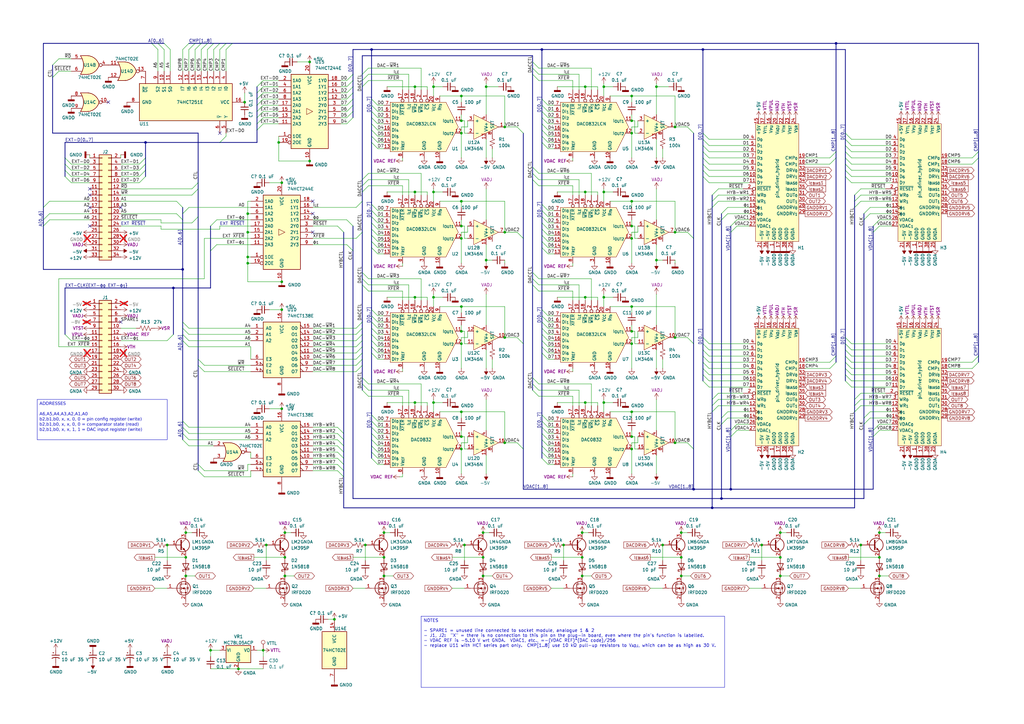
<source format=kicad_sch>
(kicad_sch (version 20231120) (generator "eeschema") (generator_version "8.0")
  (paper "A3")
  (title_block (title "Logical Devices Inc. ALLPRO88 Pin Driver Module") (company "Kipp Cannon") (comment 1 "Traced from Logical Devices Inc. part # 54-05132-A. (C) 1989."))
  (bus_alias "CLK" (members "ϕ_{0}" "ϕ_{1}"))
  (bus_alias "CTL" (members "~{RD}" "~{WR}" "~{SELECT}"))
  (bus_alias "DACCTL" (members "DAC-~{WR}[1..8]" "I_{LE}" "~{XFER}"))
  (bus_alias "HYBCTL" (members "HYB-WR[1..8]" "~{RESET}"))
  (junction (at 115.57 115.57))
  (junction (at 189.23 140.97))
  (junction (at 59.69 58.42))
  (junction (at 76.2 218.44))
  (junction (at 100.33 41.91))
  (junction (at 259.08 184.15))
  (junction (at 279.4 228.6))
  (junction (at 207.01 181.61))
  (junction (at 320.04 228.6))
  (junction (at 137.16 254))
  (junction (at 320.04 236.22))
  (junction (at 115.57 167.64))
  (junction (at 360.68 236.22))
  (junction (at 288.29 20.32))
  (junction (at 238.76 236.22))
  (junction (at 170.18 78.74))
  (junction (at 240.03 78.74))
  (junction (at 177.8 78.74))
  (junction (at 320.04 218.44))
  (junction (at 284.48 200.66))
  (junction (at 259.08 125.73))
  (junction (at 276.86 138.43))
  (junction (at 189.23 39.37))
  (junction (at 292.1 208.28))
  (junction (at 259.08 97.79))
  (junction (at 198.12 228.6))
  (junction (at 101.6 107.95))
  (junction (at 259.08 179.07))
  (junction (at 157.48 236.22))
  (junction (at 259.08 168.91))
  (junction (at 259.08 82.55))
  (junction (at 276.86 181.61))
  (junction (at 170.18 165.1))
  (junction (at 190.5 223.52))
  (junction (at 189.23 97.79))
  (junction (at 269.24 35.56))
  (junction (at 238.76 218.44))
  (junction (at 199.39 35.56))
  (junction (at 116.84 236.22))
  (junction (at 116.84 218.44))
  (junction (at 189.23 179.07))
  (junction (at 279.4 236.22))
  (junction (at 247.65 165.1))
  (junction (at 189.23 54.61))
  (junction (at 259.08 135.89))
  (junction (at 247.65 121.92))
  (junction (at 189.23 168.91))
  (junction (at 107.95 266.7))
  (junction (at 86.36 266.7))
  (junction (at 189.23 184.15))
  (junction (at 101.6 95.25))
  (junction (at 152.4 20.32))
  (junction (at 177.8 165.1))
  (junction (at 240.03 121.92))
  (junction (at 312.42 223.52))
  (junction (at 259.08 54.61))
  (junction (at 157.48 228.6))
  (junction (at 189.23 125.73))
  (junction (at 76.2 236.22))
  (junction (at 276.86 95.25))
  (junction (at 170.18 121.92))
  (junction (at 189.23 82.55))
  (junction (at 247.65 35.56))
  (junction (at 238.76 228.6))
  (junction (at 199.39 106.68))
  (junction (at 271.78 223.52))
  (junction (at 76.2 228.6))
  (junction (at 198.12 236.22))
  (junction (at 149.86 223.52))
  (junction (at 97.79 274.32))
  (junction (at 342.9 17.78))
  (junction (at 177.8 121.92))
  (junction (at 109.22 223.52))
  (junction (at 247.65 78.74))
  (junction (at 276.86 52.07))
  (junction (at 240.03 165.1))
  (junction (at 299.72 200.66))
  (junction (at 259.08 49.53))
  (junction (at 240.03 35.56))
  (junction (at 189.23 92.71))
  (junction (at 198.12 218.44))
  (junction (at 177.8 35.56))
  (junction (at 231.14 223.52))
  (junction (at 189.23 135.89))
  (junction (at 170.18 35.56))
  (junction (at 360.68 218.44))
  (junction (at 189.23 49.53))
  (junction (at 127 66.04))
  (junction (at 157.48 218.44))
  (junction (at 259.08 39.37))
  (junction (at 115.57 74.93))
  (junction (at 269.24 106.68))
  (junction (at 279.4 218.44))
  (junction (at 222.25 20.32))
  (junction (at 295.91 204.47))
  (junction (at 127 25.4))
  (junction (at 259.08 92.71))
  (junction (at 101.6 105.41))
  (junction (at 207.01 52.07))
  (junction (at 68.58 223.52))
  (junction (at 353.06 223.52))
  (junction (at 207.01 138.43))
  (junction (at 114.3 58.42))
  (junction (at 101.6 87.63))
  (junction (at 259.08 140.97))
  (junction (at 74.93 110.49))
  (junction (at 360.68 228.6))
  (junction (at 71.12 118.11))
  (junction (at 207.01 95.25))
  (junction (at 115.57 127))
  (junction (at 116.84 228.6))
  (no_connect (at 49.53 85.09))
  (no_connect (at 36.83 80.01))
  (no_connect (at 44.45 41.91))
  (no_connect (at 36.83 77.47))
  (no_connect (at 36.83 92.71))
  (no_connect (at 90.17 54.61))
  (no_connect (at 36.83 85.09))
  (no_connect (at 128.27 95.25))
  (no_connect (at 128.27 87.63))
  (no_connect (at 49.53 132.08))
  (no_connect (at 128.27 82.55))
  (bus_entry (at 346.71 62.23) (size 2.54 2.54))
  (bus_entry (at 82.55 17.78) (size -2.54 2.54))
  (bus_entry (at 294.64 163.83) (size -2.54 2.54))
  (bus_entry (at 222.25 45.72) (size 2.54 2.54))
  (bus_entry (at 90.17 17.78) (size -2.54 2.54))
  (bus_entry (at 288.29 146.05) (size 2.54 2.54))
  (bus_entry (at 152.4 43.18) (size 2.54 2.54))
  (bus_entry (at 152.4 177.8) (size 2.54 2.54))
  (bus_entry (at 105.41 45.72) (size 2.54 -2.54))
  (bus_entry (at 288.29 64.77) (size 2.54 2.54))
  (bus_entry (at 342.9 148.59) (size -2.54 2.54))
  (bus_entry (at 222.25 101.6) (size 2.54 2.54))
  (bus_entry (at 346.71 156.21) (size 2.54 2.54))
  (bus_entry (at 83.82 152.4) (size -2.54 -2.54))
  (bus_entry (at 80.01 17.78) (size -2.54 2.54))
  (bus_entry (at 77.47 134.62) (size -2.54 -2.54))
  (bus_entry (at 222.25 142.24) (size 2.54 2.54))
  (bus_entry (at 346.71 64.77) (size 2.54 2.54))
  (bus_entry (at 222.25 99.06) (size 2.54 2.54))
  (bus_entry (at 350.52 80.01) (size 2.54 -2.54))
  (bus_entry (at 151.13 71.12) (size -2.54 2.54))
  (bus_entry (at 220.98 116.84) (size -2.54 -2.54))
  (bus_entry (at 17.78 92.71) (size 2.54 -2.54))
  (bus_entry (at 151.13 116.84) (size -2.54 -2.54))
  (bus_entry (at 17.78 85.09) (size 2.54 -2.54))
  (bus_entry (at 220.98 27.94) (size -2.54 -2.54))
  (bus_entry (at 152.4 58.42) (size 2.54 2.54))
  (bus_entry (at 222.25 170.18) (size 2.54 2.54))
  (bus_entry (at 152.4 129.54) (size 2.54 2.54))
  (bus_entry (at 152.4 187.96) (size 2.54 2.54))
  (bus_entry (at 77.47 142.24) (size -2.54 -2.54))
  (bus_entry (at 77.47 139.7) (size -2.54 -2.54))
  (bus_entry (at 346.71 151.13) (size 2.54 2.54))
  (bus_entry (at 138.43 92.71) (size 2.54 2.54))
  (bus_entry (at 222.25 177.8) (size 2.54 2.54))
  (bus_entry (at 288.29 62.23) (size 2.54 2.54))
  (bus_entry (at 92.71 55.88) (size -2.54 2.54))
  (bus_entry (at 222.25 40.64) (size 2.54 2.54))
  (bus_entry (at 152.4 40.64) (size 2.54 2.54))
  (bus_entry (at 68.58 139.7) (size 2.54 -2.54))
  (bus_entry (at 288.29 138.43) (size 2.54 2.54))
  (bus_entry (at 138.43 190.5) (size 2.54 2.54))
  (bus_entry (at 138.43 187.96) (size 2.54 2.54))
  (bus_entry (at 138.43 185.42) (size 2.54 2.54))
  (bus_entry (at 138.43 182.88) (size 2.54 2.54))
  (bus_entry (at 138.43 180.34) (size 2.54 2.54))
  (bus_entry (at 138.43 177.8) (size 2.54 2.54))
  (bus_entry (at 138.43 175.26) (size 2.54 2.54))
  (bus_entry (at 346.71 59.69) (size 2.54 2.54))
  (bus_entry (at 358.14 176.53) (size 2.54 -2.54))
  (bus_entry (at 358.14 179.07) (size 2.54 -2.54))
  (bus_entry (at 152.4 127) (size 2.54 2.54))
  (bus_entry (at 294.64 82.55) (size -2.54 2.54))
  (bus_entry (at 353.06 163.83) (size -2.54 2.54))
  (bus_entry (at 401.32 146.05) (size -2.54 2.54))
  (bus_entry (at 222.25 91.44) (size 2.54 2.54))
  (bus_entry (at 144.78 35.56) (size -2.54 2.54))
  (bus_entry (at 144.78 38.1) (size -2.54 2.54))
  (bus_entry (at 144.78 40.64) (size -2.54 2.54))
  (bus_entry (at 144.78 33.02) (size -2.54 2.54))
  (bus_entry (at 144.78 48.26) (size -2.54 2.54))
  (bus_entry (at 144.78 30.48) (size -2.54 2.54))
  (bus_entry (at 144.78 43.18) (size -2.54 2.54))
  (bus_entry (at 144.78 45.72) (size -2.54 2.54))
  (bus_entry (at 152.4 86.36) (size 2.54 2.54))
  (bus_entry (at 77.47 137.16) (size -2.54 -2.54))
  (bus_entry (at 151.13 114.3) (size -2.54 -2.54))
  (bus_entry (at 346.71 143.51) (size 2.54 2.54))
  (bus_entry (at 152.4 185.42) (size 2.54 2.54))
  (bus_entry (at 105.41 38.1) (size 2.54 -2.54))
  (bus_entry (at 105.41 35.56) (size 2.54 -2.54))
  (bus_entry (at 105.41 40.64) (size 2.54 -2.54))
  (bus_entry (at 105.41 43.18) (size 2.54 -2.54))
  (bus_entry (at 152.4 172.72) (size 2.54 2.54))
  (bus_entry (at 354.33 87.63) (size 2.54 -2.54))
  (bus_entry (at 107.95 48.26) (size -2.54 2.54))
  (bus_entry (at 222.25 48.26) (size 2.54 2.54))
  (bus_entry (at 86.36 102.87) (size 2.54 -2.54))
  (bus_entry (at 346.71 54.61) (size 2.54 2.54))
  (bus_entry (at 401.32 148.59) (size -2.54 2.54))
  (bus_entry (at 401.32 64.77) (size -2.54 2.54))
  (bus_entry (at 95.25 17.78) (size -2.54 2.54))
  (bus_entry (at 401.32 62.23) (size -2.54 2.54))
  (bus_entry (at 299.72 92.71) (size 2.54 -2.54))
  (bus_entry (at 107.95 50.8) (size -2.54 2.54))
  (bus_entry (at 59.69 69.85) (size -2.54 2.54))
  (bus_entry (at 59.69 72.39) (size -2.54 2.54))
  (bus_entry (at 26.67 64.77) (size 2.54 2.54))
  (bus_entry (at 26.67 67.31) (size 2.54 2.54))
  (bus_entry (at 26.67 69.85) (size 2.54 2.54))
  (bus_entry (at 26.67 72.39) (size 2.54 2.54))
  (bus_entry (at 59.69 67.31) (size -2.54 2.54))
  (bus_entry (at 59.69 64.77) (size -2.54 2.54))
  (bus_entry (at 354.33 171.45) (size 2.54 -2.54))
  (bus_entry (at 354.33 173.99) (size 2.54 -2.54))
  (bus_entry (at 222.25 93.98) (size 2.54 2.54))
  (bus_entry (at 292.1 163.83) (size 2.54 -2.54))
  (bus_entry (at 222.25 50.8) (size 2.54 2.54))
  (bus_entry (at 152.4 137.16) (size 2.54 2.54))
  (bus_entry (at 346.71 72.39) (size 2.54 2.54))
  (bus_entry (at 358.14 92.71) (size 2.54 -2.54))
  (bus_entry (at 222.25 58.42) (size 2.54 2.54))
  (bus_entry (at 151.13 160.02) (size -2.54 -2.54))
  (bus_entry (at 152.4 96.52) (size 2.54 2.54))
  (bus_entry (at 222.25 129.54) (size 2.54 2.54))
  (bus_entry (at 220.98 30.48) (size -2.54 -2.54))
  (bus_entry (at 78.74 80.01) (size 2.54 -2.54))
  (bus_entry (at 72.39 87.63) (size 2.54 2.54))
  (bus_entry (at 85.09 17.78) (size -2.54 2.54))
  (bus_entry (at 220.98 76.2) (size -2.54 -2.54))
  (bus_entry (at 222.25 132.08) (size 2.54 2.54))
  (bus_entry (at 220.98 162.56) (size -2.54 -2.54))
  (bus_entry (at 342.9 62.23) (size -2.54 2.54))
  (bus_entry (at 220.98 33.02) (size -2.54 -2.54))
  (bus_entry (at 353.06 82.55) (size -2.54 2.54))
  (bus_entry (at 354.33 90.17) (size 2.54 -2.54))
  (bus_entry (at 74.93 172.72) (size 2.54 2.54))
  (bus_entry (at 74.93 175.26) (size 2.54 2.54))
  (bus_entry (at 74.93 180.34) (size 2.54 2.54))
  (bus_entry (at 74.93 177.8) (size 2.54 2.54))
  (bus_entry (at 26.67 137.16) (size 2.54 2.54))
  (bus_entry (at 220.98 73.66) (size -2.54 -2.54))
  (bus_entry (at 74.93 87.63) (size 2.54 -2.54))
  (bus_entry (at 222.25 187.96) (size 2.54 2.54))
  (bus_entry (at 346.71 153.67) (size 2.54 2.54))
  (bus_entry (at 288.29 57.15) (size 2.54 2.54))
  (bus_entry (at 346.71 57.15) (size 2.54 2.54))
  (bus_entry (at 288.29 151.13) (size 2.54 2.54))
  (bus_entry (at 295.91 171.45) (size 2.54 -2.54))
  (bus_entry (at 346.71 138.43) (size 2.54 2.54))
  (bus_entry (at 288.29 69.85) (size 2.54 2.54))
  (bus_entry (at 222.25 175.26) (size 2.54 2.54))
  (bus_entry (at 152.4 139.7) (size 2.54 2.54))
  (bus_entry (at 222.25 182.88) (size 2.54 2.54))
  (bus_entry (at 281.94 181.61) (size 2.54 2.54))
  (bus_entry (at 212.09 95.25) (size 2.54 2.54))
  (bus_entry (at 212.09 181.61) (size 2.54 2.54))
  (bus_entry (at 212.09 138.43) (size 2.54 2.54))
  (bus_entry (at 281.94 138.43) (size 2.54 2.54))
  (bus_entry (at 281.94 95.25) (size 2.54 2.54))
  (bus_entry (at 281.94 52.07) (size 2.54 2.54))
  (bus_entry (at 212.09 52.07) (size 2.54 2.54))
  (bus_entry (at 222.25 86.36) (size 2.54 2.54))
  (bus_entry (at 151.13 119.38) (size -2.54 -2.54))
  (bus_entry (at 152.4 93.98) (size 2.54 2.54))
  (bus_entry (at 346.71 146.05) (size 2.54 2.54))
  (bus_entry (at 152.4 91.44) (size 2.54 2.54))
  (bus_entry (at 222.25 139.7) (size 2.54 2.54))
  (bus_entry (at 151.13 157.48) (size -2.54 -2.54))
  (bus_entry (at 222.25 43.18) (size 2.54 2.54))
  (bus_entry (at 299.72 179.07) (size 2.54 -2.54))
  (bus_entry (at 222.25 96.52) (size 2.54 2.54))
  (bus_entry (at 105.41 48.26) (size 2.54 -2.54))
  (bus_entry (at 81.28 193.04) (size 2.54 2.54))
  (bus_entry (at 81.28 190.5) (size 2.54 2.54))
  (bus_entry (at 342.9 146.05) (size -2.54 2.54))
  (bus_entry (at 288.29 54.61) (size 2.54 2.54))
  (bus_entry (at 288.29 156.21) (size 2.54 2.54))
  (bus_entry (at 222.25 172.72) (size 2.54 2.54))
  (bus_entry (at 146.05 147.32) (size 2.54 -2.54))
  (bus_entry (at 146.05 144.78) (size 2.54 -2.54))
  (bus_entry (at 146.05 152.4) (size 2.54 -2.54))
  (bus_entry (at 146.05 149.86) (size 2.54 -2.54))
  (bus_entry (at 146.05 142.24) (size 2.54 -2.54))
  (bus_entry (at 146.05 137.16) (size 2.54 -2.54))
  (bus_entry (at 146.05 134.62) (size 2.54 -2.54))
  (bus_entry (at 146.05 139.7) (size 2.54 -2.54))
  (bus_entry (at 138.43 193.04) (size 2.54 2.54))
  (bus_entry (at 342.9 64.77) (size -2.54 2.54))
  (bus_entry (at 152.4 180.34) (size 2.54 2.54))
  (bus_entry (at 288.29 153.67) (size 2.54 2.54))
  (bus_entry (at 295.91 87.63) (size 2.54 -2.54))
  (bus_entry (at 346.71 69.85) (size 2.54 2.54))
  (bus_entry (at 152.4 101.6) (size 2.54 2.54))
  (bus_entry (at 288.29 140.97) (size 2.54 2.54))
  (bus_entry (at 346.71 67.31) (size 2.54 2.54))
  (bus_entry (at 151.13 76.2) (size -2.54 2.54))
  (bus_entry (at 222.25 83.82) (size 2.54 2.54))
  (bus_entry (at 222.25 180.34) (size 2.54 2.54))
  (bus_entry (at 152.4 99.06) (size 2.54 2.54))
  (bus_entry (at 222.25 55.88) (size 2.54 2.54))
  (bus_entry (at 86.36 92.71) (size 2.54 -2.54))
  (bus_entry (at 151.13 162.56) (size -2.54 -2.54))
  (bus_entry (at 152.4 142.24) (size 2.54 2.54))
  (bus_entry (at 146.05 85.09) (size 2.54 -2.54))
  (bus_entry (at 146.05 97.79) (size 2.54 -2.54))
  (bus_entry (at 77.47 17.78) (size -2.54 2.54))
  (bus_entry (at 152.4 50.8) (size 2.54 2.54))
  (bus_entry (at 222.25 88.9) (size 2.54 2.54))
  (bus_entry (at 299.72 176.53) (size 2.54 -2.54))
  (bus_entry (at 152.4 170.18) (size 2.54 2.54))
  (bus_entry (at 288.29 59.69) (size 2.54 2.54))
  (bus_entry (at 152.4 175.26) (size 2.54 2.54))
  (bus_entry (at 295.91 90.17) (size 2.54 -2.54))
  (bus_entry (at 152.4 48.26) (size 2.54 2.54))
  (bus_entry (at 151.13 27.94) (size -2.54 2.54))
  (bus_entry (at 152.4 88.9) (size 2.54 2.54))
  (bus_entry (at 358.14 95.25) (size 2.54 -2.54))
  (bus_entry (at 17.78 90.17) (size 2.54 -2.54))
  (bus_entry (at 294.64 80.01) (size -2.54 2.54))
  (bus_entry (at 78.74 91.44) (size 2.54 -2.54))
  (bus_entry (at 152.4 53.34) (size 2.54 2.54))
  (bus_entry (at 92.71 17.78) (size -2.54 2.54))
  (bus_entry (at 222.25 144.78) (size 2.54 2.54))
  (bus_entry (at 152.4 134.62) (size 2.54 2.54))
  (bus_entry (at 152.4 55.88) (size 2.54 2.54))
  (bus_entry (at 220.98 157.48) (size -2.54 -2.54))
  (bus_entry (at 152.4 182.88) (size 2.54 2.54))
  (bus_entry (at 353.06 80.01) (size -2.54 2.54))
  (bus_entry (at 152.4 83.82) (size 2.54 2.54))
  (bus_entry (at 292.1 80.01) (size 2.54 -2.54))
  (bus_entry (at 222.25 127) (size 2.54 2.54))
  (bus_entry (at 151.13 33.02) (size -2.54 2.54))
  (bus_entry (at 222.25 134.62) (size 2.54 2.54))
  (bus_entry (at 21.59 26.67) (size 2.54 -2.54))
  (bus_entry (at 21.59 31.75) (size 2.54 -2.54))
  (bus_entry (at 350.52 163.83) (size 2.54 -2.54))
  (bus_entry (at 222.25 185.42) (size 2.54 2.54))
  (bus_entry (at 152.4 132.08) (size 2.54 2.54))
  (bus_entry (at 288.29 67.31) (size 2.54 2.54))
  (bus_entry (at 83.82 149.86) (size -2.54 -2.54))
  (bus_entry (at 151.13 73.66) (size -2.54 2.54))
  (bus_entry (at 152.4 144.78) (size 2.54 2.54))
  (bus_entry (at 288.29 143.51) (size 2.54 2.54))
  (bus_entry (at 142.24 100.33) (size 2.54 2.54))
  (bus_entry (at 142.24 90.17) (size 2.54 2.54))
  (bus_entry (at 222.25 137.16) (size 2.54 2.54))
  (bus_entry (at 346.71 148.59) (size 2.54 2.54))
  (bus_entry (at 151.13 30.48) (size -2.54 2.54))
  (bus_entry (at 288.29 148.59) (size 2.54 2.54))
  (bus_entry (at 346.71 140.97) (size 2.54 2.54))
  (bus_entry (at 299.72 95.25) (size 2.54 -2.54))
  (bus_entry (at 220.98 71.12) (size -2.54 -2.54))
  (bus_entry (at 69.85 20.32) (size -2.54 -2.54))
  (bus_entry (at 78.74 77.47) (size 2.54 -2.54))
  (bus_entry (at 295.91 173.99) (size 2.54 -2.54))
  (bus_entry (at 67.31 20.32) (size -2.54 -2.54))
  (bus_entry (at 222.25 53.34) (size 2.54 2.54))
  (bus_entry (at 220.98 160.02) (size -2.54 -2.54))
  (bus_entry (at 64.77 20.32) (size -2.54 -2.54))
  (bus_entry (at 288.29 72.39) (size 2.54 2.54))
  (bus_entry (at 152.4 45.72) (size 2.54 2.54))
  (bus_entry (at 353.06 166.37) (size -2.54 2.54))
  (bus_entry (at 220.98 114.3) (size -2.54 -2.54))
  (bus_entry (at 87.63 17.78) (size -2.54 2.54))
  (bus_entry (at 294.64 166.37) (size -2.54 2.54))
  (bus_entry (at 72.39 82.55) (size 2.54 2.54))
  (bus_entry (at 220.98 119.38) (size -2.54 -2.54))
  (bus (pts (xy 140.97 190.5) (xy 140.97 187.96)))
  (wire (pts (xy 360.68 92.71) (xy 365.76 92.71)))
  (wire (pts (xy 154.94 182.88) (xy 157.48 182.88)))
  (wire (pts (xy 298.45 85.09) (xy 307.34 85.09)))
  (wire (pts (xy 157.48 172.72) (xy 154.94 172.72)))
  (wire (pts (xy 101.6 105.41) (xy 102.87 105.41)))
  (wire (pts (xy 365.76 148.59) (xy 349.25 148.59)))
  (wire (pts (xy 100.33 38.1) (xy 100.33 41.91)))
  (wire (pts (xy 170.18 165.1) (xy 170.18 166.37)))
  (wire (pts (xy 234.95 33.02) (xy 234.95 36.83)))
  (bus (pts (xy 26.67 64.77) (xy 26.67 58.42)))
  (bus (pts (xy 105.41 40.64) (xy 105.41 38.1)))
  (bus (pts (xy 148.59 22.86) (xy 148.59 30.48)))
  (wire (pts (xy 259.08 151.13) (xy 259.08 140.97)))
  (wire (pts (xy 154.94 185.42) (xy 157.48 185.42)))
  (wire (pts (xy 349.25 151.13) (xy 365.76 151.13)))
  (wire (pts (xy 139.7 50.8) (xy 142.24 50.8)))
  (wire (pts (xy 101.6 82.55) (xy 102.87 82.55)))
  (bus (pts (xy 152.4 50.8) (xy 152.4 48.26)))
  (wire (pts (xy 170.18 78.74) (xy 170.18 80.01)))
  (wire (pts (xy 307.34 64.77) (xy 290.83 64.77)))
  (wire (pts (xy 49.53 72.39) (xy 57.15 72.39)))
  (wire (pts (xy 97.79 274.32) (xy 107.95 274.32)))
  (wire (pts (xy 259.08 125.73) (xy 259.08 128.27)))
  (wire (pts (xy 261.62 138.43) (xy 259.08 138.43)))
  (wire (pts (xy 322.58 218.44) (xy 320.04 218.44)))
  (wire (pts (xy 261.62 181.61) (xy 259.08 181.61)))
  (wire (pts (xy 66.04 90.17) (xy 49.53 90.17)))
  (wire (pts (xy 180.34 82.55) (xy 189.23 82.55)))
  (bus (pts (xy 214.63 54.61) (xy 214.63 97.79)))
  (wire (pts (xy 157.48 86.36) (xy 154.94 86.36)))
  (wire (pts (xy 139.7 33.02) (xy 142.24 33.02)))
  (bus (pts (xy 152.4 93.98) (xy 152.4 91.44)))
  (wire (pts (xy 101.6 115.57) (xy 115.57 115.57)))
  (wire (pts (xy 269.24 100.33) (xy 269.24 106.68)))
  (wire (pts (xy 191.77 135.89) (xy 191.77 138.43)))
  (bus (pts (xy 222.25 99.06) (xy 222.25 96.52)))
  (wire (pts (xy 107.95 35.56) (xy 114.3 35.56)))
  (bus (pts (xy 358.14 176.53) (xy 358.14 179.07)))
  (wire (pts (xy 189.23 194.31) (xy 189.23 184.15)))
  (wire (pts (xy 180.34 168.91) (xy 189.23 168.91)))
  (wire (pts (xy 228.6 165.1) (xy 240.03 165.1)))
  (wire (pts (xy 259.08 181.61) (xy 259.08 184.15)))
  (wire (pts (xy 24.13 24.13) (xy 29.21 24.13)))
  (wire (pts (xy 260.35 54.61) (xy 260.35 49.53)))
  (bus (pts (xy 222.25 139.7) (xy 222.25 142.24)))
  (wire (pts (xy 101.6 105.41) (xy 101.6 95.25)))
  (bus (pts (xy 152.4 182.88) (xy 152.4 180.34)))
  (bus (pts (xy 292.1 80.01) (xy 292.1 82.55)))
  (wire (pts (xy 261.62 52.07) (xy 259.08 52.07)))
  (wire (pts (xy 259.08 168.91) (xy 276.86 168.91)))
  (wire (pts (xy 116.84 236.22) (xy 120.65 236.22)))
  (bus (pts (xy 105.41 58.42) (xy 105.41 53.34)))
  (bus (pts (xy 82.55 17.78) (xy 80.01 17.78)))
  (bus (pts (xy 222.25 101.6) (xy 222.25 127)))
  (bus (pts (xy 17.78 92.71) (xy 17.78 110.49)))
  (wire (pts (xy 49.53 82.55) (xy 72.39 82.55)))
  (bus (pts (xy 92.71 17.78) (xy 90.17 17.78)))
  (wire (pts (xy 276.86 95.25) (xy 281.94 95.25)))
  (wire (pts (xy 181.61 35.56) (xy 177.8 35.56)))
  (wire (pts (xy 172.72 27.94) (xy 172.72 36.83)))
  (wire (pts (xy 49.53 80.01) (xy 78.74 80.01)))
  (wire (pts (xy 154.94 53.34) (xy 157.48 53.34)))
  (wire (pts (xy 224.79 58.42) (xy 227.33 58.42)))
  (wire (pts (xy 250.19 82.55) (xy 259.08 82.55)))
  (wire (pts (xy 189.23 168.91) (xy 207.01 168.91)))
  (bus (pts (xy 346.71 67.31) (xy 346.71 64.77)))
  (bus (pts (xy 152.4 142.24) (xy 152.4 139.7)))
  (wire (pts (xy 128.27 180.34) (xy 138.43 180.34)))
  (wire (pts (xy 207.01 181.61) (xy 212.09 181.61)))
  (wire (pts (xy 271.78 223.52) (xy 271.78 229.87)))
  (bus (pts (xy 144.78 38.1) (xy 144.78 35.56)))
  (bus (pts (xy 350.52 163.83) (xy 350.52 166.37)))
  (bus (pts (xy 148.59 35.56) (xy 148.59 73.66)))
  (bus (pts (xy 346.71 64.77) (xy 346.71 62.23)))
  (wire (pts (xy 340.36 67.31) (xy 330.2 67.31)))
  (wire (pts (xy 250.19 39.37) (xy 259.08 39.37)))
  (wire (pts (xy 86.36 269.24) (xy 86.36 266.7)))
  (wire (pts (xy 157.48 129.54) (xy 154.94 129.54)))
  (bus (pts (xy 26.67 137.16) (xy 26.67 118.11)))
  (wire (pts (xy 29.21 69.85) (xy 36.83 69.85)))
  (bus (pts (xy 21.59 26.67) (xy 21.59 31.75)))
  (wire (pts (xy 181.61 121.92) (xy 177.8 121.92)))
  (bus (pts (xy 148.59 116.84) (xy 148.59 132.08)))
  (wire (pts (xy 234.95 119.38) (xy 234.95 123.19)))
  (wire (pts (xy 259.08 82.55) (xy 259.08 85.09)))
  (wire (pts (xy 191.77 49.53) (xy 191.77 52.07)))
  (wire (pts (xy 261.62 54.61) (xy 260.35 54.61)))
  (wire (pts (xy 227.33 45.72) (xy 224.79 45.72)))
  (wire (pts (xy 271.78 64.77) (xy 271.78 60.96)))
  (wire (pts (xy 77.47 85.09) (xy 102.87 85.09)))
  (wire (pts (xy 307.34 241.3) (xy 312.42 241.3)))
  (bus (pts (xy 81.28 77.47) (xy 81.28 88.9)))
  (bus (pts (xy 80.01 17.78) (xy 77.47 17.78)))
  (bus (pts (xy 350.52 80.01) (xy 350.52 82.55)))
  (wire (pts (xy 36.83 63.5) (xy 36.83 64.77)))
  (wire (pts (xy 245.11 35.56) (xy 245.11 36.83)))
  (bus (pts (xy 222.25 40.64) (xy 222.25 43.18)))
  (wire (pts (xy 85.09 20.32) (xy 85.09 29.21)))
  (wire (pts (xy 191.77 54.61) (xy 190.5 54.61)))
  (wire (pts (xy 259.08 82.55) (xy 276.86 82.55)))
  (wire (pts (xy 157.48 43.18) (xy 154.94 43.18)))
  (wire (pts (xy 83.82 114.3) (xy 83.82 97.79)))
  (bus (pts (xy 214.63 140.97) (xy 214.63 184.15)))
  (bus (pts (xy 222.25 137.16) (xy 222.25 139.7)))
  (wire (pts (xy 276.86 52.07) (xy 281.94 52.07)))
  (bus (pts (xy 152.4 53.34) (xy 152.4 50.8)))
  (wire (pts (xy 101.6 87.63) (xy 102.87 87.63)))
  (wire (pts (xy 226.06 241.3) (xy 231.14 241.3)))
  (bus (pts (xy 152.4 43.18) (xy 152.4 40.64)))
  (wire (pts (xy 177.8 163.83) (xy 177.8 165.1)))
  (wire (pts (xy 307.34 62.23) (xy 290.83 62.23)))
  (wire (pts (xy 165.1 33.02) (xy 165.1 36.83)))
  (wire (pts (xy 160.02 218.44) (xy 157.48 218.44)))
  (wire (pts (xy 207.01 52.07) (xy 212.09 52.07)))
  (wire (pts (xy 69.85 20.32) (xy 69.85 29.21)))
  (wire (pts (xy 191.77 140.97) (xy 190.5 140.97)))
  (wire (pts (xy 154.94 190.5) (xy 157.48 190.5)))
  (bus (pts (xy 148.59 144.78) (xy 148.59 147.32)))
  (wire (pts (xy 128.27 144.78) (xy 146.05 144.78)))
  (bus (pts (xy 354.33 87.63) (xy 354.33 90.17)))
  (wire (pts (xy 224.79 104.14) (xy 227.33 104.14)))
  (wire (pts (xy 104.14 241.3) (xy 109.22 241.3)))
  (bus (pts (xy 105.41 45.72) (xy 105.41 43.18)))
  (bus (pts (xy 59.69 67.31) (xy 59.69 69.85)))
  (bus (pts (xy 26.67 69.85) (xy 26.67 67.31)))
  (bus (pts (xy 284.48 184.15) (xy 284.48 200.66)))
  (bus (pts (xy 152.4 144.78) (xy 152.4 170.18)))
  (wire (pts (xy 360.68 176.53) (xy 365.76 176.53)))
  (wire (pts (xy 90.17 20.32) (xy 90.17 29.21)))
  (wire (pts (xy 29.21 139.7) (xy 36.83 139.7)))
  (wire (pts (xy 77.47 177.8) (xy 102.87 177.8)))
  (bus (pts (xy 288.29 62.23) (xy 288.29 59.69)))
  (bus (pts (xy 59.69 58.42) (xy 90.17 58.42)))
  (wire (pts (xy 242.57 27.94) (xy 242.57 36.83)))
  (bus (pts (xy 292.1 168.91) (xy 292.1 208.28)))
  (wire (pts (xy 189.23 176.53) (xy 189.23 179.07)))
  (wire (pts (xy 207.01 106.68) (xy 207.01 107.95)))
  (wire (pts (xy 170.18 121.92) (xy 170.18 123.19)))
  (wire (pts (xy 83.82 193.04) (xy 101.6 193.04)))
  (wire (pts (xy 107.95 45.72) (xy 114.3 45.72)))
  (wire (pts (xy 247.65 77.47) (xy 247.65 78.74)))
  (wire (pts (xy 365.76 82.55) (xy 353.06 82.55)))
  (wire (pts (xy 191.77 184.15) (xy 190.5 184.15)))
  (bus (pts (xy 222.25 129.54) (xy 222.25 132.08)))
  (bus (pts (xy 86.36 118.11) (xy 86.36 102.87)))
  (wire (pts (xy 234.95 162.56) (xy 234.95 166.37)))
  (bus (pts (xy 299.72 95.25) (xy 299.72 176.53)))
  (wire (pts (xy 189.23 181.61) (xy 189.23 184.15)))
  (wire (pts (xy 180.34 125.73) (xy 189.23 125.73)))
  (wire (pts (xy 191.77 95.25) (xy 189.23 95.25)))
  (bus (pts (xy 218.44 160.02) (xy 218.44 157.48)))
  (wire (pts (xy 224.79 96.52) (xy 227.33 96.52)))
  (bus (pts (xy 218.44 27.94) (xy 218.44 25.4)))
  (wire (pts (xy 349.25 153.67) (xy 365.76 153.67)))
  (wire (pts (xy 207.01 95.25) (xy 212.09 95.25)))
  (wire (pts (xy 190.5 97.79) (xy 190.5 92.71)))
  (bus (pts (xy 299.72 92.71) (xy 299.72 95.25)))
  (wire (pts (xy 66.04 91.44) (xy 78.74 91.44)))
  (bus (pts (xy 74.93 110.49) (xy 74.93 90.17)))
  (bus (pts (xy 26.67 72.39) (xy 26.67 69.85)))
  (wire (pts (xy 199.39 151.13) (xy 199.39 143.51)))
  (bus (pts (xy 148.59 139.7) (xy 148.59 142.24)))
  (bus (pts (xy 140.97 187.96) (xy 140.97 185.42)))
  (bus (pts (xy 152.4 139.7) (xy 152.4 137.16)))
  (bus (pts (xy 222.25 182.88) (xy 222.25 180.34)))
  (wire (pts (xy 220.98 33.02) (xy 234.95 33.02)))
  (wire (pts (xy 157.48 236.22) (xy 161.29 236.22)))
  (wire (pts (xy 165.1 66.04) (xy 165.1 64.77)))
  (bus (pts (xy 148.59 149.86) (xy 148.59 154.94)))
  (wire (pts (xy 307.34 148.59) (xy 290.83 148.59)))
  (wire (pts (xy 227.33 175.26) (xy 224.79 175.26)))
  (wire (pts (xy 298.45 168.91) (xy 307.34 168.91)))
  (wire (pts (xy 269.24 120.65) (xy 269.24 133.35)))
  (wire (pts (xy 189.23 52.07) (xy 189.23 54.61)))
  (wire (pts (xy 247.65 35.56) (xy 247.65 39.37)))
  (bus (pts (xy 346.71 138.43) (xy 346.71 140.97)))
  (bus (pts (xy 71.12 118.11) (xy 71.12 137.16)))
  (bus (pts (xy 86.36 92.71) (xy 86.36 102.87)))
  (bus (pts (xy 342.9 64.77) (xy 342.9 62.23)))
  (wire (pts (xy 349.25 74.93) (xy 365.76 74.93)))
  (wire (pts (xy 177.8 165.1) (xy 177.8 168.91)))
  (wire (pts (xy 220.98 71.12) (xy 242.57 71.12)))
  (wire (pts (xy 104.14 228.6) (xy 116.84 228.6)))
  (bus (pts (xy 152.4 134.62) (xy 152.4 137.16)))
  (bus (pts (xy 148.59 33.02) (xy 148.59 35.56)))
  (bus (pts (xy 342.9 17.78) (xy 342.9 62.23)))
  (wire (pts (xy 240.03 121.92) (xy 240.03 123.19)))
  (wire (pts (xy 189.23 39.37) (xy 189.23 41.91)))
  (wire (pts (xy 250.19 168.91) (xy 259.08 168.91)))
  (wire (pts (xy 128.27 149.86) (xy 146.05 149.86)))
  (bus (pts (xy 342.9 64.77) (xy 342.9 146.05)))
  (wire (pts (xy 157.48 88.9) (xy 154.94 88.9)))
  (bus (pts (xy 26.67 67.31) (xy 26.67 64.77)))
  (wire (pts (xy 365.76 140.97) (xy 349.25 140.97)))
  (wire (pts (xy 157.48 45.72) (xy 154.94 45.72)))
  (bus (pts (xy 346.71 153.67) (xy 346.71 156.21)))
  (wire (pts (xy 139.7 48.26) (xy 142.24 48.26)))
  (wire (pts (xy 307.34 143.51) (xy 290.83 143.51)))
  (wire (pts (xy 189.23 39.37) (xy 207.01 39.37)))
  (wire (pts (xy 82.55 20.32) (xy 82.55 29.21)))
  (wire (pts (xy 167.64 73.66) (xy 167.64 80.01)))
  (wire (pts (xy 261.62 95.25) (xy 259.08 95.25)))
  (wire (pts (xy 189.23 95.25) (xy 189.23 97.79)))
  (wire (pts (xy 189.23 49.53) (xy 190.5 49.53)))
  (wire (pts (xy 175.26 35.56) (xy 175.26 36.83)))
  (bus (pts (xy 152.4 45.72) (xy 152.4 43.18)))
  (wire (pts (xy 185.42 228.6) (xy 198.12 228.6)))
  (wire (pts (xy 353.06 229.87) (xy 353.06 223.52)))
  (bus (pts (xy 152.4 172.72) (xy 152.4 170.18)))
  (wire (pts (xy 128.27 90.17) (xy 142.24 90.17)))
  (bus (pts (xy 64.77 17.78) (xy 67.31 17.78)))
  (wire (pts (xy 77.47 20.32) (xy 77.47 29.21)))
  (wire (pts (xy 240.03 35.56) (xy 240.03 36.83)))
  (bus (pts (xy 17.78 85.09) (xy 17.78 90.17)))
  (bus (pts (xy 350.52 85.09) (xy 350.52 82.55)))
  (wire (pts (xy 190.5 184.15) (xy 190.5 179.07)))
  (bus (pts (xy 222.25 55.88) (xy 222.25 58.42)))
  (wire (pts (xy 154.94 96.52) (xy 157.48 96.52)))
  (wire (pts (xy 307.34 228.6) (xy 320.04 228.6)))
  (wire (pts (xy 154.94 55.88) (xy 157.48 55.88)))
  (wire (pts (xy 220.98 73.66) (xy 237.49 73.66)))
  (bus (pts (xy 74.93 137.16) (xy 74.93 139.7)))
  (bus (pts (xy 222.25 127) (xy 222.25 129.54)))
  (wire (pts (xy 151.13 114.3) (xy 172.72 114.3)))
  (wire (pts (xy 157.48 132.08) (xy 154.94 132.08)))
  (bus (pts (xy 152.4 101.6) (xy 152.4 99.06)))
  (bus (pts (xy 152.4 58.42) (xy 152.4 55.88)))
  (bus (pts (xy 222.25 43.18) (xy 222.25 45.72)))
  (wire (pts (xy 189.23 133.35) (xy 189.23 135.89)))
  (wire (pts (xy 119.38 218.44) (xy 116.84 218.44)))
  (wire (pts (xy 250.19 125.73) (xy 259.08 125.73)))
  (wire (pts (xy 83.82 149.86) (xy 102.87 149.86)))
  (bus (pts (xy 59.69 64.77) (xy 59.69 67.31)))
  (wire (pts (xy 158.75 78.74) (xy 170.18 78.74)))
  (bus (pts (xy 144.78 45.72) (xy 144.78 43.18)))
  (bus (pts (xy 148.59 22.86) (xy 218.44 22.86)))
  (wire (pts (xy 170.18 121.92) (xy 175.26 121.92)))
  (wire (pts (xy 128.27 185.42) (xy 138.43 185.42)))
  (bus (pts (xy 152.4 96.52) (xy 152.4 93.98)))
  (wire (pts (xy 157.48 50.8) (xy 154.94 50.8)))
  (wire (pts (xy 260.35 140.97) (xy 260.35 135.89)))
  (wire (pts (xy 251.46 121.92) (xy 247.65 121.92)))
  (wire (pts (xy 198.12 236.22) (xy 201.93 236.22)))
  (bus (pts (xy 152.4 129.54) (xy 152.4 127)))
  (wire (pts (xy 201.93 64.77) (xy 201.93 60.96)))
  (bus (pts (xy 299.72 176.53) (xy 299.72 179.07)))
  (bus (pts (xy 222.25 177.8) (xy 222.25 175.26)))
  (wire (pts (xy 170.18 35.56) (xy 175.26 35.56)))
  (wire (pts (xy 259.08 138.43) (xy 259.08 140.97)))
  (wire (pts (xy 139.7 38.1) (xy 142.24 38.1)))
  (wire (pts (xy 49.53 92.71) (xy 66.04 92.71)))
  (wire (pts (xy 199.39 194.31) (xy 199.39 186.69)))
  (wire (pts (xy 102.87 185.42) (xy 102.87 187.96)))
  (wire (pts (xy 307.34 163.83) (xy 294.64 163.83)))
  (bus (pts (xy 288.29 64.77) (xy 288.29 62.23)))
  (wire (pts (xy 158.75 121.92) (xy 170.18 121.92)))
  (wire (pts (xy 78.74 218.44) (xy 76.2 218.44)))
  (wire (pts (xy 29.21 67.31) (xy 36.83 67.31)))
  (wire (pts (xy 77.47 175.26) (xy 102.87 175.26)))
  (bus (pts (xy 144.78 30.48) (xy 144.78 20.32)))
  (wire (pts (xy 49.53 69.85) (xy 57.15 69.85)))
  (wire (pts (xy 224.79 144.78) (xy 227.33 144.78)))
  (wire (pts (xy 340.36 151.13) (xy 330.2 151.13)))
  (wire (pts (xy 238.76 236.22) (xy 242.57 236.22)))
  (wire (pts (xy 302.26 92.71) (xy 307.34 92.71)))
  (wire (pts (xy 101.6 107.95) (xy 101.6 105.41)))
  (wire (pts (xy 227.33 180.34) (xy 224.79 180.34)))
  (wire (pts (xy 298.45 87.63) (xy 307.34 87.63)))
  (wire (pts (xy 269.24 194.31) (xy 269.24 186.69)))
  (wire (pts (xy 167.64 116.84) (xy 167.64 123.19)))
  (bus (pts (xy 350.52 85.09) (xy 350.52 163.83)))
  (wire (pts (xy 114.3 58.42) (xy 114.3 66.04)))
  (wire (pts (xy 266.7 241.3) (xy 271.78 241.3)))
  (wire (pts (xy 261.62 92.71) (xy 261.62 95.25)))
  (wire (pts (xy 245.11 78.74) (xy 245.11 80.01)))
  (bus (pts (xy 284.48 54.61) (xy 284.48 97.79)))
  (wire (pts (xy 261.62 179.07) (xy 261.62 181.61)))
  (bus (pts (xy 288.29 67.31) (xy 288.29 64.77)))
  (wire (pts (xy 199.39 34.29) (xy 199.39 35.56)))
  (wire (pts (xy 347.98 228.6) (xy 360.68 228.6)))
  (bus (pts (xy 148.59 82.55) (xy 148.59 78.74)))
  (wire (pts (xy 101.6 95.25) (xy 101.6 87.63)))
  (wire (pts (xy 234.95 76.2) (xy 234.95 80.01)))
  (bus (pts (xy 292.1 85.09) (xy 292.1 82.55)))
  (wire (pts (xy 144.78 228.6) (xy 157.48 228.6)))
  (wire (pts (xy 363.22 218.44) (xy 360.68 218.44)))
  (bus (pts (xy 288.29 148.59) (xy 288.29 151.13)))
  (wire (pts (xy 128.27 92.71) (xy 138.43 92.71)))
  (wire (pts (xy 172.72 114.3) (xy 172.72 123.19)))
  (wire (pts (xy 269.24 77.47) (xy 269.24 90.17)))
  (wire (pts (xy 228.6 121.92) (xy 240.03 121.92)))
  (wire (pts (xy 276.86 106.68) (xy 276.86 107.95)))
  (wire (pts (xy 189.23 82.55) (xy 207.01 82.55)))
  (wire (pts (xy 234.95 195.58) (xy 234.95 194.31)))
  (wire (pts (xy 227.33 132.08) (xy 224.79 132.08)))
  (wire (pts (xy 227.33 137.16) (xy 224.79 137.16)))
  (wire (pts (xy 227.33 48.26) (xy 224.79 48.26)))
  (wire (pts (xy 259.08 46.99) (xy 259.08 49.53)))
  (wire (pts (xy 312.42 223.52) (xy 312.42 229.87)))
  (wire (pts (xy 228.6 78.74) (xy 240.03 78.74)))
  (bus (pts (xy 105.41 38.1) (xy 105.41 35.56)))
  (bus (pts (xy 152.4 58.42) (xy 152.4 83.82)))
  (wire (pts (xy 226.06 228.6) (xy 238.76 228.6)))
  (wire (pts (xy 189.23 90.17) (xy 189.23 92.71)))
  (bus (pts (xy 288.29 146.05) (xy 288.29 148.59)))
  (wire (pts (xy 77.47 142.24) (xy 102.87 142.24)))
  (wire (pts (xy 86.36 274.32) (xy 97.79 274.32)))
  (wire (pts (xy 269.24 151.13) (xy 269.24 143.51)))
  (bus (pts (xy 140.97 190.5) (xy 140.97 193.04)))
  (wire (pts (xy 101.6 87.63) (xy 101.6 82.55)))
  (wire (pts (xy 340.36 64.77) (xy 330.2 64.77)))
  (bus (pts (xy 105.41 50.8) (xy 105.41 48.26)))
  (wire (pts (xy 190.5 140.97) (xy 190.5 135.89)))
  (wire (pts (xy 128.27 193.04) (xy 138.43 193.04)))
  (wire (pts (xy 29.21 74.93) (xy 36.83 74.93)))
  (wire (pts (xy 24.13 142.24) (xy 24.13 114.3)))
  (bus (pts (xy 288.29 57.15) (xy 288.29 54.61)))
  (bus (pts (xy 222.25 96.52) (xy 222.25 93.98)))
  (bus (pts (xy 222.25 48.26) (xy 222.25 50.8)))
  (bus (pts (xy 222.25 180.34) (xy 222.25 177.8)))
  (wire (pts (xy 199.39 35.56) (xy 204.47 35.56)))
  (wire (pts (xy 224.79 99.06) (xy 227.33 99.06)))
  (bus (pts (xy 105.41 53.34) (xy 105.41 50.8)))
  (bus (pts (xy 288.29 72.39) (xy 288.29 69.85)))
  (bus (pts (xy 105.41 48.26) (xy 105.41 45.72)))
  (wire (pts (xy 347.98 241.3) (xy 353.06 241.3)))
  (bus (pts (xy 74.93 85.09) (xy 74.93 87.63)))
  (bus (pts (xy 358.14 92.71) (xy 358.14 95.25)))
  (wire (pts (xy 227.33 91.44) (xy 224.79 91.44)))
  (wire (pts (xy 181.61 165.1) (xy 177.8 165.1)))
  (bus (pts (xy 218.44 116.84) (xy 218.44 114.3)))
  (wire (pts (xy 259.08 194.31) (xy 259.08 184.15)))
  (wire (pts (xy 49.53 87.63) (xy 72.39 87.63)))
  (bus (pts (xy 148.59 82.55) (xy 148.59 95.25)))
  (wire (pts (xy 356.87 168.91) (xy 365.76 168.91)))
  (wire (pts (xy 298.45 171.45) (xy 307.34 171.45)))
  (bus (pts (xy 346.71 146.05) (xy 346.71 148.59)))
  (wire (pts (xy 224.79 53.34) (xy 227.33 53.34)))
  (wire (pts (xy 190.5 54.61) (xy 190.5 49.53)))
  (wire (pts (xy 269.24 34.29) (xy 269.24 35.56)))
  (wire (pts (xy 189.23 179.07) (xy 190.5 179.07)))
  (wire (pts (xy 276.86 138.43) (xy 281.94 138.43)))
  (wire (pts (xy 240.03 35.56) (xy 245.11 35.56)))
  (wire (pts (xy 20.32 82.55) (xy 36.83 82.55)))
  (wire (pts (xy 237.49 160.02) (xy 237.49 166.37)))
  (bus (pts (xy 358.14 95.25) (xy 358.14 176.53)))
  (wire (pts (xy 227.33 88.9) (xy 224.79 88.9)))
  (wire (pts (xy 227.33 134.62) (xy 224.79 134.62)))
  (wire (pts (xy 80.01 20.32) (xy 80.01 29.21)))
  (wire (pts (xy 224.79 142.24) (xy 227.33 142.24)))
  (wire (pts (xy 154.94 60.96) (xy 157.48 60.96)))
  (wire (pts (xy 49.53 74.93) (xy 57.15 74.93)))
  (bus (pts (xy 292.1 163.83) (xy 292.1 166.37)))
  (wire (pts (xy 157.48 175.26) (xy 154.94 175.26)))
  (bus (pts (xy 214.63 200.66) (xy 284.48 200.66)))
  (bus (pts (xy 218.44 30.48) (xy 218.44 68.58)))
  (wire (pts (xy 128.27 97.79) (xy 146.05 97.79)))
  (wire (pts (xy 259.08 133.35) (xy 259.08 135.89)))
  (bus (pts (xy 288.29 138.43) (xy 288.29 140.97)))
  (bus (pts (xy 346.71 148.59) (xy 346.71 151.13)))
  (wire (pts (xy 76.2 236.22) (xy 80.01 236.22)))
  (wire (pts (xy 240.03 121.92) (xy 245.11 121.92)))
  (wire (pts (xy 24.13 29.21) (xy 29.21 29.21)))
  (bus (pts (xy 17.78 110.49) (xy 74.93 110.49)))
  (wire (pts (xy 231.14 229.87) (xy 231.14 223.52)))
  (bus (pts (xy 222.25 175.26) (xy 222.25 172.72)))
  (wire (pts (xy 307.34 140.97) (xy 290.83 140.97)))
  (wire (pts (xy 165.1 119.38) (xy 165.1 123.19)))
  (bus (pts (xy 222.25 144.78) (xy 222.25 170.18)))
  (wire (pts (xy 320.04 236.22) (xy 323.85 236.22)))
  (bus (pts (xy 144.78 33.02) (xy 144.78 30.48)))
  (bus (pts (xy 74.93 87.63) (xy 74.93 90.17)))
  (wire (pts (xy 220.98 116.84) (xy 237.49 116.84)))
  (bus (pts (xy 401.32 64.77) (xy 401.32 146.05)))
  (bus (pts (xy 144.78 102.87) (xy 144.78 204.47)))
  (bus (pts (xy 295.91 171.45) (xy 295.91 173.99)))
  (bus (pts (xy 218.44 116.84) (xy 218.44 154.94)))
  (wire (pts (xy 86.36 266.7) (xy 90.17 266.7)))
  (bus (pts (xy 288.29 72.39) (xy 288.29 138.43)))
  (wire (pts (xy 224.79 139.7) (xy 227.33 139.7)))
  (wire (pts (xy 398.78 151.13) (xy 388.62 151.13)))
  (wire (pts (xy 128.27 187.96) (xy 138.43 187.96)))
  (wire (pts (xy 365.76 163.83) (xy 353.06 163.83)))
  (wire (pts (xy 83.82 152.4) (xy 102.87 152.4)))
  (wire (pts (xy 220.98 119.38) (xy 234.95 119.38)))
  (wire (pts (xy 349.25 67.31) (xy 365.76 67.31)))
  (wire (pts (xy 157.48 137.16) (xy 154.94 137.16)))
  (bus (pts (xy 346.71 57.15) (xy 346.71 59.69)))
  (wire (pts (xy 356.87 85.09) (xy 365.76 85.09)))
  (wire (pts (xy 259.08 125.73) (xy 276.86 125.73)))
  (wire (pts (xy 63.5 241.3) (xy 68.58 241.3)))
  (wire (pts (xy 154.94 101.6) (xy 157.48 101.6)))
  (wire (pts (xy 227.33 177.8) (xy 224.79 177.8)))
  (wire (pts (xy 90.17 92.71) (xy 102.87 92.71)))
  (wire (pts (xy 102.87 142.24) (xy 102.87 147.32)))
  (wire (pts (xy 20.32 87.63) (xy 36.83 87.63)))
  (wire (pts (xy 77.47 180.34) (xy 102.87 180.34)))
  (bus (pts (xy 148.59 95.25) (xy 148.59 111.76)))
  (wire (pts (xy 228.6 35.56) (xy 240.03 35.56)))
  (wire (pts (xy 237.49 73.66) (xy 237.49 80.01)))
  (bus (pts (xy 148.59 142.24) (xy 148.59 144.78)))
  (bus (pts (xy 222.25 132.08) (xy 222.25 134.62)))
  (wire (pts (xy 227.33 172.72) (xy 224.79 172.72)))
  (wire (pts (xy 157.48 134.62) (xy 154.94 134.62)))
  (wire (pts (xy 154.94 187.96) (xy 157.48 187.96)))
  (bus (pts (xy 148.59 139.7) (xy 148.59 137.16)))
  (wire (pts (xy 356.87 87.63) (xy 365.76 87.63)))
  (bus (pts (xy 85.09 17.78) (xy 82.55 17.78)))
  (wire (pts (xy 77.47 134.62) (xy 102.87 134.62)))
  (bus (pts (xy 81.28 88.9) (xy 81.28 147.32)))
  (wire (pts (xy 83.82 195.58) (xy 102.87 195.58)))
  (bus (pts (xy 354.33 173.99) (xy 354.33 204.47)))
  (wire (pts (xy 128.27 100.33) (xy 142.24 100.33)))
  (wire (pts (xy 36.83 142.24) (xy 24.13 142.24)))
  (bus (pts (xy 140.97 195.58) (xy 140.97 208.28)))
  (wire (pts (xy 259.08 176.53) (xy 259.08 179.07)))
  (bus (pts (xy 74.93 139.7) (xy 74.93 172.72)))
  (bus (pts (xy 152.4 20.32) (xy 222.25 20.32)))
  (wire (pts (xy 151.13 27.94) (xy 172.72 27.94)))
  (wire (pts (xy 154.94 104.14) (xy 157.48 104.14)))
  (wire (pts (xy 261.62 184.15) (xy 260.35 184.15)))
  (bus (pts (xy 284.48 200.66) (xy 299.72 200.66)))
  (bus (pts (xy 148.59 73.66) (xy 148.59 76.2)))
  (wire (pts (xy 149.86 229.87) (xy 149.86 223.52)))
  (bus (pts (xy 152.4 55.88) (xy 152.4 53.34)))
  (wire (pts (xy 128.27 147.32) (xy 146.05 147.32)))
  (wire (pts (xy 207.01 138.43) (xy 212.09 138.43)))
  (bus (pts (xy 401.32 148.59) (xy 401.32 146.05)))
  (wire (pts (xy 307.34 82.55) (xy 294.64 82.55)))
  (wire (pts (xy 307.34 57.15) (xy 290.83 57.15)))
  (wire (pts (xy 201.93 151.13) (xy 201.93 147.32)))
  (bus (pts (xy 288.29 59.69) (xy 288.29 57.15)))
  (wire (pts (xy 107.95 38.1) (xy 114.3 38.1)))
  (bus (pts (xy 214.63 184.15) (xy 214.63 200.66)))
  (bus (pts (xy 350.52 166.37) (xy 350.52 168.91)))
  (wire (pts (xy 189.23 125.73) (xy 207.01 125.73)))
  (wire (pts (xy 276.86 125.73) (xy 276.86 138.43)))
  (wire (pts (xy 29.21 72.39) (xy 36.83 72.39)))
  (wire (pts (xy 365.76 166.37) (xy 353.06 166.37)))
  (bus (pts (xy 284.48 97.79) (xy 284.48 140.97)))
  (wire (pts (xy 234.95 152.4) (xy 234.95 151.13)))
  (bus (pts (xy 218.44 73.66) (xy 218.44 71.12)))
  (wire (pts (xy 177.8 121.92) (xy 177.8 125.73)))
  (wire (pts (xy 224.79 147.32) (xy 227.33 147.32)))
  (bus (pts (xy 346.71 140.97) (xy 346.71 143.51)))
  (wire (pts (xy 20.32 90.17) (xy 36.83 90.17)))
  (wire (pts (xy 63.5 228.6) (xy 76.2 228.6)))
  (wire (pts (xy 167.64 160.02) (xy 167.64 166.37)))
  (wire (pts (xy 144.78 241.3) (xy 149.86 241.3)))
  (wire (pts (xy 307.34 166.37) (xy 294.64 166.37)))
  (bus (pts (xy 346.71 69.85) (xy 346.71 67.31)))
  (wire (pts (xy 349.25 69.85) (xy 365.76 69.85)))
  (wire (pts (xy 247.65 163.83) (xy 247.65 165.1)))
  (wire (pts (xy 175.26 165.1) (xy 175.26 166.37)))
  (bus (pts (xy 26.67 118.11) (xy 71.12 118.11)))
  (wire (pts (xy 237.49 116.84) (xy 237.49 123.19)))
  (wire (pts (xy 247.65 34.29) (xy 247.65 35.56)))
  (bus (pts (xy 218.44 114.3) (xy 218.44 111.76)))
  (bus (pts (xy 222.25 91.44) (xy 222.25 88.9)))
  (wire (pts (xy 245.11 165.1) (xy 245.11 166.37)))
  (wire (pts (xy 189.23 168.91) (xy 189.23 171.45)))
  (wire (pts (xy 199.39 35.56) (xy 199.39 46.99)))
  (wire (pts (xy 139.7 45.72) (xy 142.24 45.72)))
  (wire (pts (xy 191.77 179.07) (xy 191.77 181.61)))
  (wire (pts (xy 101.6 107.95) (xy 102.87 107.95)))
  (wire (pts (xy 279.4 236.22) (xy 283.21 236.22)))
  (bus (pts (xy 81.28 54.61) (xy 81.28 74.93)))
  (bus (pts (xy 152.4 88.9) (xy 152.4 91.44)))
  (bus (pts (xy 350.52 168.91) (xy 350.52 208.28)))
  (wire (pts (xy 175.26 121.92) (xy 175.26 123.19)))
  (wire (pts (xy 259.08 64.77) (xy 259.08 54.61)))
  (bus (pts (xy 148.59 114.3) (xy 148.59 111.76)))
  (bus (pts (xy 346.71 151.13) (xy 346.71 153.67)))
  (wire (pts (xy 224.79 187.96) (xy 227.33 187.96)))
  (wire (pts (xy 251.46 35.56) (xy 247.65 35.56)))
  (wire (pts (xy 220.98 114.3) (xy 242.57 114.3)))
  (bus (pts (xy 74.93 132.08) (xy 74.93 134.62)))
  (wire (pts (xy 240.03 78.74) (xy 240.03 80.01)))
  (wire (pts (xy 154.94 142.24) (xy 157.48 142.24)))
  (bus (pts (xy 152.4 48.26) (xy 152.4 45.72)))
  (wire (pts (xy 88.9 100.33) (xy 102.87 100.33)))
  (wire (pts (xy 189.23 135.89) (xy 190.5 135.89)))
  (wire (pts (xy 349.25 72.39) (xy 365.76 72.39)))
  (wire (pts (xy 349.25 57.15) (xy 365.76 57.15)))
  (wire (pts (xy 340.36 148.59) (xy 330.2 148.59)))
  (bus (pts (xy 152.4 175.26) (xy 152.4 172.72)))
  (wire (pts (xy 165.1 152.4) (xy 165.1 151.13)))
  (wire (pts (xy 200.66 218.44) (xy 198.12 218.44)))
  (bus (pts (xy 152.4 86.36) (xy 152.4 88.9)))
  (wire (pts (xy 259.08 92.71) (xy 260.35 92.71)))
  (wire (pts (xy 189.23 107.95) (xy 189.23 97.79)))
  (bus (pts (xy 218.44 30.48) (xy 218.44 27.94)))
  (wire (pts (xy 191.77 138.43) (xy 189.23 138.43)))
  (wire (pts (xy 151.13 157.48) (xy 172.72 157.48)))
  (wire (pts (xy 154.94 144.78) (xy 157.48 144.78)))
  (wire (pts (xy 259.08 39.37) (xy 276.86 39.37)))
  (wire (pts (xy 191.77 181.61) (xy 189.23 181.61)))
  (wire (pts (xy 349.25 156.21) (xy 365.76 156.21)))
  (wire (pts (xy 154.94 147.32) (xy 157.48 147.32)))
  (bus (pts (xy 152.4 144.78) (xy 152.4 142.24)))
  (wire (pts (xy 170.18 165.1) (xy 175.26 165.1)))
  (wire (pts (xy 207.01 125.73) (xy 207.01 138.43)))
  (wire (pts (xy 207.01 82.55) (xy 207.01 95.25)))
  (wire (pts (xy 64.77 20.32) (xy 64.77 29.21)))
  (wire (pts (xy 191.77 52.07) (xy 189.23 52.07)))
  (wire (pts (xy 107.95 33.02) (xy 114.3 33.02)))
  (wire (pts (xy 247.65 165.1) (xy 247.65 168.91)))
  (wire (pts (xy 189.23 125.73) (xy 189.23 128.27)))
  (wire (pts (xy 189.23 92.71) (xy 190.5 92.71)))
  (wire (pts (xy 307.34 80.01) (xy 294.64 80.01)))
  (wire (pts (xy 165.1 109.22) (xy 165.1 107.95)))
  (wire (pts (xy 276.86 82.55) (xy 276.86 95.25)))
  (wire (pts (xy 247.65 121.92) (xy 247.65 125.73)))
  (wire (pts (xy 139.7 43.18) (xy 142.24 43.18)))
  (wire (pts (xy 240.03 165.1) (xy 240.03 166.37)))
  (bus (pts (xy 222.25 50.8) (xy 222.25 53.34)))
  (wire (pts (xy 199.39 106.68) (xy 199.39 107.95)))
  (wire (pts (xy 68.58 229.87) (xy 68.58 223.52)))
  (wire (pts (xy 121.92 25.4) (xy 127 25.4)))
  (wire (pts (xy 158.75 35.56) (xy 170.18 35.56)))
  (bus (pts (xy 144.78 92.71) (xy 144.78 102.87)))
  (bus (pts (xy 218.44 25.4) (xy 218.44 22.86)))
  (wire (pts (xy 77.47 137.16) (xy 102.87 137.16)))
  (wire (pts (xy 259.08 90.17) (xy 259.08 92.71)))
  (bus (pts (xy 152.4 132.08) (xy 152.4 129.54)))
  (bus (pts (xy 218.44 71.12) (xy 218.44 68.58)))
  (wire (pts (xy 227.33 50.8) (xy 224.79 50.8)))
  (bus (pts (xy 346.71 72.39) (xy 346.71 69.85)))
  (bus (pts (xy 144.78 43.18) (xy 144.78 40.64)))
  (wire (pts (xy 128.27 139.7) (xy 146.05 139.7)))
  (bus (pts (xy 222.25 187.96) (xy 222.25 185.42)))
  (wire (pts (xy 365.76 143.51) (xy 349.25 143.51)))
  (wire (pts (xy 360.68 173.99) (xy 365.76 173.99)))
  (wire (pts (xy 189.23 138.43) (xy 189.23 140.97)))
  (wire (pts (xy 24.13 114.3) (xy 83.82 114.3)))
  (wire (pts (xy 220.98 162.56) (xy 234.95 162.56)))
  (wire (pts (xy 109.22 229.87) (xy 109.22 223.52)))
  (bus (pts (xy 105.41 58.42) (xy 90.17 58.42)))
  (bus (pts (xy 222.25 58.42) (xy 222.25 83.82)))
  (wire (pts (xy 259.08 39.37) (xy 259.08 41.91)))
  (bus (pts (xy 140.97 185.42) (xy 140.97 182.88)))
  (bus (pts (xy 62.23 17.78) (xy 64.77 17.78)))
  (wire (pts (xy 290.83 67.31) (xy 307.34 67.31)))
  (wire (pts (xy 271.78 106.68) (xy 269.24 106.68)))
  (wire (pts (xy 259.08 49.53) (xy 260.35 49.53)))
  (wire (pts (xy 165.1 195.58) (xy 165.1 194.31)))
  (bus (pts (xy 81.28 193.04) (xy 81.28 190.5)))
  (bus (pts (xy 74.93 177.8) (xy 74.93 180.34)))
  (bus (pts (xy 288.29 143.51) (xy 288.29 146.05)))
  (bus (pts (xy 288.29 153.67) (xy 288.29 156.21)))
  (wire (pts (xy 165.1 162.56) (xy 165.1 166.37)))
  (bus (pts (xy 152.4 99.06) (xy 152.4 96.52)))
  (wire (pts (xy 107.95 40.64) (xy 114.3 40.64)))
  (wire (pts (xy 67.31 20.32) (xy 67.31 29.21)))
  (wire (pts (xy 139.7 35.56) (xy 142.24 35.56)))
  (wire (pts (xy 220.98 27.94) (xy 242.57 27.94)))
  (wire (pts (xy 360.68 90.17) (xy 365.76 90.17)))
  (bus (pts (xy 148.59 160.02) (xy 148.59 157.48)))
  (wire (pts (xy 77.47 182.88) (xy 87.63 182.88)))
  (wire (pts (xy 101.6 95.25) (xy 102.87 95.25)))
  (bus (pts (xy 222.25 53.34) (xy 222.25 55.88)))
  (wire (pts (xy 290.83 69.85) (xy 307.34 69.85)))
  (wire (pts (xy 101.6 190.5) (xy 102.87 190.5)))
  (wire (pts (xy 269.24 106.68) (xy 269.24 107.95)))
  (wire (pts (xy 151.13 30.48) (xy 167.64 30.48)))
  (bus (pts (xy 59.69 58.42) (xy 59.69 64.77)))
  (bus (pts (xy 152.4 20.32) (xy 152.4 40.64)))
  (bus (pts (xy 346.71 20.32) (xy 346.71 54.61)))
  (wire (pts (xy 128.27 177.8) (xy 138.43 177.8)))
  (wire (pts (xy 191.77 97.79) (xy 190.5 97.79)))
  (wire (pts (xy 259.08 135.89) (xy 260.35 135.89)))
  (bus (pts (xy 222.25 142.24) (xy 222.25 144.78)))
  (bus (pts (xy 148.59 116.84) (xy 148.59 114.3)))
  (bus (pts (xy 152.4 180.34) (xy 152.4 177.8)))
  (bus (pts (xy 95.25 17.78) (xy 342.9 17.78)))
  (bus (pts (xy 218.44 73.66) (xy 218.44 111.76)))
  (wire (pts (xy 107.95 43.18) (xy 114.3 43.18)))
  (wire (pts (xy 290.83 156.21) (xy 307.34 156.21)))
  (wire (pts (xy 290.83 74.93) (xy 307.34 74.93)))
  (bus (pts (xy 222.25 172.72) (xy 222.25 170.18)))
  (bus (pts (xy 74.93 172.72) (xy 74.93 175.26)))
  (bus (pts (xy 81.28 74.93) (xy 81.28 77.47)))
  (bus (pts (xy 222.25 101.6) (xy 222.25 99.06)))
  (wire (pts (xy 269.24 35.56) (xy 269.24 46.99)))
  (bus (pts (xy 140.97 95.25) (xy 140.97 177.8)))
  (bus (pts (xy 148.59 147.32) (xy 148.59 149.86)))
  (wire (pts (xy 199.39 120.65) (xy 199.39 133.35)))
  (wire (pts (xy 398.78 64.77) (xy 388.62 64.77)))
  (wire (pts (xy 180.34 39.37) (xy 189.23 39.37)))
  (wire (pts (xy 234.95 109.22) (xy 234.95 107.95)))
  (bus (pts (xy 81.28 147.32) (xy 81.28 149.86)))
  (wire (pts (xy 177.8 77.47) (xy 177.8 78.74)))
  (bus (pts (xy 401.32 64.77) (xy 401.32 62.23)))
  (wire (pts (xy 365.76 59.69) (xy 349.25 59.69)))
  (wire (pts (xy 87.63 20.32) (xy 87.63 29.21)))
  (wire (pts (xy 227.33 86.36) (xy 224.79 86.36)))
  (wire (pts (xy 128.27 175.26) (xy 138.43 175.26)))
  (wire (pts (xy 170.18 78.74) (xy 175.26 78.74)))
  (bus (pts (xy 17.78 90.17) (xy 17.78 92.71)))
  (wire (pts (xy 110.49 127) (xy 115.57 127)))
  (wire (pts (xy 234.95 66.04) (xy 234.95 64.77)))
  (bus (pts (xy 401.32 62.23) (xy 401.32 17.78)))
  (bus (pts (xy 148.59 157.48) (xy 148.59 154.94)))
  (wire (pts (xy 242.57 71.12) (xy 242.57 80.01)))
  (bus (pts (xy 214.63 97.79) (xy 214.63 140.97)))
  (wire (pts (xy 247.65 78.74) (xy 247.65 82.55)))
  (wire (pts (xy 157.48 177.8) (xy 154.94 177.8)))
  (wire (pts (xy 365.76 62.23) (xy 349.25 62.23)))
  (wire (pts (xy 49.53 63.5) (xy 49.53 64.77)))
  (wire (pts (xy 276.86 168.91) (xy 276.86 181.61)))
  (wire (pts (xy 276.86 181.61) (xy 281.94 181.61)))
  (wire (pts (xy 107.95 48.26) (xy 114.3 48.26)))
  (bus (pts (xy 292.1 168.91) (xy 292.1 166.37)))
  (bus (pts (xy 222.25 88.9) (xy 222.25 86.36)))
  (wire (pts (xy 220.98 157.48) (xy 242.57 157.48)))
  (wire (pts (xy 290.83 72.39) (xy 307.34 72.39)))
  (bus (pts (xy 299.72 179.07) (xy 299.72 200.66)))
  (wire (pts (xy 165.1 76.2) (xy 165.1 80.01)))
  (wire (pts (xy 281.94 218.44) (xy 279.4 218.44)))
  (bus (pts (xy 342.9 148.59) (xy 342.9 146.05)))
  (wire (pts (xy 259.08 107.95) (xy 259.08 97.79)))
  (wire (pts (xy 66.04 92.71) (xy 66.04 93.98)))
  (wire (pts (xy 269.24 64.77) (xy 269.24 57.15)))
  (wire (pts (xy 172.72 157.48) (xy 172.72 166.37)))
  (wire (pts (xy 157.48 180.34) (xy 154.94 180.34)))
  (bus (pts (xy 346.71 54.61) (xy 346.71 57.15)))
  (bus (pts (xy 74.93 134.62) (xy 74.93 137.16)))
  (bus (pts (xy 17.78 17.78) (xy 62.23 17.78)))
  (bus (pts (xy 295.91 173.99) (xy 295.91 204.47)))
  (wire (pts (xy 66.04 91.44) (xy 66.04 90.17)))
  (bus (pts (xy 222.25 93.98) (xy 222.25 91.44)))
  (bus (pts (xy 346.71 62.23) (xy 346.71 59.69)))
  (wire (pts (xy 259.08 179.07) (xy 260.35 179.07)))
  (bus (pts (xy 105.41 43.18) (xy 105.41 40.64)))
  (wire (pts (xy 134.62 254) (xy 137.16 254)))
  (wire (pts (xy 227.33 129.54) (xy 224.79 129.54)))
  (bus (pts (xy 222.25 20.32) (xy 288.29 20.32)))
  (bus (pts (xy 354.33 90.17) (xy 354.33 171.45)))
  (wire (pts (xy 189.23 64.77) (xy 189.23 54.61)))
  (bus (pts (xy 152.4 187.96) (xy 152.4 185.42)))
  (wire (pts (xy 107.95 50.8) (xy 114.3 50.8)))
  (wire (pts (xy 261.62 97.79) (xy 260.35 97.79)))
  (wire (pts (xy 102.87 195.58) (xy 102.87 193.04)))
  (wire (pts (xy 199.39 163.83) (xy 199.39 176.53)))
  (bus (pts (xy 144.78 20.32) (xy 152.4 20.32)))
  (wire (pts (xy 139.7 40.64) (xy 142.24 40.64)))
  (bus (pts (xy 288.29 69.85) (xy 288.29 67.31)))
  (bus (pts (xy 288.29 20.32) (xy 288.29 54.61)))
  (wire (pts (xy 207.01 168.91) (xy 207.01 181.61)))
  (wire (pts (xy 101.6 193.04) (xy 101.6 190.5)))
  (wire (pts (xy 356.87 171.45) (xy 365.76 171.45)))
  (bus (pts (xy 222.25 86.36) (xy 222.25 83.82)))
  (wire (pts (xy 114.3 66.04) (xy 127 66.04)))
  (wire (pts (xy 128.27 182.88) (xy 138.43 182.88)))
  (wire (pts (xy 154.94 58.42) (xy 157.48 58.42)))
  (wire (pts (xy 157.48 91.44) (xy 154.94 91.44)))
  (wire (pts (xy 172.72 71.12) (xy 172.72 80.01)))
  (wire (pts (xy 220.98 30.48) (xy 237.49 30.48)))
  (wire (pts (xy 294.64 161.29) (xy 304.8 161.29)))
  (wire (pts (xy 290.83 151.13) (xy 307.34 151.13)))
  (wire (pts (xy 224.79 185.42) (xy 227.33 185.42)))
  (wire (pts (xy 151.13 160.02) (xy 167.64 160.02)))
  (bus (pts (xy 152.4 177.8) (xy 152.4 175.26)))
  (wire (pts (xy 185.42 241.3) (xy 190.5 241.3)))
  (bus (pts (xy 346.71 72.39) (xy 346.71 138.43)))
  (bus (pts (xy 140.97 182.88) (xy 140.97 180.34)))
  (wire (pts (xy 360.68 236.22) (xy 364.49 236.22)))
  (bus (pts (xy 346.71 143.51) (xy 346.71 146.05)))
  (bus (pts (xy 148.59 76.2) (xy 148.59 78.74)))
  (wire (pts (xy 177.8 78.74) (xy 177.8 82.55)))
  (wire (pts (xy 189.23 46.99) (xy 189.23 49.53)))
  (wire (pts (xy 49.53 67.31) (xy 57.15 67.31)))
  (bus (pts (xy 152.4 134.62) (xy 152.4 132.08)))
  (wire (pts (xy 189.23 82.55) (xy 189.23 85.09)))
  (wire (pts (xy 353.06 77.47) (xy 363.22 77.47)))
  (bus (pts (xy 152.4 101.6) (xy 152.4 127)))
  (wire (pts (xy 151.13 76.2) (xy 165.1 76.2)))
  (wire (pts (xy 241.3 218.44) (xy 238.76 218.44)))
  (bus (pts (xy 59.69 69.85) (xy 59.69 72.39)))
  (wire (pts (xy 101.6 115.57) (xy 101.6 107.95)))
  (wire (pts (xy 151.13 162.56) (xy 165.1 162.56)))
  (wire (pts (xy 245.11 121.92) (xy 245.11 123.19)))
  (wire (pts (xy 201.93 106.68) (xy 199.39 106.68)))
  (wire (pts (xy 261.62 49.53) (xy 261.62 52.07)))
  (wire (pts (xy 170.18 35.56) (xy 170.18 36.83)))
  (wire (pts (xy 177.8 34.29) (xy 177.8 35.56)))
  (wire (pts (xy 349.25 158.75) (xy 365.76 158.75)))
  (wire (pts (xy 274.32 35.56) (xy 269.24 35.56)))
  (wire (pts (xy 220.98 76.2) (xy 234.95 76.2)))
  (wire (pts (xy 151.13 33.02) (xy 165.1 33.02)))
  (bus (pts (xy 295.91 87.63) (xy 295.91 90.17)))
  (bus (pts (xy 222.25 134.62) (xy 222.25 137.16)))
  (wire (pts (xy 260.35 97.79) (xy 260.35 92.71)))
  (wire (pts (xy 158.75 165.1) (xy 170.18 165.1)))
  (bus (pts (xy 21.59 31.75) (xy 21.59 54.61)))
  (wire (pts (xy 157.48 93.98) (xy 154.94 93.98)))
  (wire (pts (xy 66.04 93.98) (xy 90.17 93.98)))
  (bus (pts (xy 148.59 30.48) (xy 148.59 33.02)))
  (wire (pts (xy 271.78 151.13) (xy 271.78 147.32)))
  (bus (pts (xy 17.78 17.78) (xy 17.78 85.09)))
  (wire (pts (xy 237.49 30.48) (xy 237.49 36.83)))
  (wire (pts (xy 307.34 59.69) (xy 290.83 59.69)))
  (wire (pts (xy 55.88 134.62) (xy 49.53 134.62)))
  (wire (pts (xy 151.13 71.12) (xy 172.72 71.12)))
  (wire (pts (xy 227.33 93.98) (xy 224.79 93.98)))
  (wire (pts (xy 353.06 161.29) (xy 363.22 161.29)))
  (wire (pts (xy 224.79 190.5) (xy 227.33 190.5)))
  (bus (pts (xy 87.63 17.78) (xy 85.09 17.78)))
  (wire (pts (xy 128.27 137.16) (xy 146.05 137.16)))
  (wire (pts (xy 365.76 64.77) (xy 349.25 64.77)))
  (wire (pts (xy 224.79 55.88) (xy 227.33 55.88)))
  (bus (pts (xy 284.48 140.97) (xy 284.48 184.15)))
  (wire (pts (xy 74.93 20.32) (xy 74.93 29.21)))
  (bus (pts (xy 218.44 157.48) (xy 218.44 154.94)))
  (wire (pts (xy 128.27 152.4) (xy 146.05 152.4)))
  (wire (pts (xy 207.01 39.37) (xy 207.01 52.07)))
  (wire (pts (xy 365.76 80.01) (xy 353.06 80.01)))
  (bus (pts (xy 90.17 17.78) (xy 87.63 17.78)))
  (wire (pts (xy 261.62 140.97) (xy 260.35 140.97)))
  (wire (pts (xy 276.86 39.37) (xy 276.86 52.07)))
  (bus (pts (xy 144.78 204.47) (xy 295.91 204.47)))
  (wire (pts (xy 177.8 120.65) (xy 177.8 121.92)))
  (wire (pts (xy 224.79 182.88) (xy 227.33 182.88)))
  (wire (pts (xy 77.47 139.7) (xy 102.87 139.7)))
  (wire (pts (xy 260.35 184.15) (xy 260.35 179.07)))
  (wire (pts (xy 90.17 93.98) (xy 90.17 92.71)))
  (wire (pts (xy 110.49 74.93) (xy 115.57 74.93)))
  (wire (pts (xy 302.26 173.99) (xy 307.34 173.99)))
  (bus (pts (xy 354.33 171.45) (xy 354.33 173.99)))
  (wire (pts (xy 259.08 168.91) (xy 259.08 171.45)))
  (wire (pts (xy 154.94 139.7) (xy 157.48 139.7)))
  (wire (pts (xy 302.26 90.17) (xy 307.34 90.17)))
  (wire (pts (xy 190.5 229.87) (xy 190.5 223.52)))
  (bus (pts (xy 295.91 90.17) (xy 295.91 171.45)))
  (bus (pts (xy 26.67 58.42) (xy 59.69 58.42)))
  (wire (pts (xy 199.39 100.33) (xy 199.39 106.68)))
  (wire (pts (xy 240.03 165.1) (xy 245.11 165.1)))
  (wire (pts (xy 151.13 73.66) (xy 167.64 73.66)))
  (wire (pts (xy 49.53 139.7) (xy 68.58 139.7)))
  (wire (pts (xy 128.27 85.09) (xy 146.05 85.09)))
  (wire (pts (xy 224.79 101.6) (xy 227.33 101.6)))
  (bus (pts (xy 292.1 208.28) (xy 350.52 208.28)))
  (wire (pts (xy 290.83 158.75) (xy 307.34 158.75)))
  (bus (pts (xy 21.59 54.61) (xy 81.28 54.61)))
  (wire (pts (xy 177.8 35.56) (xy 177.8 39.37)))
  (wire (pts (xy 290.83 153.67) (xy 307.34 153.67)))
  (wire (pts (xy 227.33 43.18) (xy 224.79 43.18)))
  (wire (pts (xy 151.13 119.38) (xy 165.1 119.38)))
  (bus (pts (xy 358.14 179.07) (xy 358.14 200.66)))
  (wire (pts (xy 154.94 99.06) (xy 157.48 99.06)))
  (wire (pts (xy 398.78 67.31) (xy 388.62 67.31)))
  (wire (pts (xy 266.7 228.6) (xy 279.4 228.6)))
  (bus (pts (xy 140.97 177.8) (xy 140.97 180.34)))
  (wire (pts (xy 259.08 95.25) (xy 259.08 97.79)))
  (wire (pts (xy 242.57 114.3) (xy 242.57 123.19)))
  (wire (pts (xy 365.76 146.05) (xy 349.25 146.05)))
  (wire (pts (xy 107.95 266.7) (xy 105.41 266.7)))
  (wire (pts (xy 114.3 55.88) (xy 114.3 58.42)))
  (wire (pts (xy 157.48 48.26) (xy 154.94 48.26)))
  (bus (pts (xy 74.93 175.26) (xy 74.93 177.8)))
  (wire (pts (xy 167.64 30.48) (xy 167.64 36.83)))
  (bus (pts (xy 71.12 118.11) (xy 86.36 118.11)))
  (wire (pts (xy 251.46 165.1) (xy 247.65 165.1)))
  (bus (pts (xy 140.97 193.04) (xy 140.97 195.58)))
  (wire (pts (xy 259.08 52.07) (xy 259.08 54.61)))
  (wire (pts (xy 92.71 20.32) (xy 92.71 29.21)))
  (wire (pts (xy 269.24 163.83) (xy 269.24 176.53)))
  (bus (pts (xy 144.78 48.26) (xy 144.78 45.72)))
  (bus (pts (xy 295.91 204.47) (xy 354.33 204.47)))
  (bus (pts (xy 222.25 20.32) (xy 222.25 40.64)))
  (wire (pts (xy 92.71 55.88) (xy 92.71 54.61)))
  (bus (pts (xy 144.78 35.56) (xy 144.78 33.02)))
  (bus (pts (xy 152.4 83.82) (xy 152.4 86.36)))
  (wire (pts (xy 199.39 64.77) (xy 199.39 57.15)))
  (wire (pts (xy 128.27 142.24) (xy 146.05 142.24)))
  (wire (pts (xy 242.57 157.48) (xy 242.57 166.37)))
  (wire (pts (xy 199.39 77.47) (xy 199.39 90.17)))
  (bus (pts (xy 222.25 185.42) (xy 222.25 182.88)))
  (bus (pts (xy 152.4 185.42) (xy 152.4 182.88)))
  (bus (pts (xy 74.93 110.49) (xy 74.93 132.08)))
  (wire (pts (xy 49.53 77.47) (xy 78.74 77.47)))
  (wire (pts (xy 110.49 167.64) (xy 115.57 167.64)))
  (wire (pts (xy 175.26 78.74) (xy 175.26 80.01)))
  (bus (pts (xy 288.29 151.13) (xy 288.29 153.67)))
  (bus (pts (xy 288.29 20.32) (xy 346.71 20.32)))
  (bus (pts (xy 288.29 140.97) (xy 288.29 143.51)))
  (wire (pts (xy 165.1 195.58) (xy 163.83 195.58)))
  (wire (pts (xy 83.82 97.79) (xy 102.87 97.79)))
  (wire (pts (xy 302.26 176.53) (xy 307.34 176.53)))
  (wire (pts (xy 261.62 135.89) (xy 261.62 138.43)))
  (bus (pts (xy 401.32 17.78) (xy 342.9 17.78)))
  (bus (pts (xy 81.28 149.86) (xy 81.28 190.5)))
  (wire (pts (xy 247.65 120.65) (xy 247.65 121.92)))
  (wire (pts (xy 220.98 160.02) (xy 237.49 160.02)))
  (bus (pts (xy 140.97 208.28) (xy 292.1 208.28)))
  (bus (pts (xy 222.25 45.72) (xy 222.25 48.26)))
  (bus (pts (xy 148.59 132.08) (xy 148.59 134.62)))
  (wire (pts (xy 107.95 269.24) (xy 107.95 266.7)))
  (wire (pts (xy 128.27 134.62) (xy 146.05 134.62)))
  (wire (pts (xy 224.79 60.96) (xy 227.33 60.96)))
  (bus (pts (xy 144.78 40.64) (xy 144.78 38.1)))
  (wire (pts (xy 294.64 77.47) (xy 304.8 77.47)))
  (wire (pts (xy 191.77 92.71) (xy 191.77 95.25)))
  (bus (pts (xy 292.1 85.09) (xy 292.1 163.83)))
  (wire (pts (xy 240.03 78.74) (xy 245.11 78.74)))
  (wire (pts (xy 151.13 116.84) (xy 167.64 116.84)))
  (wire (pts (xy 251.46 78.74) (xy 247.65 78.74)))
  (bus (pts (xy 299.72 200.66) (xy 358.14 200.66)))
  (wire (pts (xy 189.23 151.13) (xy 189.23 140.97)))
  (wire (pts (xy 88.9 90.17) (xy 102.87 90.17)))
  (bus (pts (xy 148.59 134.62) (xy 148.59 137.16)))
  (wire (pts (xy 398.78 148.59) (xy 388.62 148.59)))
  (bus (pts (xy 95.25 17.78) (xy 92.71 17.78)))
  (wire (pts (xy 181.61 78.74) (xy 177.8 78.74)))
  (wire (pts (xy 128.27 190.5) (xy 138.43 190.5)))
  (wire (pts (xy 307.34 146.05) (xy 290.83 146.05)))
  (text_box "NOTES\n\n- SPARE1 = unused line connected to socket module, analogue 1 & 2\n- J1, J2:  \"X\" = there is no connection to this pin on the plug-in board, even where the pin's function is labelled.\n- VDAC REF is -5.10 V wrt GNDA.  VDAC1, etc., =-(VDAC REF)*(DAC code)/256\n- replace U11 with HCT series part only.  CMP[1..8] use 10 kΩ pull-up resistors to V_{ADJ}, which can be as high as 30 V." (at 172.72 252.73 0) (size 124.46 29.21) (effects (font (size 1.27 1.27)) (justify left top)))
  (text_box "ADDRESSES\n\nA6,A5,A4,A3,A2,A1,A0\nb2,b1,b0, x, x, 0, 0 = pin config register (write)\nb2,b1,b0, x, x, 0, 0 = comparator state (read)\nb2,b1,b0, x, x, 1, 1 = DAC input register (write)" (at 15.24 163.83 0) (size 53.34 16.51) (effects (font (size 1.27 1.27)) (justify left top)))
  (label "D0" (at 227.33 172.72 180))
  (label "A6" (at 36.83 90.17 180))
  (label "A4" (at 36.83 87.63 180))
  (label "D3" (at 307.34 148.59 180))
  (label "DACCTL" (at 218.44 152.4 270))
  (label "EXT-ϕ_{1}" (at 100.33 100.33 180))
  (label "CMP4" (at 330.2 151.13 0))
  (label "EXT-D3" (at 114.3 40.64 180))
  (label "EXT-CLK{EXT-ϕ_{0} EXT-ϕ_{1}}" (at 26.67 118.11 0))
  (label "DACCTL" (at 148.59 87.63 270))
  (label "HYBCTL" (at 350.52 168.91 270))
  (label "D4" (at 307.34 151.13 180))
  (label "D4" (at 157.48 53.34 180))
  (label "D[0..7]" (at 346.71 50.8 270))
  (label "ϕ_{1}" (at 365.76 168.91 180))
  (label "D5" (at 365.76 69.85 180))
  (label "A5" (at 102.87 137.16 180))
  (label "D1" (at 157.48 132.08 180))
  (label "VDAC3" (at 307.34 173.99 180))
  (label "HYBCTL" (at 292.1 168.91 270))
  (label "HYB-WR2" (at 307.34 82.55 180))
  (label "CTL" (at 21.59 31.75 90))
  (label "VDAC8" (at 365.76 176.53 180))
  (label "CLK" (at 354.33 92.71 90))
  (label "ϕ_{0}" (at 307.34 87.63 180))
  (label "HYB-WR6" (at 365.76 82.55 180))
  (label "D0" (at 365.76 57.15 180))
  (label "DAC-~{WR}6" (at 128.27 147.32 0))
  (label "D0" (at 157.48 43.18 180))
  (label "~{XFER}" (at 128.27 97.79 0))
  (label "EXT-ϕ_{0}" (at 36.83 139.7 180))
  (label "DAC-~{WR}5" (at 128.27 144.78 0))
  (label "D0" (at 227.33 86.36 180))
  (label "D[0..7]" (at 152.4 125.73 270))
  (label "VDAC[1..8]" (at 284.48 200.66 180))
  (label "HYB-WR7" (at 128.27 190.5 0))
  (label "D3" (at 157.48 93.98 180))
  (label "EXT-D6" (at 36.83 74.93 180))
  (label "D4" (at 139.7 50.8 0))
  (label "D[0..7]" (at 222.25 168.91 270))
  (label "D3" (at 157.48 137.16 180))
  (label "D[0..7]" (at 222.25 82.55 270))
  (label "D0" (at 307.34 140.97 180))
  (label "D1" (at 307.34 59.69 180))
  (label "D5" (at 227.33 142.24 180))
  (label "D[0..7]" (at 152.4 39.37 270))
  (label "D7" (at 227.33 60.96 180))
  (label "D1" (at 139.7 35.56 0))
  (label "D0" (at 307.34 57.15 180))
  (label "I_{LE}" (at 233.68 116.84 180))
  (label "CMP7" (at 388.62 148.59 0))
  (label "SPARE1" (at 49.53 132.08 0))
  (label "CLK" (at 295.91 176.53 90))
  (label "HYB-WR3" (at 128.27 180.34 0))
  (label "D4" (at 227.33 96.52 180))
  (label "~{RESET}" (at 128.27 92.71 0))
  (label "D6" (at 157.48 101.6 180))
  (label "~{XFER}" (at 163.83 119.38 180))
  (label "DACCTL" (at 148.59 152.4 270))
  (label "D5" (at 227.33 185.42 180))
  (label "A5" (at 49.53 87.63 0))
  (label "EXT ~{RESET}" (at 100.33 92.71 180))
  (label "DAC-~{WR}6" (at 233.68 71.12 180))
  (label "D0" (at 157.48 129.54 180))
  (label "D2" (at 227.33 134.62 180))
  (label "A6" (at 64.77 27.94 90))
  (label "HYB-WR8" (at 365.76 166.37 180))
  (label "I_{LE}" (at 163.83 73.66 180))
  (label "EXT-D5" (at 49.53 72.39 0))
  (label "D1" (at 157.48 88.9 180))
  (label "A[0..6]" (at 17.78 86.36 270))
  (label "HYB-WR4" (at 128.27 182.88 0))
  (label "D0" (at 139.7 33.02 0))
  (label "D5" (at 307.34 153.67 180))
  (label "VDAC[1..8]" (at 358.14 102.87 90))
  (label "EXT-D2" (at 114.3 38.1 180))
  (label "I_{LE}" (at 128.27 85.09 0))
  (label "HYB-WR1" (at 128.27 175.26 0))
  (label "D1" (at 307.34 143.51 180))
  (label "VDAC[1..8]" (at 214.63 200.66 0))
  (label "~{WR}" (at 100.33 149.86 180))
  (label "~{XFER}" (at 163.83 76.2 180))
  (label "D3" (at 365.76 64.77 180))
  (label "D7" (at 307.34 74.93 180))
  (label "~{SELECT}" (at 49.53 90.17 0))
  (label "D6" (at 365.76 72.39 180))
  (label "D7" (at 227.33 190.5 180))
  (label "EXT ~{RESET}" (at 49.53 92.71 0))
  (label "I_{LE}" (at 233.68 160.02 180))
  (label "D[0..7]" (at 346.71 134.62 270))
  (label "DAC-~{WR}3" (at 163.83 114.3 180))
  (label "D6" (at 157.48 144.78 180))
  (label "VDAC3" (at 207.01 138.43 0))
  (label "VDAC4" (at 207.01 181.61 0))
  (label "D3" (at 365.76 148.59 180))
  (label "A2" (at 36.83 85.09 180))
  (label "D[0..7]" (at 288.29 134.62 270))
  (label "DACCTL" (at 218.44 66.04 270))
  (label "DAC-~{WR}8" (at 128.27 152.4 0))
  (label "A3" (at 49.53 85.09 0))
  (label "I_{LE}" (at 233.68 73.66 180))
  (label "D3" (at 227.33 93.98 180))
  (label "~{RESET}" (at 363.22 77.47 180))
  (label "CMP2" (at 90.17 29.21 90))
  (label "D6" (at 139.7 45.72 0))
  (label "A0" (at 100.33 85.09 180))
  (label "D4" (at 157.48 182.88 180))
  (label "D7" (at 139.7 43.18 0))
  (label "~{WR}" (at 49.53 80.01 0))
  (label "VDAC[1..8]" (at 299.72 185.42 90))
  (label "EXT-D7" (at 114.3 43.18 180))
  (label "D1" (at 227.33 175.26 180))
  (label "D6" (at 227.33 101.6 180))
  (label "HYB-WR4" (at 307.34 166.37 180))
  (label "EXT-D0" (at 92.71 54.61 0))
  (label "A6" (at 102.87 139.7 180))
  (label "D3" (at 157.48 180.34 180))
  (label "A[0..6]" (at 74.93 93.98 270))
  (label "D3" (at 157.48 50.8 180))
  (label "VDAC6" (at 365.76 92.71 180))
  (label "D6" (at 365.76 156.21 180))
  (label "I_{LE}" (at 233.68 30.48 180))
  (label "CMP6" (at 80.01 29.21 90))
  (label "VDAC7" (at 276.86 138.43 0))
  (label "VDAC4" (at 307.34 176.53 180))
  (label "VDAC6" (at 276.86 95.25 0))
  (label "EXT-D2" (at 36.83 69.85 180))
  (label "VDAC2" (at 307.34 92.71 180))
  (label "A[0..6]" (at 67.31 17.78 180))
  (label "D3" (at 307.34 64.77 180))
  (label "CTL" (at 81.28 154.94 90))
  (label "D7" (at 157.48 60.96 180))
  (label "CMP8" (at 74.93 29.21 90))
  (label "D5" (at 157.48 99.06 180))
  (label "D2" (at 157.48 134.62 180))
  (label "~{XFER}" (at 163.83 33.02 180))
  (label "D3" (at 227.33 50.8 180))
  (label "D1" (at 227.33 88.9 180))
  (label "D2" (at 157.48 48.26 180))
  (label "D6" (at 227.33 144.78 180))
  (label "DAC-~{WR}7" (at 233.68 114.3 180))
  (label "CMP2" (at 330.2 67.31 0))
  (label "DAC-~{WR}1" (at 163.83 27.94 180))
  (label "D1" (at 365.76 59.69 180))
  (label "~{XFER}" (at 233.68 162.56 180))
  (label "~{SELECT}" (at 100.33 195.58 180))
  (label "HYB-WR5" (at 365.76 80.01 180))
  (label "D[0..7]" (at 222.25 125.73 270))
  (label "EXT-D0" (at 114.3 33.02 180))
  (label "ϕ_{0}" (at 365.76 87.63 180))
  (label "HYBCTL" (at 140.97 195.58 270))
  (label "D5" (at 139.7 48.26 0))
  (label "CMP1" (at 330.2 64.77 0))
  (label "VDAC5" (at 365.76 90.17 180))
  (label "D0" (at 227.33 129.54 180))
  (label "DACCTL" (at 148.59 109.22 270))
  (label "EXT-D4" (at 114.3 50.8 180))
  (label "I_{LE}" (at 163.83 30.48 180))
  (label "DACCTL" (at 218.44 22.86 270))
  (label "D2" (at 307.34 146.05 180))
  (label "CMP5" (at 82.55 29.21 90))
  (label "D5" (at 157.48 55.88 180))
  (label "EXT-D1" (at 49.53 67.31 0))
  (label "D7" (at 307.34 158.75 180))
  (label "D7" (at 157.48 147.32 180))
  (label "~{WR}" (at 100.33 193.04 180))
  (label "DAC-~{WR}4" (at 128.27 142.24 0))
  (label "D6" (at 307.34 156.21 180))
  (label "D1" (at 227.33 45.72 180))
  (label "D3" (at 227.33 180.34 180))
  (label "A1" (at 87.63 182.88 180))
  (label "D6" (at 227.33 187.96 180))
  (label "CMP[1..8]" (at 77.47 17.78 0))
  (label "CTL" (at 81.28 193.04 90))
  (label "DAC-~{WR}4" (at 163.83 157.48 180))
  (label "ϕ_{0}" (at 365.76 171.45 180))
  (label "A6" (at 102.87 180.34 180))
  (label "D5" (at 307.34 69.85 180))
  (label "D2" (at 157.48 177.8 180))
  (label "EXT-D0" (at 36.83 67.31 180))
  (label "~{XFER}" (at 233.68 119.38 180))
  (label "D1" (at 227.33 132.08 180))
  (label "D4" (at 157.48 139.7 180))
  (label "DAC-~{WR}1" (at 128.27 134.62 0))
  (label "HYB-WR8" (at 128.27 193.04 0))
  (label "CMP3" (at 330.2 148.59 0))
  (label "DACCTL" (at 218.44 109.22 270))
  (label "~{XFER}" (at 163.83 162.56 180))
  (label "EXT-ϕ_{1}" (at 49.53 139.7 0))
  (label "D5" (at 157.48 185.42 180))
  (label "D7" (at 365.76 74.93 180))
  (label "D5" (at 365.76 153.67 180))
  (label "D4" (at 307.34 67.31 180))
  (label "EXT-D1" (at 114.3 35.56 180))
  (label "DAC-~{WR}2" (at 128.27 137.16 0))
  (label "D4" (at 157.48 96.52 180))
  (label "HYB-WR1" (at 307.34 80.01 180))
  (label "D6" (at 227.33 58.42 180))
  (label "D2" (at 139.7 38.1 0))
  (label "I_{LE}" (at 163.83 160.02 180))
  (label "D1" (at 157.48 45.72 180))
  (label "EXT-D[0..7]" (at 26.67 58.42 0))
  (label "D[0..7]" (at 144.78 22.86 270))
  (label "D6" (at 157.48 58.42 180))
  (label "D6" (at 157.48 187.96 180))
  (label "ϕ_{1}" (at 307.34 168.91 180))
  (label "~{RD}" (at 49.53 77.47 0))
  (label "D4" (at 227.33 53.34 180))
  (label "ϕ_{0}" (at 307.34 171.45 180))
  (label "CMP[1..8]" (at 342.9 62.23 90))
  (label "D[0..7]" (at 152.4 168.91 270))
  (label "D2" (at 157.48 91.44 180))
  (label "A5" (at 67.31 27.94 90))
  (label "D0" (at 365.76 140.97 180))
  (label "EXT-D6" (at 114.3 45.72 180))
  (label "~{RESET}" (at 363.22 161.29 180))
  (label "ϕ_{0}" (at 128.27 90.17 0))
  (label "HYBCTL" (at 292.1 85.09 270))
  (label "HYB-WR7" (at 365.76 163.83 180))
  (label "DAC-~{WR}3" (at 128.27 139.7 0))
  (label "DAC-~{WR}8" (at 233.68 157.48 180))
  (label "D[0..7]" (at 222.25 39.37 270))
  (label "CMP[1..8]" (at 401.32 146.05 90))
  (label "D4" (at 365.76 151.13 180))
  (label "I_{LE}" (at 163.83 116.84 180))
  (label "CMP[1..8]" (at 342.9 146.05 90))
  (label "D2" (at 307.34 62.23 180))
  (label "DAC-~{WR}7" (at 128.27 149.86 0))
  (label "D1" (at 365.76 143.51 180))
  (label "D4" (at 227.33 182.88 180))
  (label "~{RESET}" (at 304.8 77.47 180))
  (label "CMP6" (at 388.62 67.31 0))
  (label "D5" (at 227.33 99.06 180))
  (label "D5" (at 157.48 142.24 180))
  (label "VDAC5" (at 276.86 52.07 0))
  (label "D0" (at 157.48 172.72 180))
  (label "ϕ_{1}" (at 307.34 85.09 180))
  (label "ϕ_{1}" (at 128.27 100.33 0))
  (label "D7" (at 365.76 158.75 180))
  (label "EXT-D7" (at 49.53 74.93 0))
  (label "D6" (at 307.34 72.39 180))
  (label "DAC-~{WR}5" (at 233.68 27.94 180))
  (label "D2" (at 365.76 146.05 180))
  (label "VDAC8" (at 276.86 181.61 0))
  (label "CMP1" (at 92.71 29.21 90))
  (label "VDAC1" (at 207.01 52.07 0))
  (label "HYB-WR6" (at 128.27 187.96 0))
  (label "A[0..6]" (at 74.93 172.72 270))
  (label "EXT ~{XFER}" (at 100.33 97.79 180))
  (label "ϕ_{1}" (at 365.76 85.09 180))
  (label "A4" (at 69.85 27.94 90))
  (label "CLK" (at 295.91 92.71 90))
  (label "D0" (at 157.48 86.36 180))
  (label "~{RD}" (at 29.21 24.13 180))
  (label "CMP3" (at 87.63 29.21 90))
  (label "D4" (at 227.33 139.7 180))
  (label "HYBCTL" (at 350.52 85.09 270))
  (label "EXT ~{XFER}" (at 36.83 142.24 180))
  (label "D[0..7]" (at 152.4 82.55 270))
  (label "HYB-WR2" (at 128.27 177.8 0))
  (label "~{XFER}" (at 233.68 76.2 180))
  (label "EXT-D5" (at 114.3 48.26 180))
  (label "CMP4" (at 85.09 29.21 90))
  (label "CLK" (at 144.78 106.68 90))
  (label "D2" (at 227.33 177.8 180))
  (label "A4" (at 102.87 134.62 180))
  (label "~{XFER}" (at 233.68 33.02 180))
  (label "HYBCTL" (at 140.97 102.87 270))
  (label "CTL" (at 81.28 73.66 90))
  (label "A[0..6]" (at 74.93 137.16 270))
  (label "D7" (at 157.48 104.14 180))
  (label "DACCTL" (at 148.59 73.66 270))
  (label "CMP[1..8]" (at 401.32 62.23 90))
  (label "~{RESET}" (at 304.8 161.29 180))
  (label "VDAC7" (at 365.76 173.99 180))
  (label "D0" (at 227.33 43.18 180))
  (label "D2" (at 227.33 91.44 180))
  (label "CMP8" (at 388.62 151.13 0))
  (label "~{SELECT}" (at 29.21 29.21 180))
  (label "VDAC2" (at 207.01 95.25 0))
  (label "A1" (at 102.87 142.24 180))
  (label "VDAC[1..8]" (at 358.14 185.42 90))
  (label "D2" (at 227.33 48.26 180))
  (label "D7" (at 227.33 104.14 180))
  (label "D7" (at 227.33 147.32 180))
  (label "DACCTL" (at 148.59 30.48 270))
  (label "A1" (at 49.53 82.55 0))
  (label "HYB-WR3" (at 307.34 163.83 180))
  (label "D2" (at 365.76 62.23 180))
  (label "EXT-D4" (at 36.83 72.39 180))
  (label "D3" (at 139.7 40.64 0))
  (label "D4" (at 365.76 67.31 180))
  (label "CLK" (at 354.33 176.53 90))
  (label "A4" (at 102.87 175.26 180))
  (label "D[0..7]" (at 288.29 50.8 270))
  (label "D3" (at 227.33 137.16 180))
  (label "DAC-~{WR}2" (at 163.83 71.12 180))
  (label "A5" (at 102.87 177.8 180))
  (label "D1" (at 157.48 175.26 180))
  (label "VDAC1" (at 307.34 90.17 180))
  (label "CMP7" (at 77.47 29.21 90))
  (label "EXT-ϕ_{0}" (at 100.33 90.17 180))
  (label "~{SELECT}" (at 100.33 152.4 180))
  (label "HYB-WR5" (at 128.27 185.42 0))
  (label "EXT-D3" (at 49.53 69.85 0))
  (label "D7" (at 157.48 190.5 180))
  (label "D5" (at 227.33 55.88 180))
  (label "DACCTL" (at 148.59 124.46 270))
  (label "VDAC[1..8]" (at 299.72 102.87 90))
  (label "CMP5" (at 388.62 64.77 0))
  (label "A0" (at 36.83 82.55 180))
  (global_label "OUT2" (shape bidirectional) (at 330.2 82.55 0) (property "Intersheetrefs" "${INTERSHEET_REFS}" (effects (hide yes))))
  (global_label "DACDRV5" (shape output) (at 388.62 69.85 0) (property "Intersheetrefs" "${INTERSHEET_REFS}" (effects (hide yes))))
  (global_label "I_{EBIAS}8" (shape output) (at 347.98 228.6 180) (property "Intersheetrefs" "${INTERSHEET_REFS}" (effects (hide yes))))
  (global_label "I_{EBIAS}1" (shape output) (at 63.5 228.6 180) (property "Intersheetrefs" "${INTERSHEET_REFS}" (effects (hide yes))))
  (global_label "I_{EBIAS}7" (shape input) (at 388.62 158.75 0) (property "Intersheetrefs" "${INTERSHEET_REFS}" (effects (hide yes))))
  (global_label "GNDDRV1" (shape output) (at 330.2 85.09 0) (property "Intersheetrefs" "${INTERSHEET_REFS}" (effects (hide yes))))
  (global_label "OUT1" (shape bidirectional) (at 330.2 80.01 0) (property "Intersheetrefs" "${INTERSHEET_REFS}" (effects (hide yes))))
  (global_label "GNDDRV4" (shape input) (at 185.42 241.3 180) (property "Intersheetrefs" "${INTERSHEET_REFS}" (effects (hide yes))))
  (global_label "I_{EBIAS}2" (shape output) (at 104.14 228.6 180) (property "Intersheetrefs" "${INTERSHEET_REFS}" (effects (hide yes))))
  (global_label "I_{EBIAS}5" (shape input) (at 388.62 74.93 0) (property "Intersheetrefs" "${INTERSHEET_REFS}" (effects (hide yes))))
  (global_label "OUT1" (shape bidirectional) (at 80.01 236.22 0) (property "Intersheetrefs" "${INTERSHEET_REFS}" (effects (hide yes))))
  (global_label "OUT2" (shape bidirectional) (at 120.65 236.22 0) (property "Intersheetrefs" "${INTERSHEET_REFS}" (effects (hide yes))))
  (global_label "I_{EBIAS}7" (shape output) (at 307.34 228.6 180) (property "Intersheetrefs" "${INTERSHEET_REFS}" (effects (hide yes))))
  (global_label "GNDDRV7" (shape input) (at 307.34 241.3 180) (property "Intersheetrefs" "${INTERSHEET_REFS}" (effects (hide yes))))
  (global_label "OUT5" (shape bidirectional) (at 242.57 236.22 0) (property "Intersheetrefs" "${INTERSHEET_REFS}" (effects (hide yes))))
  (global_label "DACDRV2" (shape input) (at 104.14 223.52 180) (property "Intersheetrefs" "${INTERSHEET_REFS}" (effects (hide yes))))
  (global_label "GNDDRV5" (shape output) (at 388.62 85.09 0) (property "Intersheetrefs" "${INTERSHEET_REFS}" (effects (hide yes))))
  (global_label "DACDRV4" (shape input) (at 185.42 223.52 180) (property "Intersheetrefs" "${INTERSHEET_REFS}" (effects (hide yes))))
  (global_label "OUT4" (shape bidirectional) (at 201.93 236.22 0) (property "Intersheetrefs" "${INTERSHEET_REFS}" (effects (hide yes))))
  (global_label "I_{EBIAS}4" (shape input) (at 330.2 161.29 0) (property "Intersheetrefs" "${INTERSHEET_REFS}" (effects (hide yes))))
  (global_label "DACDRV7" (shape output) (at 388.62 153.67 0) (property "Intersheetrefs" "${INTERSHEET_REFS}" (effects (hide yes))))
  (global_label "OUT4" (shape bidirectional) (at 330.2 166.37 0) (property "Intersheetrefs" "${INTERSHEET_REFS}" (effects (hide yes))))
  (global_label "OUT6" (shape bidirectional) (at 283.21 236.22 0) (property "Intersheetrefs" "${INTERSHEET_REFS}" (effects (hide yes))))
  (global_label "OUT3" (shape bidirectional) (at 36.83 149.86 180) (property "Intersheetrefs" "${INTERSHEET_REFS}" (effects (hide yes))))
  (global_label "OUT1" (shape bidirectional) (at 36.83 147.32 180) (property "Intersheetrefs" "${INTERSHEET_REFS}" (effects (hide yes))))
  (global_label "GNDDRV3" (shape output) (at 330.2 168.91 0) (property "Intersheetrefs" "${INTERSHEET_REFS}" (effects (hide yes))))
  (global_label "DACDRV3" (shape input) (at 144.78 223.52 180) (property "Intersheetrefs" "${INTERSHEET_REFS}" (effects (hide yes))))
  (global_label "GNDDRV2" (shape output) (at 330.2 87.63 0) (property "Intersheetrefs" "${INTERSHEET_REFS}" (effects (hide yes))))
  (global_label "DACDRV3" (shape output) (at 330.2 153.67 0) (property "Intersheetrefs" "${INTERSHEET_REFS}" (effects (hide yes))))
  (global_label "DACDRV2" (shape output) (at 330.2 72.39 0) (property "Intersheetrefs" "${INTERSHEET_REFS}" (effects (hide yes))))
  (global_label "OUT6" (shape bidirectional) (at 49.53 154.94 0) (property "Intersheetrefs" "${INTERSHEET_REFS}" (effects (hide yes))))
  (global_label "GNDDRV2" (shape input) (at 104.14 241.3 180) (property "Intersheetrefs" "${INTERSHEET_REFS}" (effects (hide yes))))
  (global_label "OUT2" (shape bidirectional) (at 49.53 147.32 0) (property "Intersheetrefs" "${INTERSHEET_REFS}" (effects (hide yes))))
  (global_label "GNDDRV1" (shape input) (at 63.5 241.3 180) (property "Intersheetrefs" "${INTERSHEET_REFS}" (effects (hide yes))))
  (global_label "GNDDRV4" (shape output) (at 330.2 171.45 0) (property "Intersheetrefs" "${INTERSHEET_REFS}" (effects (hide yes))))
  (global_label "DACDRV1" (shape input) (at 63.5 223.52 180) (property "Intersheetrefs" "${INTERSHEET_REFS}" (effects (hide yes))))
  (global_label "I_{EBIAS}1" (shape input) (at 330.2 74.93 0) (property "Intersheetrefs" "${INTERSHEET_REFS}" (effects (hide yes))))
  (global_label "GNDDRV7" (shape output) (at 388.62 168.91 0) (property "Intersheetrefs" "${INTERSHEET_REFS}" (effects (hide yes))))
  (global_label "GNDDRV3" (shape input) (at 144.78 241.3 180) (property "Intersheetrefs" "${INTERSHEET_REFS}" (effects (hide yes))))
  (global_label "I_{EBIAS}6" (shape input) (at 388.62 77.47 0) (property "Intersheetrefs" "${INTERSHEET_REFS}" (effects (hide yes))))
  (global_label "GNDDRV8" (shape input) (at 347.98 241.3 180) (property "Intersheetrefs" "${INTERSHEET_REFS}" (effects (hide yes))))
  (global_label "DACDRV8" (shape output) (at 388.62 156.21 0) (property "Intersheetrefs" "${INTERSHEET_REFS}" (effects (hide yes))))
  (global_label "DACDRV7" (shape input) (at 307.34 223.52 180) (property "Intersheetrefs" "${INTERSHEET_REFS}" (effects (hide yes))))
  (global_label "OUT7" (shape bidirectional) (at 323.85 236.22 0) (property "Intersheetrefs" "${INTERSHEET_REFS}" (effects (hide yes))))
  (global_label "OUT6" (shape bidirectional) (at 388.62 82.55 0) (property "Intersheetrefs" "${INTERSHEET_REFS}" (effects (hide yes))))
  (global_label "OUT7" (shape bidirectional) (at 388.62 163.83 0) (property "Intersheetrefs" "${INTERSHEET_REFS}" (effects (hide yes))))
  (global_label "DACDRV5" (shape input) (at 226.06 223.52 180) (property "Intersheetrefs" "${INTERSHEET_REFS}" (effects (hide yes))))
  (global_label "OUT5" (shape bidirectional) (at 36.83 154.94 180) (property "Intersheetrefs" "${INTERSHEET_REFS}" (effects (hide yes))))
  (global_label "OUT4" (shape bidirectional) (at 49.53 149.86 0) (property "Intersheetrefs" "${INTERSHEET_REFS}" (effects (hide yes))))
  (global_label "GNDDRV6" (shape input) (at 266.7 241.3 180) (property "Intersheetrefs" "${INTERSHEET_REFS}" (effects (hide yes))))
  (global_label "OUT5" (shape bidirectional) (at 388.62 80.01 0) (property "Intersheetrefs" "${INTERSHEET_REFS}" (effects (hide yes))))
  (global_label "I_{EBIAS}3" (shape input) (at 330.2 158.75 0) (property "Intersheetrefs" "${INTERSHEET_REFS}" (effects (hide yes))))
  (global_label "DACDRV4" (shape output) (at 330.2 156.21 0) (property "Intersheetrefs" "${INTERSHEET_REFS}" (effects (hide yes))))
  (global_label "I_{EBIAS}3" (shape output) (at 144.78 228.6 180) (property "Intersheetrefs" "${INTERSHEET_REFS}" (effects (hide yes))))
  (global_label "I_{EBIAS}8" (shape input) (at 388.62 161.29 0) (property "Intersheetrefs" "${INTERSHEET_REFS}" (effects (hide yes))))
  (global_label "GNDDRV5" (shape input) (at 226.06 241.3 180) (property "Intersheetrefs" "${INTERSHEET_REFS}" (effects (hide yes))))
  (global_label "DACDRV8" (shape input) (at 347.98 223.52 180) (property "Intersheetrefs" "${INTERSHEET_REFS}" (effects (hide yes))))
  (global_label "OUT7" (shape bidirectional) (at 36.83 157.48 180) (property "Intersheetrefs" "${INTERSHEET_REFS}" (effects (hide yes))))
  (global_label "GNDDRV6" (shape output) (at 388.62 87.63 0) (property "Intersheetrefs" "${INTERSHEET_REFS}" (effects (hide yes))))
  (global_label "DACDRV6" (shape input) (at 266.7 223.52 180) (property "Intersheetrefs" "${INTERSHEET_REFS}" (effects (hide yes))))
  (global_label "I_{EBIAS}4" (shape output) (at 185.42 228.6 180) (property "Intersheetrefs" "${INTERSHEET_REFS}" (effects (hide yes))))
  (global_label "OUT3" (shape bidirectional) (at 330.2 163.83 0) (property "Intersheetrefs" "${INTERSHEET_REFS}" (effects (hide yes))))
  (global_label "OUT8" (shape bidirectional) (at 49.53 157.48 0) (property "Intersheetrefs" "${INTERSHEET_REFS}" (effects (hide yes))))
  (global_label "OUT8" (shape bidirectional) (at 388.62 166.37 0) (property "Intersheetrefs" "${INTERSHEET_REFS}" (effects (hide yes))))
  (global_label "DACDRV6" (shape output) (at 388.62 72.39 0) (property "Intersheetrefs" "${INTERSHEET_REFS}" (effects (hide yes))))
  (global_label "DACDRV1" (shape output) (at 330.2 69.85 0) (property "Intersheetrefs" "${INTERSHEET_REFS}" (effects (hide yes))))
  (global_label "I_{EBIAS}6" (shape output) (at 266.7 228.6 180) (property "Intersheetrefs" "${INTERSHEET_REFS}" (effects (hide yes))))
  (global_label "OUT8" (shape bidirectional) (at 364.49 236.22 0) (property "Intersheetrefs" "${INTERSHEET_REFS}" (effects (hide yes))))
  (global_label "I_{EBIAS}2" (shape input) (at 330.2 77.47 0) (property "Intersheetrefs" "${INTERSHEET_REFS}" (effects (hide yes))))
  (global_label "GNDDRV8" (shape output) (at 388.62 171.45 0) (property "Intersheetrefs" "${INTERSHEET_REFS}" (effects (hide yes))))
  (global_label "OUT3" (shape bidirectional) (at 161.29 236.22 0) (property "Intersheetrefs" "${INTERSHEET_REFS}" (effects (hide yes))))
  (global_label "I_{EBIAS}5" (shape output) (at 226.06 228.6 180) (property "Intersheetrefs" "${INTERSHEET_REFS}" (effects (hide yes))))
  (symbol (lib_id "power:GNDD") (at 115.57 200.66 0) (unit 1)
    (property "Reference" "#PWR0227" (effects (hide yes)))
    (property "Value" "GNDD" (at 117.602 202.1733 0) (effects (justify left)))
    (property "Description" "Power symbol creates a global label with name \"GNDD\" , digital ground" (effects (hide yes)))
  )
  (symbol (lib_id "Device:C_Small") (at 254 78.74 270) (mirror x) (unit 1)
    (property "Reference" "C?" (at 253.9936 73.4781 90))
    (property "Value" "0.1 uF" (at 253.9936 76.015 90))
    (property "Description" "Unpolarized capacitor, small symbol" (effects (hide yes)))
  )
  (symbol (lib_id "pin_driver:DAC0830/DAC0832") (at 172.72 138.43 0) (unit 1)
    (property "Reference" "U3" (at 186.69 147.32 0))
    (property "Value" "DAC0832LCN" (at 172.72 137.16 0))
    (property "Footprint" "Package_DIP:DIP-20_W7.62mm" (effects (hide yes)))
  )
  (symbol (lib_id "power:GNDD") (at 158.75 35.56 0) (unit 1)
    (property "Reference" "#PWR0323" (effects (hide yes)))
    (property "Value" "GNDD" (at 156.21 39.37 0) (effects (justify left)))
    (property "Description" "Power symbol creates a global label with name \"GNDD\" , digital ground" (effects (hide yes)))
  )
  (symbol (lib_id "power:+5VP") (at 313.69 48.26 0) (unit 1)
    (property "Reference" "#PWR0153" (effects (hide yes)))
    (property "Value" "+5VP" (effects (hide yes)))
    (property "Description" "Power symbol creates a global label with name \"+5VP\"" (effects (hide yes)))
    (property "Comment" "VTTL" (at 313.69 43.18 90))
  )
  (symbol (lib_id "Diode:1N5818") (at 238.76 232.41 90) (unit 1)
    (property "Reference" "D5" (at 241.3 229.87 90) (effects (justify right)))
    (property "Value" "1N5818" (at 241.3 232.41 90) (effects (justify right)))
    (property "Footprint" "Diode_THT:D_DO-41_SOD81_P10.16mm_Horizontal" (effects (hide yes)))
    (property "Datasheet" "http://www.vishay.com/docs/88525/1n5817.pdf" (effects (hide yes)))
    (property "Description" "30V 1A Schottky Barrier Rectifier Diode, DO-41" (effects (hide yes)))
  )
  (symbol (lib_id "power:+5V") (at 115.57 74.93 0) (unit 1)
    (property "Reference" "#PWR0265" (effects (hide yes)))
    (property "Value" "+5V" (at 116.84 73.66 0) (effects (justify left)))
    (property "Description" "Power symbol creates a global label with name \"+5V\"" (effects (hide yes)))
  )
  (symbol (lib_id "power:GNDA") (at 271.78 64.77 0) (unit 1)
    (property "Reference" "#PWR0155" (effects (hide yes)))
    (property "Value" "GNDA" (at 271.78 68.58 0) (effects (justify left)))
    (property "Description" "Power symbol creates a global label with name \"GNDA\" , analog ground" (effects (hide yes)))
  )
  (symbol (lib_id "Device:C_Small") (at 254 35.56 270) (mirror x) (unit 1)
    (property "Reference" "C?" (at 253.9936 30.2981 90))
    (property "Value" "0.1 uF" (at 253.9936 32.835 90))
    (property "Description" "Unpolarized capacitor, small symbol" (effects (hide yes)))
  )
  (symbol (lib_id "power:+5VP") (at 372.11 132.08 0) (unit 1)
    (property "Reference" "#PWR0206" (effects (hide yes)))
    (property "Value" "+5VP" (effects (hide yes)))
    (property "Description" "Power symbol creates a global label with name \"+5VP\"" (effects (hide yes)))
    (property "Comment" "VTTL" (at 372.11 127 90))
  )
  (symbol (lib_id "Device:C_Small") (at 259.08 173.99 0) (mirror y) (unit 1)
    (property "Reference" "C12" (at 255.27 171.45 0) (effects (justify right)))
    (property "Value" "100 pF" (at 260.35 171.45 0) (effects (justify right)))
    (property "Description" "Unpolarized capacitor, small symbol" (effects (hide yes)))
  )
  (symbol (lib_id "Device:Q_NMOS_GSD") (at 73.66 241.3 0) (unit 1)
    (property "Reference" "Q1" (at 78.867 240.4653 0) (effects (justify left)))
    (property "Value" "IRFD020" (at 78.867 243.0022 0) (effects (justify left)))
    (property "Footprint" "Package_DIP:DIP-4_W7.62mm" (effects (hide yes)))
    (property "Description" "N-MOSFET transistor, gate/source/drain" (effects (hide yes)))
  )
  (symbol (lib_id "power:Vdrive") (at 360.68 218.44 0) (unit 1)
    (property "Reference" "#PWR0120" (effects (hide yes)))
    (property "Value" "Vdrive" (effects (hide yes)))
    (property "Description" "Power symbol creates a global label with name \"Vdrive\"" (effects (hide yes)))
    (property "Comment" "VADJ" (at 358.14 214.63 0) (effects (justify left)))
  )
  (symbol (lib_id "Device:R_Small_US") (at 187.96 223.52 90) (unit 1)
    (property "Reference" "R8" (at 187.96 226.06 90))
    (property "Value" "5.1k" (at 187.96 221.4681 90))
    (property "Description" "Resistor, small US symbol" (effects (hide yes)))
  )
  (symbol (lib_id "power:Vdrive") (at 198.12 218.44 0) (unit 1)
    (property "Reference" "#PWR0112" (effects (hide yes)))
    (property "Value" "Vdrive" (effects (hide yes)))
    (property "Description" "Power symbol creates a global label with name \"Vdrive\"" (effects (hide yes)))
    (property "Comment" "VADJ" (at 195.58 214.63 0) (effects (justify left)))
  )
  (symbol (lib_id "power:Vdrive") (at 116.84 218.44 0) (unit 1)
    (property "Reference" "#PWR0291" (effects (hide yes)))
    (property "Value" "Vdrive" (effects (hide yes)))
    (property "Description" "Power symbol creates a global label with name \"Vdrive\"" (effects (hide yes)))
    (property "Comment" "VADJ" (at 114.3 214.63 0) (effects (justify left)))
  )
  (symbol (lib_id "power:GNDD") (at 68.58 271.78 0) (unit 1)
    (property "Reference" "#PWR0295" (effects (hide yes)))
    (property "Value" "GNDD" (at 66.04 275.59 0) (effects (justify left)))
    (property "Description" "Power symbol creates a global label with name \"GNDD\" , digital ground" (effects (hide yes)))
  )
  (symbol (lib_id "power:VMEM") (at 321.31 48.26 0) (unit 1)
    (property "Reference" "#PWR0148" (effects (hide yes)))
    (property "Value" "VMEM" (effects (hide yes)))
    (property "Description" "Power symbol creates a global label with name \"VMEM\"" (effects (hide yes)))
    (property "Comment" "VTH" (at 321.31 45.72 90) (effects (justify left)))
  )
  (symbol (lib_id "Device:C_Polarized_Small_US") (at 22.86 269.24 0) (unit 1)
    (property "Reference" "C1" (at 25.1714 267.9735 0) (effects (justify left)))
    (property "Value" "10 uF 35 V" (at 25.1714 270.5104 0) (effects (justify left)))
    (property "Description" "Polarized capacitor, small US symbol" (effects (hide yes)))
  )
  (symbol (lib_id "power:GNDA") (at 243.84 107.95 0) (unit 1)
    (property "Reference" "#PWR0182" (effects (hide yes)))
    (property "Value" "GNDA" (at 241.3 111.76 0) (effects (justify left)))
    (property "Description" "Power symbol creates a global label with name \"GNDA\" , analog ground" (effects (hide yes)))
  )
  (symbol (lib_id "Diode:1N5818") (at 279.4 232.41 90) (unit 1)
    (property "Reference" "D6" (at 281.94 229.87 90) (effects (justify right)))
    (property "Value" "1N5818" (at 281.94 232.41 90) (effects (justify right)))
    (property "Footprint" "Diode_THT:D_DO-41_SOD81_P10.16mm_Horizontal" (effects (hide yes)))
    (property "Datasheet" "http://www.vishay.com/docs/88525/1n5817.pdf" (effects (hide yes)))
    (property "Description" "30V 1A Schottky Barrier Rectifier Diode, DO-41" (effects (hide yes)))
  )
  (symbol (lib_id "power:VPP") (at 36.83 137.16 90) (unit 1)
    (property "Reference" "#PWR0255" (effects (hide yes)))
    (property "Value" "VPP" (effects (hide yes)))
    (property "Description" "Power symbol creates a global label with name \"VPP\"" (effects (hide yes)))
    (property "Comment" "VPUL" (at 34.29 137.16 90) (effects (justify left)))
  )
  (symbol (lib_id "power:GNDA") (at 190.5 234.95 0) (unit 1)
    (property "Reference" "#PWR0117" (effects (hide yes)))
    (property "Value" "GNDA" (at 184.15 237.49 0) (effects (justify left)))
    (property "Description" "Power symbol creates a global label with name \"GNDA\" , analog ground" (effects (hide yes)))
  )
  (symbol (lib_id "Device:C_Small") (at 189.23 173.99 0) (mirror y) (unit 1)
    (property "Reference" "C8" (at 185.42 171.45 0) (effects (justify right)))
    (property "Value" "100 pF" (at 190.5 171.45 0) (effects (justify right)))
    (property "Description" "Unpolarized capacitor, small symbol" (effects (hide yes)))
  )
  (symbol (lib_id "pin_driver:LM346") (at 198.12 52.07 0) (unit 1)
    (property "Reference" "U12" (at 194.31 58.42 0))
    (property "Value" "LM346N" (at 194.31 60.9569 0))
    (property "Footprint" "Package_DIP:DIP-16_W7.62mm" (effects (hide yes)))
  )
  (symbol (lib_id "power:GNDA") (at 173.99 194.31 0) (unit 1)
    (property "Reference" "#PWR0287" (effects (hide yes)))
    (property "Value" "GNDA" (at 171.45 198.12 0) (effects (justify left)))
    (property "Description" "Power symbol creates a global label with name \"GNDA\" , analog ground" (effects (hide yes)))
  )
  (symbol (lib_id "power:Vdrive") (at 68.58 266.7 0) (unit 1)
    (property "Reference" "#PWR0297" (effects (hide yes)))
    (property "Value" "Vdrive" (effects (hide yes)))
    (property "Description" "Power symbol creates a global label with name \"Vdrive\"" (effects (hide yes)))
    (property "Comment" "VADJ" (at 66.04 262.89 0) (effects (justify left)))
  )
  (symbol (lib_id "power:GNDD") (at 53.34 271.78 0) (unit 1)
    (property "Reference" "#PWR0296" (effects (hide yes)))
    (property "Value" "GNDD" (at 50.8 275.59 0) (effects (justify left)))
    (property "Description" "Power symbol creates a global label with name \"GNDD\" , digital ground" (effects (hide yes)))
  )
  (symbol (lib_id "Device:C_Small") (at 189.23 130.81 0) (mirror y) (unit 1)
    (property "Reference" "C7" (at 185.42 128.27 0) (effects (justify right)))
    (property "Value" "100 pF" (at 190.5 128.27 0) (effects (justify right)))
    (property "Description" "Unpolarized capacitor, small symbol" (effects (hide yes)))
  )
  (symbol (lib_id "power:+5V") (at 115.57 127 0) (unit 1)
    (property "Reference" "#PWR0232" (effects (hide yes)))
    (property "Value" "+5V" (at 116.84 125.73 0) (effects (justify left)))
    (property "Description" "Power symbol creates a global label with name \"+5V\"" (effects (hide yes)))
  )
  (symbol (lib_id "Diode:1N5818") (at 360.68 232.41 90) (unit 1)
    (property "Reference" "D8" (at 363.22 229.87 90) (effects (justify right)))
    (property "Value" "1N5818" (at 363.22 232.41 90) (effects (justify right)))
    (property "Footprint" "Diode_THT:D_DO-41_SOD81_P10.16mm_Horizontal" (effects (hide yes)))
    (property "Datasheet" "http://www.vishay.com/docs/88525/1n5817.pdf" (effects (hide yes)))
    (property "Description" "30V 1A Schottky Barrier Rectifier Diode, DO-41" (effects (hide yes)))
  )
  (symbol (lib_id "power:Vdrive") (at 320.04 218.44 0) (unit 1)
    (property "Reference" "#PWR0105" (effects (hide yes)))
    (property "Value" "Vdrive" (effects (hide yes)))
    (property "Description" "Power symbol creates a global label with name \"Vdrive\"" (effects (hide yes)))
    (property "Comment" "VADJ" (at 317.5 214.63 0) (effects (justify left)))
  )
  (symbol (lib_id "pin_driver:pin_driver_hybrid") (at 378.46 74.93 0) (unit 1)
    (property "Reference" "H3" (at 385.5594 101.6 0) (effects (justify left)))
    (property "Value" "pin_driver_hybrid" (at 377.19 81.28 90) (effects (justify left)))
    (property "Footprint" "pin_driver:PinDriverHybrid_1x38_P1.27mm_Vertical" (effects (hide yes)))
  )
  (symbol (lib_id "pin_driver:LM346") (at 267.97 95.25 0) (unit 2)
    (property "Reference" "U13" (at 264.16 101.6031 0))
    (property "Value" "LM346N" (at 264.16 104.14 0))
    (property "Footprint" "Package_DIP:DIP-16_W7.62mm" (effects (hide yes)))
  )
  (symbol (lib_id "power:GNDD") (at 250.19 64.77 0) (unit 1)
    (property "Reference" "#PWR0137" (effects (hide yes)))
    (property "Value" "GNDD" (at 247.65 68.58 0) (effects (justify left)))
    (property "Description" "Power symbol creates a global label with name \"GNDD\" , digital ground" (effects (hide yes)))
  )
  (symbol (lib_id "Device:C_Small") (at 259.08 130.81 0) (mirror y) (unit 1)
    (property "Reference" "C11" (at 255.27 128.27 0) (effects (justify right)))
    (property "Value" "100 pF" (at 260.35 128.27 0) (effects (justify right)))
    (property "Description" "Unpolarized capacitor, small symbol" (effects (hide yes)))
  )
  (symbol (lib_id "power:GNDD") (at 129.54 254 0) (unit 1)
    (property "Reference" "#PWR0222" (effects (hide yes)))
    (property "Value" "GNDD" (at 127 257.81 0) (effects (justify left)))
    (property "Description" "Power symbol creates a global label with name \"GNDD\" , digital ground" (effects (hide yes)))
  )
  (symbol (lib_id "Device:C_Small") (at 254 121.92 270) (mirror x) (unit 1)
    (property "Reference" "C?" (at 253.9936 116.6581 90))
    (property "Value" "0.1 uF" (at 253.9936 119.195 90))
    (property "Description" "Unpolarized capacitor, small symbol" (effects (hide yes)))
  )
  (symbol (lib_id "power:+12V") (at 49.53 105.41 270) (unit 1)
    (property "Reference" "#PWR0235" (effects (hide yes)))
    (property "Value" "+12V" (at 52.705 105.8438 90) (effects (justify left)))
    (property "Description" "Power symbol creates a global label with name \"+12V\"" (effects (hide yes)))
  )
  (symbol (lib_id "power:Vdrive") (at 36.83 129.54 90) (unit 1)
    (property "Reference" "#PWR0254" (effects (hide yes)))
    (property "Value" "Vdrive" (effects (hide yes)))
    (property "Description" "Power symbol creates a global label with name \"Vdrive\"" (effects (hide yes)))
    (property "Comment" "VADJ" (at 34.29 129.54 90) (effects (justify left)))
  )
  (symbol (lib_id "74xx:74LS138") (at 115.57 142.24 0) (unit 1)
    (property "Reference" "U10" (at 117.7641 127 0) (effects (justify left)))
    (property "Value" "74HCT138E" (at 117.7641 129.54 0) (effects (justify left)))
    (property "Footprint" "Package_DIP:DIP-16_W7.62mm" (effects (hide yes)))
    (property "Datasheet" "http://www.ti.com/lit/gpn/sn74LS138" (effects (hide yes)))
    (property "Description" "Decoder 3 to 8 active low outputs" (effects (hide yes)))
  )
  (symbol (lib_id "Device:C_Small") (at 259.08 87.63 0) (mirror y) (unit 1)
    (property "Reference" "C10" (at 255.27 85.09 0) (effects (justify right)))
    (property "Value" "100 pF" (at 260.35 85.09 0) (effects (justify right)))
    (property "Description" "Unpolarized capacitor, small symbol" (effects (hide yes)))
  )
  (symbol (lib_id "Device:C_Small") (at 121.92 218.44 270) (unit 1)
    (property "Reference" "C15" (at 121.9136 213.1781 90))
    (property "Value" "0.1 uF" (at 121.9136 215.715 90))
    (property "Description" "Unpolarized capacitor, small symbol" (effects (hide yes)))
  )
  (symbol (lib_id "power:GNDD") (at 116.84 25.4 0) (unit 1)
    (property "Reference" "#PWR0233" (effects (hide yes)))
    (property "Value" "GNDD" (at 114.3 29.21 0) (effects (justify left)))
    (property "Description" "Power symbol creates a global label with name \"GNDD\" , digital ground" (effects (hide yes)))
  )
  (symbol (lib_id "power:GNDA") (at 259.08 194.31 0) (unit 1)
    (property "Reference" "#PWR0110" (effects (hide yes)))
    (property "Value" "GNDA" (at 256.54 198.12 0) (effects (justify left)))
    (property "Description" "Power symbol creates a global label with name \"GNDA\" , analog ground" (effects (hide yes)))
  )
  (symbol (lib_id "power:Vdrive") (at 238.76 218.44 0) (unit 1)
    (property "Reference" "#PWR0285" (effects (hide yes)))
    (property "Value" "Vdrive" (effects (hide yes)))
    (property "Description" "Power symbol creates a global label with name \"Vdrive\"" (effects (hide yes)))
    (property "Comment" "VADJ" (at 236.22 214.63 0) (effects (justify left)))
  )
  (symbol (lib_id "power:+5V") (at 311.15 132.08 0) (unit 1)
    (property "Reference" "#PWR0211" (effects (hide yes)))
    (property "Value" "+5V" (at 311.15 129.54 90) (effects (justify left)))
    (property "Description" "Power symbol creates a global label with name \"+5V\"" (effects (hide yes)))
  )
  (symbol (lib_id "power:GNDD") (at 158.75 165.1 0) (unit 1)
    (property "Reference" "#PWR0278" (effects (hide yes)))
    (property "Value" "GNDD" (at 156.21 168.91 0) (effects (justify left)))
    (property "Description" "Power symbol creates a global label with name \"GNDD\" , digital ground" (effects (hide yes)))
  )
  (symbol (lib_id "pin_driver:LM346") (at 267.97 181.61 0) (unit 4)
    (property "Reference" "U13" (at 264.16 187.9631 0))
    (property "Value" "LM346N" (at 264.16 190.5 0))
    (property "Footprint" "Package_DIP:DIP-16_W7.62mm" (effects (hide yes)))
  )
  (symbol (lib_id "power:-5V") (at 373.38 101.6 180) (unit 1)
    (property "Reference" "#PWR0164" (effects (hide yes)))
    (property "Value" "-5V" (at 373.38 109.22 90) (effects (justify right)))
    (property "Description" "Power symbol creates a global label with name \"-5V\"" (effects (hide yes)))
  )
  (symbol (lib_id "power:+12V") (at 247.65 163.83 0) (unit 1)
    (property "Reference" "#PWR0172" (effects (hide yes)))
    (property "Value" "+12V" (at 245.11 160.02 0) (effects (justify left)))
    (property "Description" "Power symbol creates a global label with name \"+12V\"" (effects (hide yes)))
  )
  (symbol (lib_id "Device:Q_NMOS_GSD") (at 317.5 241.3 0) (unit 1)
    (property "Reference" "Q7" (at 322.707 240.4653 0) (effects (justify left)))
    (property "Value" "IRFD020" (at 322.707 243.0022 0) (effects (justify left)))
    (property "Footprint" "Package_DIP:DIP-4_W7.62mm" (effects (hide yes)))
    (property "Description" "N-MOSFET transistor, gate/source/drain" (effects (hide yes)))
  )
  (symbol (lib_id "Device:Q_NPN_BEC") (at 236.22 223.52 0) (unit 1)
    (property "Reference" "LM5" (at 241.3 222.2499 0) (effects (justify left)))
    (property "Value" "LM395P" (at 241.3 224.7899 0) (effects (justify left)))
    (property "Footprint" "Package_TO_SOT_THT:TO-220-3_Horizontal_TabDown" (effects (hide yes)))
    (property "Description" "NPN transistor, base/emitter/collector" (effects (hide yes)))
  )
  (symbol (lib_id "power:+5VP") (at 313.69 132.08 0) (unit 1)
    (property "Reference" "#PWR0214" (effects (hide yes)))
    (property "Value" "+5VP" (effects (hide yes)))
    (property "Description" "Power symbol creates a global label with name \"+5VP\"" (effects (hide yes)))
    (property "Comment" "VTTL" (at 313.69 127 90))
  )
  (symbol (lib_id "Device:C_Small") (at 68.58 232.41 0) (unit 1)
    (property "Reference" "C22" (at 62.23 231.14 0) (effects (justify left)))
    (property "Value" "10 pF" (at 60.198 233.68 0) (effects (justify left)))
    (property "Description" "Unpolarized capacitor, small symbol" (effects (hide yes)))
  )
  (symbol (lib_id "Device:C_Polarized_Small_US") (at 53.34 269.24 0) (unit 1)
    (property "Reference" "C3" (at 55.6514 267.9735 0) (effects (justify left)))
    (property "Value" "10 uF 35 V" (at 55.6514 270.5104 0) (effects (justify left)))
    (property "Description" "Polarized capacitor, small US symbol" (effects (hide yes)))
  )
  (symbol (lib_id "power:GNDA") (at 360.68 246.38 0) (unit 1)
    (property "Reference" "#PWR0119" (effects (hide yes)))
    (property "Value" "GNDA" (at 362.585 248.0838 0) (effects (justify left)))
    (property "Description" "Power symbol creates a global label with name \"GNDA\" , analog ground" (effects (hide yes)))
  )
  (symbol (lib_id "power:GNDA") (at 271.78 151.13 0) (unit 1)
    (property "Reference" "#PWR0193" (effects (hide yes)))
    (property "Value" "GNDA" (at 271.78 154.94 0) (effects (justify left)))
    (property "Description" "Power symbol creates a global label with name \"GNDA\" , analog ground" (effects (hide yes)))
  )
  (symbol (lib_id "power:GNDA") (at 189.23 151.13 0) (unit 1)
    (property "Reference" "#PWR0277" (effects (hide yes)))
    (property "Value" "GNDA" (at 186.69 154.94 0) (effects (justify left)))
    (property "Description" "Power symbol creates a global label with name \"GNDA\" , analog ground" (effects (hide yes)))
  )
  (symbol (lib_id "power:Vdrive") (at 199.39 163.83 0) (mirror y) (unit 1)
    (property "Reference" "#PWR0174" (effects (hide yes)))
    (property "Value" "Vdrive" (effects (hide yes)))
    (property "Description" "Power symbol creates a global label with name \"Vdrive\"" (effects (hide yes)))
    (property "Comment" "VADJ" (at 201.93 160.02 0) (effects (justify left)))
  )
  (symbol (lib_id "power:GNDA") (at 243.84 151.13 0) (unit 1)
    (property "Reference" "#PWR0171" (effects (hide yes)))
    (property "Value" "GNDA" (at 241.3 154.94 0) (effects (justify left)))
    (property "Description" "Power symbol creates a global label with name \"GNDA\" , analog ground" (effects (hide yes)))
  )
  (symbol (lib_id "power:VCC") (at 382.27 132.08 0) (unit 1)
    (property "Reference" "#PWR0201" (effects (hide yes)))
    (property "Value" "VCC" (effects (hide yes)))
    (property "Description" "Power symbol creates a global label with name \"VCC\"" (effects (hide yes)))
    (property "Comment" "VTST" (at 382.27 129.54 90) (effects (justify left)))
  )
  (symbol (lib_id "power:GNDA") (at 259.08 151.13 0) (unit 1)
    (property "Reference" "#PWR0194" (effects (hide yes)))
    (property "Value" "GNDA" (at 256.54 154.94 0) (effects (justify left)))
    (property "Description" "Power symbol creates a global label with name \"GNDA\" , analog ground" (effects (hide yes)))
  )
  (symbol (lib_id "Device:R_Small_US") (at 201.93 58.42 0) (unit 1)
    (property "Reference" "R1" (at 204.47 57.1499 0) (effects (justify left)))
    (property "Value" "100k" (at 204.47 59.6899 0) (effects (justify left)))
    (property "Description" "Resistor, small US symbol" (effects (hide yes)))
  )
  (symbol (lib_id "Device:C_Small") (at 353.06 232.41 180) (unit 1)
    (property "Reference" "C29" (at 346.71 231.14 0) (effects (justify right)))
    (property "Value" "10 pF" (at 345.948 233.68 0) (effects (justify right)))
    (property "Description" "Unpolarized capacitor, small symbol" (effects (hide yes)))
  )
  (symbol (lib_id "power:GNDD") (at 250.19 151.13 0) (unit 1)
    (property "Reference" "#PWR0173" (effects (hide yes)))
    (property "Value" "GNDD" (at 247.65 154.94 0) (effects (justify left)))
    (property "Description" "Power symbol creates a global label with name \"GNDD\" , digital ground" (effects (hide yes)))
  )
  (symbol (lib_id "power:GNDD") (at 256.54 78.74 0) (mirror y) (unit 1)
    (property "Reference" "#PWR0123" (effects (hide yes)))
    (property "Value" "GNDD" (at 264.16 80.01 0) (effects (justify left)))
    (property "Description" "Power symbol creates a global label with name \"GNDD\" , digital ground" (effects (hide yes)))
  )
  (symbol (lib_id "power:VDDA") (at 326.39 132.08 0) (unit 1)
    (property "Reference" "#PWR0208" (effects (hide yes)))
    (property "Value" "VDDA" (effects (hide yes)))
    (property "Description" "Power symbol creates a global label with name \"VDDA\"" (effects (hide yes)))
    (property "Comment" "VSR" (at 326.39 129.54 90) (effects (justify left)))
  )
  (symbol (lib_id "power:GNDA") (at 368.3 218.44 0) (unit 1)
    (property "Reference" "#PWR0121" (effects (hide yes)))
    (property "Value" "GNDA" (at 367.03 222.25 0) (effects (justify left)))
    (property "Description" "Power symbol creates a global label with name \"GNDA\" , analog ground" (effects (hide yes)))
  )
  (symbol (lib_id "power:GNDA") (at 198.12 246.38 0) (unit 1)
    (property "Reference" "#PWR0118" (effects (hide yes)))
    (property "Value" "GNDA" (at 200.025 248.0838 0) (effects (justify left)))
    (property "Description" "Power symbol creates a global label with name \"GNDA\" , analog ground" (effects (hide yes)))
  )
  (symbol (lib_id "Device:Q_NPN_BEC") (at 114.3 223.52 0) (unit 1)
    (property "Reference" "LM2" (at 119.38 222.2499 0) (effects (justify left)))
    (property "Value" "LM395P" (at 119.38 224.7899 0) (effects (justify left)))
    (property "Footprint" "Package_TO_SOT_THT:TO-220-3_Horizontal_TabDown" (effects (hide yes)))
    (property "Description" "NPN transistor, base/emitter/collector" (effects (hide yes)))
  )
  (symbol (lib_id "Device:Q_NMOS_GSD") (at 195.58 241.3 0) (unit 1)
    (property "Reference" "Q4" (at 200.787 240.4653 0) (effects (justify left)))
    (property "Value" "IRFD020" (at 200.787 243.0022 0) (effects (justify left)))
    (property "Footprint" "Package_DIP:DIP-4_W7.62mm" (effects (hide yes)))
    (property "Description" "N-MOSFET transistor, gate/source/drain" (effects (hide yes)))
  )
  (symbol (lib_id "Device:C_Small") (at 184.15 121.92 270) (mirror x) (unit 1)
    (property "Reference" "C?" (at 184.1436 116.6581 90))
    (property "Value" "0.1 uF" (at 184.1436 119.195 90))
    (property "Description" "Unpolarized capacitor, small symbol" (effects (hide yes)))
  )
  (symbol (lib_id "power:GNDA") (at 231.14 234.95 0) (unit 1)
    (property "Reference" "#PWR0283" (effects (hide yes)))
    (property "Value" "GNDA" (at 224.79 237.49 0) (effects (justify left)))
    (property "Description" "Power symbol creates a global label with name \"GNDA\" , analog ground" (effects (hide yes)))
  )
  (symbol (lib_id "power:VCC") (at 382.27 48.26 0) (unit 1)
    (property "Reference" "#PWR0161" (effects (hide yes)))
    (property "Value" "VCC" (effects (hide yes)))
    (property "Description" "Power symbol creates a global label with name \"VCC\"" (effects (hide yes)))
    (property "Comment" "VTST" (at 382.27 45.72 90) (effects (justify left)))
  )
  (symbol (lib_id "power:GNDA") (at 76.2 246.38 0) (unit 1)
    (property "Reference" "#PWR0270" (effects (hide yes)))
    (property "Value" "GNDA" (at 78.105 248.0838 0) (effects (justify left)))
    (property "Description" "Power symbol creates a global label with name \"GNDA\" , analog ground" (effects (hide yes)))
  )
  (symbol (lib_id "power:GNDD") (at 378.46 185.42 0) (mirror y) (unit 1)
    (property "Reference" "#PWR0216" (effects (hide yes)))
    (property "Value" "GNDD" (at 378.46 193.04 90) (effects (justify left)))
    (property "Description" "Power symbol creates a global label with name \"GNDD\" , digital ground" (effects (hide yes)))
  )
  (symbol (lib_id "Device:C_Small") (at 189.23 44.45 0) (mirror y) (unit 1)
    (property "Reference" "C5" (at 185.42 41.91 0) (effects (justify right)))
    (property "Value" "100 pF" (at 190.5 41.91 0) (effects (justify right)))
    (property "Description" "Unpolarized capacitor, small symbol" (effects (hide yes)))
  )
  (symbol (lib_id "power:GNDA") (at 189.23 107.95 0) (unit 1)
    (property "Reference" "#PWR0307" (effects (hide yes)))
    (property "Value" "GNDA" (at 186.69 111.76 0) (effects (justify left)))
    (property "Description" "Power symbol creates a global label with name \"GNDA\" , analog ground" (effects (hide yes)))
  )
  (symbol (lib_id "Device:Q_NPN_BEC") (at 358.14 223.52 0) (unit 1)
    (property "Reference" "LM8" (at 363.22 222.2499 0) (effects (justify left)))
    (property "Value" "LM395P" (at 363.22 224.7899 0) (effects (justify left)))
    (property "Footprint" "Package_TO_SOT_THT:TO-220-3_Horizontal_TabDown" (effects (hide yes)))
    (property "Description" "NPN transistor, base/emitter/collector" (effects (hide yes)))
  )
  (symbol (lib_id "power:VD") (at 234.95 152.4 90) (unit 1)
    (property "Reference" "#PWR0170" (effects (hide yes)))
    (property "Value" "VD" (effects (hide yes)))
    (property "Description" "Power symbol creates a global label with name \"VD\"" (effects (hide yes)))
    (property "Comment" "VDAC REF" (at 232.41 152.4 90) (effects (justify left)))
  )
  (symbol (lib_id "power:GNDA") (at 353.06 234.95 0) (unit 1)
    (property "Reference" "#PWR0122" (effects (hide yes)))
    (property "Value" "GNDA" (at 346.71 237.49 0) (effects (justify left)))
    (property "Description" "Power symbol creates a global label with name \"GNDA\" , analog ground" (effects (hide yes)))
  )
  (symbol (lib_id "power:Vdrive") (at 49.53 129.54 270) (unit 1)
    (property "Reference" "#PWR0256" (effects (hide yes)))
    (property "Value" "Vdrive" (effects (hide yes)))
    (property "Description" "Power symbol creates a global label with name \"Vdrive\"" (effects (hide yes)))
    (property "Comment" "VADJ" (at 52.07 129.54 90) (effects (justify left)))
  )
  (symbol (lib_id "power:-5V") (at 373.38 185.42 180) (unit 1)
    (property "Reference" "#PWR0217" (effects (hide yes)))
    (property "Value" "-5V" (at 373.38 193.04 90) (effects (justify right)))
    (property "Description" "Power symbol creates a global label with name \"-5V\"" (effects (hide yes)))
  )
  (symbol (lib_id "power:GNDA") (at 243.84 64.77 0) (unit 1)
    (property "Reference" "#PWR0136" (effects (hide yes)))
    (property "Value" "GNDA" (at 241.3 68.58 0) (effects (justify left)))
    (property "Description" "Power symbol creates a global label with name \"GNDA\" , analog ground" (effects (hide yes)))
  )
  (symbol (lib_id "power:GNDA") (at 327.66 218.44 0) (unit 1)
    (property "Reference" "#PWR0116" (effects (hide yes)))
    (property "Value" "GNDA" (at 326.39 222.25 0) (effects (justify left)))
    (property "Description" "Power symbol creates a global label with name \"GNDA\" , analog ground" (effects (hide yes)))
  )
  (symbol (lib_id "power:Vdrive") (at 76.2 218.44 0) (unit 1)
    (property "Reference" "#PWR0231" (effects (hide yes)))
    (property "Value" "Vdrive" (effects (hide yes)))
    (property "Description" "Power symbol creates a global label with name \"Vdrive\"" (effects (hide yes)))
    (property "Comment" "VADJ" (at 73.66 214.63 0) (effects (justify left)))
  )
  (symbol (lib_id "power:GNDD") (at 256.54 165.1 0) (mirror y) (unit 1)
    (property "Reference" "#PWR0190" (effects (hide yes)))
    (property "Value" "GNDD" (at 264.16 166.37 0) (effects (justify left)))
    (property "Description" "Power symbol creates a global label with name \"GNDD\" , digital ground" (effects (hide yes)))
  )
  (symbol (lib_id "power:GNDD") (at 137.16 279.4 0) (unit 1)
    (property "Reference" "#PWR0304" (effects (hide yes)))
    (property "Value" "GNDD" (at 139.192 280.9133 0) (effects (justify left)))
    (property "Description" "Power symbol creates a global label with name \"GNDD\" , digital ground" (effects (hide yes)))
  )
  (symbol (lib_id "power:GNDD") (at 381 185.42 0) (mirror y) (unit 1)
    (property "Reference" "#PWR0218" (effects (hide yes)))
    (property "Value" "GNDD" (at 381 193.04 90) (effects (justify left)))
    (property "Description" "Power symbol creates a global label with name \"GNDD\" , digital ground" (effects (hide yes)))
  )
  (symbol (lib_id "power:VD") (at 234.95 109.22 90) (unit 1)
    (property "Reference" "#PWR0185" (effects (hide yes)))
    (property "Value" "VD" (effects (hide yes)))
    (property "Description" "Power symbol creates a global label with name \"VD\"" (effects (hide yes)))
    (property "Comment" "VDAC REF" (at 232.41 109.22 90) (effects (justify left)))
  )
  (symbol (lib_id "74xx:74LS138") (at 115.57 182.88 0) (unit 1)
    (property "Reference" "U9" (at 117.7641 167.64 0) (effects (justify left)))
    (property "Value" "74HCT138E" (at 117.7641 170.18 0) (effects (justify left)))
    (property "Footprint" "Package_DIP:DIP-16_W7.62mm" (effects (hide yes)))
    (property "Datasheet" "http://www.ti.com/lit/gpn/sn74LS138" (effects (hide yes)))
    (property "Description" "Decoder 3 to 8 active low outputs" (effects (hide yes)))
  )
  (symbol (lib_id "power:GNDA") (at 165.1 218.44 0) (unit 1)
    (property "Reference" "#PWR0102" (effects (hide yes)))
    (property "Value" "GNDA" (at 163.83 222.25 0) (effects (justify left)))
    (property "Description" "Power symbol creates a global label with name \"GNDA\" , analog ground" (effects (hide yes)))
  )
  (symbol (lib_id "power:-5V") (at 370.84 101.6 180) (unit 1)
    (property "Reference" "#PWR0165" (effects (hide yes)))
    (property "Value" "-5V" (at 370.84 109.22 90) (effects (justify right)))
    (property "Description" "Power symbol creates a global label with name \"-5V\"" (effects (hide yes)))
  )
  (symbol (lib_id "power:+5V") (at 137.16 254 0) (unit 1)
    (property "Reference" "#PWR0223" (effects (hide yes)))
    (property "Value" "+5V" (at 138.43 252.73 0) (effects (justify left)))
    (property "Description" "Power symbol creates a global label with name \"+5V\"" (effects (hide yes)))
  )
  (symbol (lib_id "Connector_Generic:Conn_02x17_Odd_Even") (at 41.91 85.09 0) (unit 1)
    (property "Reference" "J2" (at 43.18 62.3372 0))
    (property "Value" "Conn_02x17_Odd_Even" (effects (hide yes)))
    (property "Footprint" "Connector_PinSocket_2.54mm:PinSocket_2x17_P2.54mm_Horizontal" (effects (hide yes)))
    (property "Description" "Generic connector, double row, 02x17, odd/even pin numbering scheme (row 1 odd numbers, row 2 even numbers), script generated (kicad-library-utils/schlib/autogen/connector/)" (effects (hide yes)))
  )
  (symbol (lib_id "Device:C_Small") (at 119.38 25.4 90) (unit 1)
    (property "Reference" "C?" (at 115.57 22.86 90))
    (property "Value" "0.1 uF" (at 120.65 22.86 90))
    (property "Description" "Unpolarized capacitor, small symbol" (effects (hide yes)))
  )
  (symbol (lib_id "pin_driver:pin_driver_hybrid") (at 378.46 158.75 0) (unit 1)
    (property "Reference" "H4" (at 385.5594 185.42 0) (effects (justify left)))
    (property "Value" "pin_driver_hybrid" (at 377.19 163.83 90) (effects (justify left)))
    (property "Footprint" "pin_driver:PinDriverHybrid_1x38_P1.27mm_Vertical" (effects (hide yes)))
  )
  (symbol (lib_id "power:+12V") (at 177.8 163.83 0) (unit 1)
    (property "Reference" "#PWR0280" (effects (hide yes)))
    (property "Value" "+12V" (at 175.26 160.02 0) (effects (justify left)))
    (property "Description" "Power symbol creates a global label with name \"+12V\"" (effects (hide yes)))
  )
  (symbol (lib_id "power:-5V") (at 38.1 271.78 180) (unit 1)
    (property "Reference" "#PWR0300" (effects (hide yes)))
    (property "Value" "-5V" (at 35.56 275.59 0) (effects (justify right)))
    (property "Description" "Power symbol creates a global label with name \"-5V\"" (effects (hide yes)))
  )
  (symbol (lib_id "Device:R_Small_US") (at 271.78 144.78 0) (unit 1)
    (property "Reference" "R4" (at 274.32 143.5099 0) (effects (justify left)))
    (property "Value" "100k" (at 274.32 146.0499 0) (effects (justify left)))
    (property "Description" "Resistor, small US symbol" (effects (hide yes)))
  )
  (symbol (lib_id "power:GNDD") (at 105.41 167.64 0) (unit 1)
    (property "Reference" "#PWR0225" (effects (hide yes)))
    (property "Value" "GNDD" (at 102.87 171.45 0) (effects (justify left)))
    (property "Description" "Power symbol creates a global label with name \"GNDD\" , digital ground" (effects (hide yes)))
  )
  (symbol (lib_id "power:+5VP") (at 372.11 48.26 0) (unit 1)
    (property "Reference" "#PWR0156" (effects (hide yes)))
    (property "Value" "+5VP" (effects (hide yes)))
    (property "Description" "Power symbol creates a global label with name \"+5VP\"" (effects (hide yes)))
    (property "Comment" "VTTL" (at 372.11 43.18 90))
  )
  (symbol (lib_id "power:GNDA") (at 189.23 194.31 0) (unit 1)
    (property "Reference" "#PWR0288" (effects (hide yes)))
    (property "Value" "GNDA" (at 186.69 198.12 0) (effects (justify left)))
    (property "Description" "Power symbol creates a global label with name \"GNDA\" , analog ground" (effects (hide yes)))
  )
  (symbol (lib_id "power:-5V") (at 312.42 185.42 180) (unit 1)
    (property "Reference" "#PWR0195" (effects (hide yes)))
    (property "Value" "-5V" (at 312.42 193.04 90) (effects (justify right)))
    (property "Description" "Power symbol creates a global label with name \"-5V\"" (effects (hide yes)))
  )
  (symbol (lib_id "power:-5V") (at 269.24 107.95 180) (unit 1)
    (property "Reference" "#PWR0180" (effects (hide yes)))
    (property "Value" "-5V" (at 266.7 111.76 0) (effects (justify right)))
    (property "Description" "Power symbol creates a global label with name \"-5V\"" (effects (hide yes)))
  )
  (symbol (lib_id "power:+12V") (at 247.65 77.47 0) (unit 1)
    (property "Reference" "#PWR0138" (effects (hide yes)))
    (property "Value" "+12V" (at 245.11 73.66 0) (effects (justify left)))
    (property "Description" "Power symbol creates a global label with name \"+12V\"" (effects (hide yes)))
  )
  (symbol (lib_id "power:VD") (at 165.1 66.04 90) (unit 1)
    (property "Reference" "#PWR0317" (effects (hide yes)))
    (property "Value" "VD" (effects (hide yes)))
    (property "Description" "Power symbol creates a global label with name \"VD\"" (effects (hide yes)))
    (property "Comment" "VDAC REF" (at 162.56 66.04 90) (effects (justify left)))
  )
  (symbol (lib_id "power:-5V") (at 370.84 185.42 180) (unit 1)
    (property "Reference" "#PWR0219" (effects (hide yes)))
    (property "Value" "-5V" (at 370.84 193.04 90) (effects (justify right)))
    (property "Description" "Power symbol creates a global label with name \"-5V\"" (effects (hide yes)))
  )
  (symbol (lib_id "Device:R_Small_US") (at 147.32 223.52 90) (unit 1)
    (property "Reference" "R7" (at 147.32 226.06 90))
    (property "Value" "5.1k" (at 147.32 221.4681 90))
    (property "Description" "Resistor, small US symbol" (effects (hide yes)))
  )
  (symbol (lib_id "power:GNDA") (at 201.93 151.13 0) (unit 1)
    (property "Reference" "#PWR0175" (effects (hide yes)))
    (property "Value" "GNDA" (at 201.93 154.94 0) (effects (justify left)))
    (property "Description" "Power symbol creates a global label with name \"GNDA\" , analog ground" (effects (hide yes)))
  )
  (symbol (lib_id "power:GNDD") (at 186.69 78.74 0) (mirror y) (unit 1)
    (property "Reference" "#PWR0318" (effects (hide yes)))
    (property "Value" "GNDD" (at 194.31 80.01 0) (effects (justify left)))
    (property "Description" "Power symbol creates a global label with name \"GNDD\" , digital ground" (effects (hide yes)))
  )
  (symbol (lib_id "power:GNDA") (at 259.08 107.95 0) (unit 1)
    (property "Reference" "#PWR0179" (effects (hide yes)))
    (property "Value" "GNDA" (at 256.54 111.76 0) (effects (justify left)))
    (property "Description" "Power symbol creates a global label with name \"GNDA\" , analog ground" (effects (hide yes)))
  )
  (symbol (lib_id "power:Vdrive") (at 279.4 218.44 0) (unit 1)
    (property "Reference" "#PWR0267" (effects (hide yes)))
    (property "Value" "Vdrive" (effects (hide yes)))
    (property "Description" "Power symbol creates a global label with name \"Vdrive\"" (effects (hide yes)))
    (property "Comment" "VADJ" (at 276.86 214.63 0) (effects (justify left)))
  )
  (symbol (lib_id "power:+12V") (at 22.86 266.7 0) (unit 1)
    (property "Reference" "#PWR0301" (effects (hide yes)))
    (property "Value" "+12V" (at 20.32 262.89 0) (effects (justify left)))
    (property "Description" "Power symbol creates a global label with name \"+12V\"" (effects (hide yes)))
  )
  (symbol (lib_id "power:+12V") (at 36.83 127 90) (unit 1)
    (property "Reference" "#PWR0252" (effects (hide yes)))
    (property "Value" "+12V" (at 33.655 127.4338 90) (effects (justify left)))
    (property "Description" "Power symbol creates a global label with name \"+12V\"" (effects (hide yes)))
  )
  (symbol (lib_id "power:VPP") (at 374.65 48.26 0) (unit 1)
    (property "Reference" "#PWR0157" (effects (hide yes)))
    (property "Value" "VPP" (effects (hide yes)))
    (property "Description" "Power symbol creates a global label with name \"VPP\"" (effects (hide yes)))
    (property "Comment" "VPUL" (at 374.65 45.72 90) (effects (justify left)))
  )
  (symbol (lib_id "power:GNDD") (at 36.83 144.78 270) (unit 1) (dnp yes)
    (property "Reference" "#PWR04" (effects (hide yes)))
    (property "Value" "GNDD" (at 34.0361 145.2138 90) (effects (justify right)))
    (property "Description" "Power symbol creates a global label with name \"GNDD\" , digital ground" (effects (hide yes)))
  )
  (symbol (lib_id "Device:R_US") (at 59.69 134.62 90) (unit 1)
    (property "Reference" "R13" (at 59.69 132.08 90))
    (property "Value" "27k" (at 64.77 132.08 90))
    (property "Description" "Resistor, US symbol" (effects (hide yes)))
  )
  (symbol (lib_id "power:GNDD") (at 87.63 187.96 0) (unit 1)
    (property "Reference" "#PWR0224" (effects (hide yes)))
    (property "Value" "GNDD" (at 90.17 190.5 0) (effects (justify left)))
    (property "Description" "Power symbol creates a global label with name \"GNDD\" , digital ground" (effects (hide yes)))
  )
  (symbol (lib_id "Device:C_Small") (at 243.84 218.44 270) (unit 1)
    (property "Reference" "C18" (at 243.8336 213.1781 90))
    (property "Value" "0.1 uF" (at 243.8336 215.715 90))
    (property "Description" "Unpolarized capacitor, small symbol" (effects (hide yes)))
  )
  (symbol (lib_id "power:GNDD") (at 228.6 121.92 0) (unit 1)
    (property "Reference" "#PWR0184" (effects (hide yes)))
    (property "Value" "GNDD" (at 226.06 125.73 0) (effects (justify left)))
    (property "Description" "Power symbol creates a global label with name \"GNDD\" , digital ground" (effects (hide yes)))
  )
  (symbol (lib_id "power:GNDD") (at 228.6 165.1 0) (unit 1)
    (property "Reference" "#PWR0189" (effects (hide yes)))
    (property "Value" "GNDD" (at 226.06 168.91 0) (effects (justify left)))
    (property "Description" "Power symbol creates a global label with name \"GNDD\" , digital ground" (effects (hide yes)))
  )
  (symbol (lib_id "power:+12V") (at 177.8 120.65 0) (unit 1)
    (property "Reference" "#PWR0311" (effects (hide yes)))
    (property "Value" "+12V" (at 175.26 116.84 0) (effects (justify left)))
    (property "Description" "Power symbol creates a global label with name \"+12V\"" (effects (hide yes)))
  )
  (symbol (lib_id "power:GNDA") (at 320.04 246.38 0) (unit 1)
    (property "Reference" "#PWR0109" (effects (hide yes)))
    (property "Value" "GNDA" (at 321.945 248.0838 0) (effects (justify left)))
    (property "Description" "Power symbol creates a global label with name \"GNDA\" , analog ground" (effects (hide yes)))
  )
  (symbol (lib_id "pin_driver:DAC0830/DAC0832") (at 172.72 181.61 0) (unit 1)
    (property "Reference" "U4" (at 186.69 190.5 0))
    (property "Value" "DAC0832" (at 172.72 180.34 0))
    (property "Footprint" "Package_DIP:DIP-20_W7.62mm" (effects (hide yes)))
  )
  (symbol (lib_id "power:+12V") (at 177.8 77.47 0) (unit 1)
    (property "Reference" "#PWR0320" (effects (hide yes)))
    (property "Value" "+12V" (at 175.26 73.66 0) (effects (justify left)))
    (property "Description" "Power symbol creates a global label with name \"+12V\"" (effects (hide yes)))
  )
  (symbol (lib_id "power:-5V") (at 199.39 64.77 180) (unit 1)
    (property "Reference" "#PWR0134" (effects (hide yes)))
    (property "Value" "-5V" (at 196.85 68.58 0) (effects (justify right)))
    (property "Description" "Power symbol creates a global label with name \"-5V\"" (effects (hide yes)))
  )
  (symbol (lib_id "power:VD") (at 165.1 109.22 90) (unit 1)
    (property "Reference" "#PWR0310" (effects (hide yes)))
    (property "Value" "VD" (effects (hide yes)))
    (property "Description" "Power symbol creates a global label with name \"VD\"" (effects (hide yes)))
    (property "Comment" "VDAC REF" (at 162.56 109.22 90) (effects (justify left)))
  )
  (symbol (lib_id "Device:C_Small") (at 203.2 218.44 270) (unit 1)
    (property "Reference" "C17" (at 203.1936 213.1781 90))
    (property "Value" "0.1 uF" (at 203.1936 215.715 90))
    (property "Description" "Unpolarized capacitor, small symbol" (effects (hide yes)))
  )
  (symbol (lib_id "power:-8V") (at 36.83 132.08 90) (unit 1) (dnp yes)
    (property "Reference" "#PWR03" (effects (hide yes)))
    (property "Value" "-8V" (at 33.02 132.0799 90) (effects (justify left)))
    (property "Description" "Power symbol creates a global label with name \"-8V\"" (effects (hide yes)))
  )
  (symbol (lib_id "power:GNDD") (at 180.34 64.77 0) (unit 1)
    (property "Reference" "#PWR0319" (effects (hide yes)))
    (property "Value" "GNDD" (at 177.8 68.58 0) (effects (justify left)))
    (property "Description" "Power symbol creates a global label with name \"GNDD\" , digital ground" (effects (hide yes)))
  )
  (symbol (lib_id "power:+12V") (at 49.53 127 270) (unit 1)
    (property "Reference" "#PWR0259" (effects (hide yes)))
    (property "Value" "+12V" (at 52.705 127.4338 90) (effects (justify left)))
    (property "Description" "Power symbol creates a global label with name \"+12V\"" (effects (hide yes)))
  )
  (symbol (lib_id "Device:C_Small") (at 204.47 106.68 270) (unit 1)
    (property "Reference" "C?" (at 204.4636 101.4181 90))
    (property "Value" "0.1 uF" (at 204.4636 103.955 90))
    (property "Description" "Unpolarized capacitor, small symbol" (effects (hide yes)))
  )
  (symbol (lib_id "Device:Q_NMOS_GSD") (at 154.94 241.3 0) (unit 1)
    (property "Reference" "Q3" (at 160.147 240.4653 0) (effects (justify left)))
    (property "Value" "IRFD020" (at 160.147 243.0022 0) (effects (justify left)))
    (property "Footprint" "Package_DIP:DIP-4_W7.62mm" (effects (hide yes)))
    (property "Description" "N-MOSFET transistor, gate/source/drain" (effects (hide yes)))
  )
  (symbol (lib_id "pin_driver:DAC0830/DAC0832") (at 242.57 95.25 0) (unit 1)
    (property "Reference" "U6" (at 256.54 104.14 0))
    (property "Value" "DAC0832LCN" (at 242.57 93.98 0))
    (property "Footprint" "Package_DIP:DIP-20_W7.62mm" (effects (hide yes)))
  )
  (symbol (lib_id "power:GNDD") (at 320.04 101.6 0) (mirror y) (unit 1)
    (property "Reference" "#PWR0141" (effects (hide yes)))
    (property "Value" "GNDD" (at 320.04 109.22 90) (effects (justify left)))
    (property "Description" "Power symbol creates a global label with name \"GNDD\" , digital ground" (effects (hide yes)))
  )
  (symbol (lib_id "power:Vdrive") (at 49.53 100.33 270) (unit 1)
    (property "Reference" "#PWR0236" (effects (hide yes)))
    (property "Value" "Vdrive" (effects (hide yes)))
    (property "Description" "Power symbol creates a global label with name \"Vdrive\"" (effects (hide yes)))
    (property "Comment" "VADJ" (at 52.07 100.33 90) (effects (justify left)))
  )
  (symbol (lib_id "power:GNDD") (at 115.57 160.02 0) (unit 1)
    (property "Reference" "#PWR0228" (effects (hide yes)))
    (property "Value" "GNDD" (at 117.602 161.5333 0) (effects (justify left)))
    (property "Description" "Power symbol creates a global label with name \"GNDD\" , digital ground" (effects (hide yes)))
  )
  (symbol (lib_id "Device:C_Polarized_Small_US") (at 38.1 269.24 0) (unit 1)
    (property "Reference" "C2" (at 40.4114 267.9735 0) (effects (justify left)))
    (property "Value" "10 uF 35 V" (at 40.4114 270.5104 0) (effects (justify left)))
    (property "Description" "Polarized capacitor, small US symbol" (effects (hide yes)))
  )
  (symbol (lib_id "Device:C_Small") (at 365.76 218.44 270) (unit 1)
    (property "Reference" "C21" (at 365.7536 213.1781 90))
    (property "Value" "0.1 uF" (at 365.7536 215.715 90))
    (property "Description" "Unpolarized capacitor, small symbol" (effects (hide yes)))
  )
  (symbol (lib_id "power:Vdrive") (at 269.24 120.65 0) (mirror y) (unit 1)
    (property "Reference" "#PWR0177" (effects (hide yes)))
    (property "Value" "Vdrive" (effects (hide yes)))
    (property "Description" "Power symbol creates a global label with name \"Vdrive\"" (effects (hide yes)))
    (property "Comment" "VADJ" (at 271.78 116.84 0) (effects (justify left)))
  )
  (symbol (lib_id "power:+12V") (at 36.83 105.41 90) (unit 1)
    (property "Reference" "#PWR0241" (effects (hide yes)))
    (property "Value" "+12V" (at 33.655 105.8438 90) (effects (justify left)))
    (property "Description" "Power symbol creates a global label with name \"+12V\"" (effects (hide yes)))
  )
  (symbol (lib_id "Diode:1N5818") (at 198.12 232.41 90) (unit 1)
    (property "Reference" "D4" (at 200.66 229.87 90) (effects (justify right)))
    (property "Value" "1N5818" (at 200.66 232.41 90) (effects (justify right)))
    (property "Footprint" "Diode_THT:D_DO-41_SOD81_P10.16mm_Horizontal" (effects (hide yes)))
    (property "Datasheet" "http://www.vishay.com/docs/88525/1n5817.pdf" (effects (hide yes)))
    (property "Description" "30V 1A Schottky Barrier Rectifier Diode, DO-41" (effects (hide yes)))
  )
  (symbol (lib_id "power:VD") (at 49.53 137.16 270) (unit 1)
    (property "Reference" "#PWR0258" (effects (hide yes)))
    (property "Value" "VD" (effects (hide yes)))
    (property "Description" "Power symbol creates a global label with name \"VD\"" (effects (hide yes)))
    (property "Comment" "VDAC REF" (at 52.07 137.16 90) (effects (justify left)))
  )
  (symbol (lib_id "74xx:74HCT244") (at 115.57 95.25 0) (unit 1)
    (property "Reference" "U16" (at 117.7641 74.93 0) (effects (justify left)))
    (property "Value" "74HCT244E" (at 117.7641 77.47 0) (effects (justify left)))
    (property "Footprint" "Package_DIP:DIP-20_W7.62mm" (effects (hide yes)))
    (property "Datasheet" "https://assets.nexperia.com/documents/data-sheet/74HC_HCT244.pdf" (effects (hide yes)))
    (property "Description" "8-bit Buffer/Line Driver 3-state" (effects (hide yes)))
  )
  (symbol (lib_id "pin_driver:DAC0830/DAC0832") (at 242.57 138.43 0) (unit 1)
    (property "Reference" "U7" (at 256.54 147.32 0))
    (property "Value" "DAC0832LCN" (at 242.57 137.16 0))
    (property "Footprint" "Package_DIP:DIP-20_W7.62mm" (effects (hide yes)))
  )
  (symbol (lib_id "power:VCC") (at 36.83 134.62 90) (unit 1)
    (property "Reference" "#PWR0253" (effects (hide yes)))
    (property "Value" "VCC" (effects (hide yes)))
    (property "Description" "Power symbol creates a global label with name \"VCC\"" (effects (hide yes)))
    (property "Comment" "VTST" (at 34.29 134.62 90) (effects (justify left)))
  )
  (symbol (lib_id "power:VD") (at 234.95 66.04 90) (unit 1)
    (property "Reference" "#PWR0131" (effects (hide yes)))
    (property "Value" "VD" (effects (hide yes)))
    (property "Description" "Power symbol creates a global label with name \"VD\"" (effects (hide yes)))
    (property "Comment" "VDAC REF" (at 232.41 66.04 90) (effects (justify left)))
  )
  (symbol (lib_id "Connector_Generic:Conn_02x15_Odd_Even") (at 41.91 142.24 0) (unit 1)
    (property "Reference" "J1" (at 43.18 122.0272 0))
    (property "Value" "Conn_02x15_Odd_Even" (effects (hide yes)))
    (property "Footprint" "Connector_PinSocket_2.54mm:PinSocket_2x15_P2.54mm_Horizontal" (effects (hide yes)))
    (property "Description" "Generic connector, double row, 02x15, odd/even pin numbering scheme (row 1 odd numbers, row 2 even numbers), script generated (kicad-library-utils/schlib/autogen/connector/)" (effects (hide yes)))
  )
  (symbol (lib_id "power:GNDA") (at 279.4 246.38 0) (unit 1)
    (property "Reference" "#PWR0272" (effects (hide yes)))
    (property "Value" "GNDA" (at 281.305 248.0838 0) (effects (justify left)))
    (property "Description" "Power symbol creates a global label with name \"GNDA\" , analog ground" (effects (hide yes)))
  )
  (symbol (lib_id "power:GNDA") (at 49.53 160.02 90) (unit 1)
    (property "Reference" "#PWR0262" (effects (hide yes)))
    (property "Value" "GNDA" (at 52.705 160.4538 90) (effects (justify right)))
    (property "Description" "Power symbol creates a global label with name \"GNDA\" , analog ground" (effects (hide yes)))
  )
  (symbol (lib_id "power:VPP") (at 374.65 132.08 0) (unit 1)
    (property "Reference" "#PWR0202" (effects (hide yes)))
    (property "Value" "VPP" (effects (hide yes)))
    (property "Description" "Power symbol creates a global label with name \"VPP\"" (effects (hide yes)))
    (property "Comment" "VPUL" (at 374.65 129.54 90) (effects (justify left)))
  )
  (symbol (lib_id "power:GNDA") (at 36.83 160.02 270) (unit 1)
    (property "Reference" "#PWR0261" (effects (hide yes)))
    (property "Value" "GNDA" (at 33.655 160.4538 90) (effects (justify right)))
    (property "Description" "Power symbol creates a global label with name \"GNDA\" , analog ground" (effects (hide yes)))
  )
  (symbol (lib_id "power:+5V") (at 369.57 48.26 0) (unit 1)
    (property "Reference" "#PWR0158" (effects (hide yes)))
    (property "Value" "+5V" (at 369.57 45.72 90) (effects (justify left)))
    (property "Description" "Power symbol creates a global label with name \"+5V\"" (effects (hide yes)))
  )
  (symbol (lib_id "power:+5V") (at 53.34 266.7 0) (unit 1)
    (property "Reference" "#PWR0298" (effects (hide yes)))
    (property "Value" "+5V" (at 50.8 262.89 0) (effects (justify left)))
    (property "Description" "Power symbol creates a global label with name \"+5V\"" (effects (hide yes)))
  )
  (symbol (lib_id "power:GNDD") (at 22.86 271.78 0) (unit 1)
    (property "Reference" "#PWR0299" (effects (hide yes)))
    (property "Value" "GNDD" (at 20.32 275.59 0) (effects (justify left)))
    (property "Description" "Power symbol creates a global label with name \"GNDD\" , digital ground" (effects (hide yes)))
  )
  (symbol (lib_id "power:-5V") (at 269.24 64.77 180) (unit 1)
    (property "Reference" "#PWR0125" (effects (hide yes)))
    (property "Value" "-5V" (at 266.7 68.58 0) (effects (justify right)))
    (property "Description" "Power symbol creates a global label with name \"-5V\"" (effects (hide yes)))
  )
  (symbol (lib_id "74xx:74HCT02") (at 137.16 266.7 0) (unit 5)
    (property "Reference" "U14" (at 139.7 257.81 0))
    (property "Value" "74HCT02E" (at 137.16 266.7 0))
    (property "Footprint" "Package_DIP:DIP-14_W7.62mm" (effects (hide yes)))
    (property "Datasheet" "http://www.ti.com/lit/gpn/sn74hct02" (effects (hide yes)))
    (property "Description" "quad 2-input NOR gate" (effects (hide yes)))
  )
  (symbol (lib_id "Device:C_Small") (at 312.42 232.41 180) (unit 1)
    (property "Reference" "C28" (at 306.07 231.14 0) (effects (justify right)))
    (property "Value" "10 pF" (at 304.038 233.68 0) (effects (justify right)))
    (property "Description" "Unpolarized capacitor, small symbol" (effects (hide yes)))
  )
  (symbol (lib_id "power:Vdrive") (at 318.77 48.26 0) (unit 1)
    (property "Reference" "#PWR0149" (effects (hide yes)))
    (property "Value" "Vdrive" (effects (hide yes)))
    (property "Description" "Power symbol creates a global label with name \"Vdrive\"" (effects (hide yes)))
    (property "Comment" "VADJ" (at 318.77 45.72 90) (effects (justify left)))
  )
  (symbol (lib_id "power:-5V") (at 36.83 102.87 90) (unit 1)
    (property "Reference" "#PWR0242" (effects (hide yes)))
    (property "Value" "-5V" (at 33.6551 103.3038 90) (effects (justify left)))
    (property "Description" "Power symbol creates a global label with name \"-5V\"" (effects (hide yes)))
  )
  (symbol (lib_id "Device:Q_NPN_BEC") (at 73.66 223.52 0) (unit 1)
    (property "Reference" "LM1" (at 78.74 222.2499 0) (effects (justify left)))
    (property "Value" "LM395P" (at 78.74 224.7899 0) (effects (justify left)))
    (property "Footprint" "Package_TO_SOT_THT:TO-220-3_Horizontal_TabDown" (effects (hide yes)))
    (property "Description" "NPN transistor, base/emitter/collector" (effects (hide yes)))
  )
  (symbol (lib_id "74xx:74HCT02") (at 36.83 41.91 0) (unit 3)
    (property "Reference" "U14" (at 36.83 41.91 0))
    (property "Value" "74HCT02E" (at 36.83 46.99 0))
    (property "Footprint" "Package_DIP:DIP-14_W7.62mm" (effects (hide yes)))
    (property "Datasheet" "http://www.ti.com/lit/gpn/sn74hct02" (effects (hide yes)))
    (property "Description" "quad 2-input NOR gate" (effects (hide yes)))
  )
  (symbol (lib_id "Device:R_Small_US") (at 201.93 144.78 0) (unit 1)
    (property "Reference" "R2" (at 204.47 143.5099 0) (effects (justify left)))
    (property "Value" "100k" (at 204.47 146.0499 0) (effects (justify left)))
    (property "Description" "Resistor, small US symbol" (effects (hide yes)))
  )
  (symbol (lib_id "power:GNDA") (at 173.99 151.13 0) (unit 1)
    (property "Reference" "#PWR0279" (effects (hide yes)))
    (property "Value" "GNDA" (at 171.45 154.94 0) (effects (justify left)))
    (property "Description" "Power symbol creates a global label with name \"GNDA\" , analog ground" (effects (hide yes)))
  )
  (symbol (lib_id "power:GNDA") (at 383.54 185.42 0) (unit 1)
    (property "Reference" "#PWR0215" (effects (hide yes)))
    (property "Value" "GNDA" (at 383.54 193.04 90) (effects (justify left)))
    (property "Description" "Power symbol creates a global label with name \"GNDA\" , analog ground" (effects (hide yes)))
  )
  (symbol (lib_id "power:GNDD") (at 105.41 127 0) (unit 1)
    (property "Reference" "#PWR0229" (effects (hide yes)))
    (property "Value" "GNDD" (at 102.87 130.81 0) (effects (justify left)))
    (property "Description" "Power symbol creates a global label with name \"GNDD\" , digital ground" (effects (hide yes)))
  )
  (symbol (lib_id "pin_driver:DAC0830/DAC0832") (at 172.72 95.25 0) (unit 1)
    (property "Reference" "U2" (at 186.69 104.14 0))
    (property "Value" "DAC0832LCN" (at 172.72 93.98 0))
    (property "Footprint" "Package_DIP:DIP-20_W7.62mm" (effects (hide yes)))
  )
  (symbol (lib_id "power:VDDA") (at 384.81 48.26 0) (unit 1)
    (property "Reference" "#PWR0159" (effects (hide yes)))
    (property "Value" "VDDA" (effects (hide yes)))
    (property "Description" "Power symbol creates a global label with name \"VDDA\"" (effects (hide yes)))
    (property "Comment" "VSR" (at 384.81 45.72 90) (effects (justify left)))
  )
  (symbol (lib_id "74xx:74HCT02") (at 36.83 26.67 0) (unit 2)
    (property "Reference" "U14" (at 36.83 26.67 0))
    (property "Value" "74HCT02E" (at 36.83 31.75 0))
    (property "Footprint" "Package_DIP:DIP-14_W7.62mm" (effects (hide yes)))
    (property "Datasheet" "http://www.ti.com/lit/gpn/sn74hct02" (effects (hide yes)))
    (property "Description" "quad 2-input NOR gate" (effects (hide yes)))
  )
  (symbol (lib_id "power:GNDA") (at 246.38 218.44 0) (unit 1)
    (property "Reference" "#PWR0269" (effects (hide yes)))
    (property "Value" "GNDA" (at 245.11 222.25 0) (effects (justify left)))
    (property "Description" "Power symbol creates a global label with name \"GNDA\" , analog ground" (effects (hide yes)))
  )
  (symbol (lib_id "power:GNDA") (at 271.78 234.95 0) (unit 1)
    (property "Reference" "#PWR0273" (effects (hide yes)))
    (property "Value" "GNDA" (at 265.43 237.49 0) (effects (justify left)))
    (property "Description" "Power symbol creates a global label with name \"GNDA\" , analog ground" (effects (hide yes)))
  )
  (symbol (lib_id "power:GNDA") (at 383.54 101.6 0) (unit 1)
    (property "Reference" "#PWR0166" (effects (hide yes)))
    (property "Value" "GNDA" (at 383.54 109.22 90) (effects (justify left)))
    (property "Description" "Power symbol creates a global label with name \"GNDA\" , analog ground" (effects (hide yes)))
  )
  (symbol (lib_id "Device:C_Small") (at 274.32 106.68 270) (unit 1)
    (property "Reference" "C?" (at 274.3136 101.4181 90))
    (property "Value" "0.1 uF" (at 274.3136 103.955 90))
    (property "Description" "Unpolarized capacitor, small symbol" (effects (hide yes)))
  )
  (symbol (lib_id "power:GNDD") (at 317.5 185.42 0) (mirror y) (unit 1)
    (property "Reference" "#PWR0196" (effects (hide yes)))
    (property "Value" "GNDD" (at 317.5 193.04 90) (effects (justify left)))
    (property "Description" "Power symbol creates a global label with name \"GNDD\" , digital ground" (effects (hide yes)))
  )
  (symbol (lib_id "pin_driver:DAC0830/DAC0832") (at 172.72 52.07 0) (unit 1)
    (property "Reference" "U1" (at 186.69 60.96 0))
    (property "Value" "DAC0832LCN" (at 172.72 50.8 0))
    (property "Footprint" "Package_DIP:DIP-20_W7.62mm" (effects (hide yes)))
  )
  (symbol (lib_id "Device:R_Small_US") (at 106.68 223.52 90) (unit 1)
    (property "Reference" "R6" (at 106.68 226.06 90))
    (property "Value" "5.1k" (at 106.68 221.4681 90))
    (property "Description" "Resistor, small US symbol" (effects (hide yes)))
  )
  (symbol (lib_id "power:GNDD") (at 100.33 46.99 0) (unit 1)
    (property "Reference" "#PWR?" (effects (hide yes)))
    (property "Value" "GNDD" (at 97.79 50.8 0) (effects (justify left)))
    (property "Description" "Power symbol creates a global label with name \"GNDD\" , digital ground" (effects (hide yes)))
  )
  (symbol (lib_id "power:GNDD") (at 256.54 121.92 0) (mirror y) (unit 1)
    (property "Reference" "#PWR0178" (effects (hide yes)))
    (property "Value" "GNDD" (at 264.16 123.19 0) (effects (justify left)))
    (property "Description" "Power symbol creates a global label with name \"GNDD\" , digital ground" (effects (hide yes)))
  )
  (symbol (lib_id "Diode:1N5818") (at 320.04 232.41 90) (unit 1)
    (property "Reference" "D7" (at 322.58 229.87 90) (effects (justify right)))
    (property "Value" "1N5818" (at 322.58 232.41 90) (effects (justify right)))
    (property "Footprint" "Diode_THT:D_DO-41_SOD81_P10.16mm_Horizontal" (effects (hide yes)))
    (property "Datasheet" "http://www.vishay.com/docs/88525/1n5817.pdf" (effects (hide yes)))
    (property "Description" "30V 1A Schottky Barrier Rectifier Diode, DO-41" (effects (hide yes)))
  )
  (symbol (lib_id "power:-5V") (at 314.96 101.6 180) (unit 1)
    (property "Reference" "#PWR0142" (effects (hide yes)))
    (property "Value" "-5V" (at 314.96 109.22 90) (effects (justify right)))
    (property "Description" "Power symbol creates a global label with name \"-5V\"" (effects (hide yes)))
  )
  (symbol (lib_id "Device:Q_NMOS_GSD") (at 276.86 241.3 0) (unit 1)
    (property "Reference" "Q6" (at 282.067 240.4653 0) (effects (justify left)))
    (property "Value" "IRFD020" (at 282.067 243.0022 0) (effects (justify left)))
    (property "Footprint" "Package_DIP:DIP-4_W7.62mm" (effects (hide yes)))
    (property "Description" "N-MOSFET transistor, gate/source/drain" (effects (hide yes)))
  )
  (symbol (lib_id "Device:Q_NPN_BEC") (at 195.58 223.52 0) (unit 1)
    (property "Reference" "LM4" (at 200.66 222.2499 0) (effects (justify left)))
    (property "Value" "LM395P" (at 200.66 224.7899 0) (effects (justify left)))
    (property "Footprint" "Package_TO_SOT_THT:TO-220-3_Horizontal_TabDown" (effects (hide yes)))
    (property "Description" "NPN transistor, base/emitter/collector" (effects (hide yes)))
  )
  (symbol (lib_id "power:+5VP") (at 107.95 266.7 270) (unit 1)
    (property "Reference" "#PWR0294" (effects (hide yes)))
    (property "Value" "+5VP" (effects (hide yes)))
    (property "Description" "Power symbol creates a global label with name \"+5VP\"" (effects (hide yes)))
    (property "Comment" "VTTL" (at 113.03 266.7 90))
  )
  (symbol (lib_id "power:GNDA") (at 238.76 246.38 0) (unit 1)
    (property "Reference" "#PWR0275" (effects (hide yes)))
    (property "Value" "GNDA" (at 240.665 248.0838 0) (effects (justify left)))
    (property "Description" "Power symbol creates a global label with name \"GNDA\" , analog ground" (effects (hide yes)))
  )
  (symbol (lib_id "Device:C_Small") (at 109.22 232.41 180) (unit 1)
    (property "Reference" "C23" (at 105.41 231.14 0))
    (property "Value" "10 pF" (at 104.648 233.68 0))
    (property "Description" "Unpolarized capacitor, small symbol" (effects (hide yes)))
  )
  (symbol (lib_id "power:VDDA") (at 384.81 132.08 0) (unit 1)
    (property "Reference" "#PWR0203" (effects (hide yes)))
    (property "Value" "VDDA" (effects (hide yes)))
    (property "Description" "Power symbol creates a global label with name \"VDDA\"" (effects (hide yes)))
    (property "Comment" "VSR" (at 384.81 129.54 90) (effects (justify left)))
  )
  (symbol (lib_id "power:GNDD") (at 186.69 35.56 0) (mirror y) (unit 1)
    (property "Reference" "#PWR0324" (effects (hide yes)))
    (property "Value" "GNDD" (at 194.31 36.83 0) (effects (justify left)))
    (property "Description" "Power symbol creates a global label with name \"GNDD\" , digital ground" (effects (hide yes)))
  )
  (symbol (lib_id "power:VPP") (at 316.23 132.08 0) (unit 1)
    (property "Reference" "#PWR0212" (effects (hide yes)))
    (property "Value" "VPP" (effects (hide yes)))
    (property "Description" "Power symbol creates a global label with name \"VPP\"" (effects (hide yes)))
    (property "Comment" "VPUL" (at 316.23 129.54 90) (effects (justify left)))
  )
  (symbol (lib_id "power:GNDD") (at 381 101.6 0) (mirror y) (unit 1)
    (property "Reference" "#PWR0167" (effects (hide yes)))
    (property "Value" "GNDD" (at 381 109.22 90) (effects (justify left)))
    (property "Description" "Power symbol creates a global label with name \"GNDD\" , digital ground" (effects (hide yes)))
  )
  (symbol (lib_id "power:GNDD") (at 105.41 74.93 0) (unit 1)
    (property "Reference" "#PWR0246" (effects (hide yes)))
    (property "Value" "GNDD" (at 102.87 78.74 0) (effects (justify left)))
    (property "Description" "Power symbol creates a global label with name \"GNDD\" , digital ground" (effects (hide yes)))
  )
  (symbol (lib_id "Device:C_Small") (at 190.5 232.41 180) (unit 1)
    (property "Reference" "C25" (at 184.15 231.14 0) (effects (justify right)))
    (property "Value" "10 pF" (at 182.118 233.68 0) (effects (justify right)))
    (property "Description" "Unpolarized capacitor, small symbol" (effects (hide yes)))
  )
  (symbol (lib_id "power:VCC") (at 323.85 48.26 0) (unit 1)
    (property "Reference" "#PWR0150" (effects (hide yes)))
    (property "Value" "VCC" (effects (hide yes)))
    (property "Description" "Power symbol creates a global label with name \"VCC\"" (effects (hide yes)))
    (property "Comment" "VTST" (at 323.85 45.72 90) (effects (justify left)))
  )
  (symbol (lib_id "Device:C_Small") (at 284.48 218.44 270) (unit 1)
    (property "Reference" "C19" (at 284.4736 213.1781 90))
    (property "Value" "0.1 uF" (at 284.4736 215.715 90))
    (property "Description" "Unpolarized capacitor, small symbol" (effects (hide yes)))
  )
  (symbol (lib_id "power:Vdrive") (at 157.48 218.44 0) (unit 1)
    (property "Reference" "#PWR0101" (effects (hide yes)))
    (property "Value" "Vdrive" (effects (hide yes)))
    (property "Description" "Power symbol creates a global label with name \"Vdrive\"" (effects (hide yes)))
    (property "Comment" "VADJ" (at 154.94 214.63 0) (effects (justify left)))
  )
  (symbol (lib_id "Device:Q_NMOS_GSD") (at 358.14 241.3 0) (unit 1)
    (property "Reference" "Q8" (at 363.347 240.4653 0) (effects (justify left)))
    (property "Value" "IRFD020" (at 363.347 243.0022 0) (effects (justify left)))
    (property "Footprint" "Package_DIP:DIP-4_W7.62mm" (effects (hide yes)))
    (property "Description" "N-MOSFET transistor, gate/source/drain" (effects (hide yes)))
  )
  (symbol (lib_id "Device:C_Small") (at 100.33 44.45 180) (unit 1)
    (property "Reference" "C?" (at 102.87 46.99 90))
    (property "Value" "0.1 uF" (at 102.87 40.64 90))
    (property "Description" "Unpolarized capacitor, small symbol" (effects (hide yes)))
  )
  (symbol (lib_id "Device:R_Small_US") (at 269.24 223.52 90) (unit 1)
    (property "Reference" "R10" (at 269.24 226.06 90))
    (property "Value" "5.1k" (at 269.24 221.4681 90))
    (property "Description" "Resistor, small US symbol" (effects (hide yes)))
  )
  (symbol (lib_id "power:Vdrive") (at 269.24 34.29 0) (mirror y) (unit 1)
    (property "Reference" "#PWR0140" (effects (hide yes)))
    (property "Value" "Vdrive" (effects (hide yes)))
    (property "Description" "Power symbol creates a global label with name \"Vdrive\"" (effects (hide yes)))
    (property "Comment" "VADJ" (at 271.78 30.48 0) (effects (justify left)))
  )
  (symbol (lib_id "power:Vdrive") (at 199.39 120.65 0) (mirror y) (unit 1)
    (property "Reference" "#PWR0187" (effects (hide yes)))
    (property "Value" "Vdrive" (effects (hide yes)))
    (property "Description" "Power symbol creates a global label with name \"Vdrive\"" (effects (hide yes)))
    (property "Comment" "VADJ" (at 201.93 116.84 0) (effects (justify left)))
  )
  (symbol (lib_id "74xx:74HCT244") (at 127 45.72 0) (unit 1)
    (property "Reference" "U15" (at 129.1941 25.4 0) (effects (justify left)))
    (property "Value" "74HCT244E" (at 129.1941 27.94 0) (effects (justify left)))
    (property "Footprint" "Package_DIP:DIP-20_W7.62mm" (effects (hide yes)))
    (property "Datasheet" "https://assets.nexperia.com/documents/data-sheet/74HC_HCT244.pdf" (effects (hide yes)))
    (property "Description" "8-bit Buffer/Line Driver 3-state" (effects (hide yes)))
  )
  (symbol (lib_id "pin_driver:LM346") (at 267.97 52.07 0) (unit 1)
    (property "Reference" "U13" (at 264.16 58.4231 0))
    (property "Value" "LM346N" (at 264.16 60.96 0))
    (property "Footprint" "Package_DIP:DIP-16_W7.62mm" (effects (hide yes)))
  )
  (symbol (lib_id "power:Vdrive") (at 318.77 132.08 0) (unit 1)
    (property "Reference" "#PWR0210" (effects (hide yes)))
    (property "Value" "Vdrive" (effects (hide yes)))
    (property "Description" "Power symbol creates a global label with name \"Vdrive\"" (effects (hide yes)))
    (property "Comment" "VADJ" (at 318.77 129.54 90) (effects (justify left)))
  )
  (symbol (lib_id "power:GNDD") (at 44.45 31.75 0) (unit 1)
    (property "Reference" "#PWR?" (effects (hide yes)))
    (property "Value" "GNDD" (at 41.91 35.56 0) (effects (justify left)))
    (property "Description" "Power symbol creates a global label with name \"GNDD\" , digital ground" (effects (hide yes)))
  )
  (symbol (lib_id "pin_driver:pin_driver_hybrid") (at 320.04 74.93 0) (unit 1)
    (property "Reference" "H1" (at 327.1394 101.6 0) (effects (justify left)))
    (property "Value" "pin_driver_hybrid" (at 318.77 81.28 90) (effects (justify left)))
    (property "Footprint" "pin_driver:PinDriverHybrid_1x38_P1.27mm_Vertical" (effects (hide yes)))
  )
  (symbol (lib_id "Diode:1N5818") (at 76.2 232.41 90) (unit 1)
    (property "Reference" "D1" (at 78.74 229.87 90) (effects (justify right)))
    (property "Value" "1N5818" (at 78.74 232.41 90) (effects (justify right)))
    (property "Footprint" "Diode_THT:D_DO-41_SOD81_P10.16mm_Horizontal" (effects (hide yes)))
    (property "Datasheet" "http://www.vishay.com/docs/88525/1n5817.pdf" (effects (hide yes)))
    (property "Description" "30V 1A Schottky Barrier Rectifier Diode, DO-41" (effects (hide yes)))
  )
  (symbol (lib_id "power:+5V") (at 36.83 95.25 90) (unit 1)
    (property "Reference" "#PWR0243" (effects (hide yes)))
    (property "Value" "+5V" (at 33.6551 95.6838 90) (effects (justify left)))
    (property "Description" "Power symbol creates a global label with name \"+5V\"" (effects (hide yes)))
  )
  (symbol (lib_id "power:GNDA") (at 97.79 274.32 0) (unit 1)
    (property "Reference" "#PWR0306" (effects (hide yes)))
    (property "Value" "GNDA" (at 99.695 276.0238 0) (effects (justify left)))
    (property "Description" "Power symbol creates a global label with name \"GNDA\" , analog ground" (effects (hide yes)))
  )
  (symbol (lib_id "Device:C_Small") (at 184.15 78.74 270) (mirror x) (unit 1)
    (property "Reference" "C?" (at 184.1436 73.4781 90))
    (property "Value" "0.1 uF" (at 184.1436 76.015 90))
    (property "Description" "Unpolarized capacitor, small symbol" (effects (hide yes)))
  )
  (symbol (lib_id "power:GNDD") (at 375.92 101.6 0) (mirror y) (unit 1)
    (property "Reference" "#PWR0163" (effects (hide yes)))
    (property "Value" "GNDD" (at 375.92 109.22 90) (effects (justify left)))
    (property "Description" "Power symbol creates a global label with name \"GNDD\" , digital ground" (effects (hide yes)))
  )
  (symbol (lib_id "power:GNDD") (at 250.19 107.95 0) (unit 1)
    (property "Reference" "#PWR0181" (effects (hide yes)))
    (property "Value" "GNDD" (at 247.65 111.76 0) (effects (justify left)))
    (property "Description" "Power symbol creates a global label with name \"GNDD\" , digital ground" (effects (hide yes)))
  )
  (symbol (lib_id "power:+12V") (at 86.36 266.7 0) (unit 1)
    (property "Reference" "#PWR0293" (effects (hide yes)))
    (property "Value" "+12V" (at 83.82 262.89 0) (effects (justify left)))
    (property "Description" "Power symbol creates a global label with name \"+12V\"" (effects (hide yes)))
  )
  (symbol (lib_id "power:+12V") (at 247.65 34.29 0) (unit 1)
    (property "Reference" "#PWR0127" (effects (hide yes)))
    (property "Value" "+12V" (at 245.11 30.48 0) (effects (justify left)))
    (property "Description" "Power symbol creates a global label with name \"+12V\"" (effects (hide yes)))
  )
  (symbol (lib_id "Device:Q_NMOS_GSD") (at 114.3 241.3 0) (unit 1)
    (property "Reference" "Q2" (at 119.507 240.4653 0) (effects (justify left)))
    (property "Value" "IRFD020" (at 119.507 243.0022 0) (effects (justify left)))
    (property "Footprint" "Package_DIP:DIP-4_W7.62mm" (effects (hide yes)))
    (property "Description" "N-MOSFET transistor, gate/source/drain" (effects (hide yes)))
  )
  (symbol (lib_id "Device:Q_NPN_BEC") (at 276.86 223.52 0) (unit 1)
    (property "Reference" "LM6" (at 281.94 222.2499 0) (effects (justify left)))
    (property "Value" "LM395P" (at 281.94 224.7899 0) (effects (justify left)))
    (property "Footprint" "Package_TO_SOT_THT:TO-220-3_Horizontal_TabDown" (effects (hide yes)))
    (property "Description" "NPN transistor, base/emitter/collector" (effects (hide yes)))
  )
  (symbol (lib_id "power:Vdrive") (at 377.19 132.08 0) (unit 1)
    (property "Reference" "#PWR0204" (effects (hide yes)))
    (property "Value" "Vdrive" (effects (hide yes)))
    (property "Description" "Power symbol creates a global label with name \"Vdrive\"" (effects (hide yes)))
    (property "Comment" "VADJ" (at 377.19 129.54 90) (effects (justify left)))
  )
  (symbol (lib_id "power:GNDA") (at 49.53 152.4 90) (unit 1)
    (property "Reference" "#PWR0264" (effects (hide yes)))
    (property "Value" "GNDA" (at 52.705 152.8338 90) (effects (justify right)))
    (property "Description" "Power symbol creates a global label with name \"GNDA\" , analog ground" (effects (hide yes)))
  )
  (symbol (lib_id "power:-5V") (at 199.39 151.13 180) (unit 1)
    (property "Reference" "#PWR0176" (effects (hide yes)))
    (property "Value" "-5V" (at 196.85 154.94 0) (effects (justify right)))
    (property "Description" "Power symbol creates a global label with name \"-5V\"" (effects (hide yes)))
  )
  (symbol (lib_id "Device:C_Small") (at 107.95 127 90) (unit 1)
    (property "Reference" "C?" (at 104.14 124.46 90))
    (property "Value" "0.1 uF" (at 109.22 124.46 90))
    (property "Description" "Unpolarized capacitor, small symbol" (effects (hide yes)))
  )
  (symbol (lib_id "power:VPP") (at 316.23 48.26 0) (unit 1)
    (property "Reference" "#PWR0151" (effects (hide yes)))
    (property "Value" "VPP" (effects (hide yes)))
    (property "Description" "Power symbol creates a global label with name \"VPP\"" (effects (hide yes)))
    (property "Comment" "VPUL" (at 316.23 45.72 90) (effects (justify left)))
  )
  (symbol (lib_id "power:GNDA") (at 68.58 234.95 0) (unit 1)
    (property "Reference" "#PWR0284" (effects (hide yes)))
    (property "Value" "GNDA" (at 62.23 237.49 0) (effects (justify left)))
    (property "Description" "Power symbol creates a global label with name \"GNDA\" , analog ground" (effects (hide yes)))
  )
  (symbol (lib_id "power:-5V") (at 49.53 102.87 270) (unit 1)
    (property "Reference" "#PWR0237" (effects (hide yes)))
    (property "Value" "-5V" (at 52.705 103.3038 90) (effects (justify left)))
    (property "Description" "Power symbol creates a global label with name \"-5V\"" (effects (hide yes)))
  )
  (symbol (lib_id "power:GNDA") (at 325.12 101.6 0) (unit 1)
    (property "Reference" "#PWR0144" (effects (hide yes)))
    (property "Value" "GNDA" (at 325.12 109.22 90) (effects (justify left)))
    (property "Description" "Power symbol creates a global label with name \"GNDA\" , analog ground" (effects (hide yes)))
  )
  (symbol (lib_id "power:Vdrive") (at 199.39 34.29 0) (mirror y) (unit 1)
    (property "Reference" "#PWR0129" (effects (hide yes)))
    (property "Value" "Vdrive" (effects (hide yes)))
    (property "Description" "Power symbol creates a global label with name \"Vdrive\"" (effects (hide yes)))
    (property "Comment" "VADJ" (at 201.93 30.48 0) (effects (justify left)))
  )
  (symbol (lib_id "Device:C_Small") (at 254 165.1 270) (mirror x) (unit 1)
    (property "Reference" "C?" (at 253.9936 159.8381 90))
    (property "Value" "0.1 uF" (at 253.9936 162.375 90))
    (property "Description" "Unpolarized capacitor, small symbol" (effects (hide yes)))
  )
  (symbol (lib_id "power:GNDD") (at 158.75 121.92 0) (unit 1)
    (property "Reference" "#PWR0313" (effects (hide yes)))
    (property "Value" "GNDD" (at 156.21 125.73 0) (effects (justify left)))
    (property "Description" "Power symbol creates a global label with name \"GNDD\" , digital ground" (effects (hide yes)))
  )
  (symbol (lib_id "power:+5V") (at 369.57 132.08 0) (unit 1)
    (property "Reference" "#PWR0205" (effects (hide yes)))
    (property "Value" "+5V" (at 369.57 129.54 90) (effects (justify left)))
    (property "Description" "Power symbol creates a global label with name \"+5V\"" (effects (hide yes)))
  )
  (symbol (lib_id "power:GNDA") (at 259.08 64.77 0) (unit 1)
    (property "Reference" "#PWR0124" (effects (hide yes)))
    (property "Value" "GNDA" (at 256.54 68.58 0) (effects (justify left)))
    (property "Description" "Power symbol creates a global label with name \"GNDA\" , analog ground" (effects (hide yes)))
  )
  (symbol (lib_id "power:VD") (at 165.1 152.4 90) (unit 1)
    (property "Reference" "#PWR0281" (effects (hide yes)))
    (property "Value" "VD" (effects (hide yes)))
    (property "Description" "Power symbol creates a global label with name \"VD\"" (effects (hide yes)))
    (property "Comment" "VDAC REF" (at 162.56 152.4 90) (effects (justify left)))
  )
  (symbol (lib_id "power:-5V") (at 199.39 194.31 180) (unit 1)
    (property "Reference" "#PWR0103" (effects (hide yes)))
    (property "Value" "-5V" (at 196.85 198.12 0) (effects (justify right)))
    (property "Description" "Power symbol creates a global label with name \"-5V\"" (effects (hide yes)))
  )
  (symbol (lib_id "Device:Q_NMOS_GSD") (at 236.22 241.3 0) (unit 1)
    (property "Reference" "Q5" (at 241.427 240.4653 0) (effects (justify left)))
    (property "Value" "IRFD020" (at 241.427 243.0022 0) (effects (justify left)))
    (property "Footprint" "Package_DIP:DIP-4_W7.62mm" (effects (hide yes)))
    (property "Description" "N-MOSFET transistor, gate/source/drain" (effects (hide yes)))
  )
  (symbol (lib_id "74xx:74LS251") (at 77.47 41.91 270) (unit 1)
    (property "Reference" "U11" (at 57.15 50.8 90) (effects (justify left)))
    (property "Value" "74HCT251E" (at 72.39 41.91 90) (effects (justify left)))
    (property "Footprint" "Package_DIP:DIP-16_W7.62mm" (effects (hide yes)))
    (property "Datasheet" "http://www.ti.com/lit/gpn/sn74LS251" (effects (hide yes)))
    (property "Description" "Multiplexer 8 to 1, 3-state Outputs" (effects (hide yes)))
  )
  (symbol (lib_id "Device:C_Small") (at 325.12 218.44 270) (unit 1)
    (property "Reference" "C20" (at 325.1136 213.1781 90))
    (property "Value" "0.1 uF" (at 325.1136 215.715 90))
    (property "Description" "Unpolarized capacitor, small symbol" (effects (hide yes)))
  )
  (symbol (lib_id "Device:C_Small") (at 184.15 165.1 270) (mirror x) (unit 1)
    (property "Reference" "C?" (at 184.1436 159.8381 90))
    (property "Value" "0.1 uF" (at 184.1436 162.375 90))
    (property "Description" "Unpolarized capacitor, small symbol" (effects (hide yes)))
  )
  (symbol (lib_id "power:GNDD") (at 49.53 63.5 90) (unit 1)
    (property "Reference" "#PWR0251" (effects (hide yes)))
    (property "Value" "GNDD" (at 53.34 63.5 90) (effects (justify right)))
    (property "Description" "Power symbol creates a global label with name \"GNDD\" , digital ground" (effects (hide yes)))
  )
  (symbol (lib_id "power:VD") (at 163.83 195.58 90) (unit 1)
    (property "Reference" "#PWR0286" (effects (hide yes)))
    (property "Value" "VD" (effects (hide yes)))
    (property "Description" "Power symbol creates a global label with name \"VD\"" (effects (hide yes)))
    (property "Comment" "VDAC REF" (at 161.29 195.58 90) (effects (justify left)))
  )
  (symbol (lib_id "power:GNDA") (at 189.23 64.77 0) (unit 1)
    (property "Reference" "#PWR0321" (effects (hide yes)))
    (property "Value" "GNDA" (at 186.69 68.58 0) (effects (justify left)))
    (property "Description" "Power symbol creates a global label with name \"GNDA\" , analog ground" (effects (hide yes)))
  )
  (symbol (lib_id "power:GNDA") (at 109.22 234.95 0) (unit 1)
    (property "Reference" "#PWR0271" (effects (hide yes)))
    (property "Value" "GNDA" (at 102.87 237.49 0) (effects (justify left)))
    (property "Description" "Power symbol creates a global label with name \"GNDA\" , analog ground" (effects (hide yes)))
  )
  (symbol (lib_id "pin_driver:DAC0830/DAC0832") (at 242.57 181.61 0) (unit 1)
    (property "Reference" "U8" (at 256.54 190.5 0))
    (property "Value" "DAC0832" (at 242.57 180.34 0))
    (property "Footprint" "Package_DIP:DIP-20_W7.62mm" (effects (hide yes)))
  )
  (symbol (lib_id "power:GNDD") (at 322.58 185.42 0) (mirror y) (unit 1)
    (property "Reference" "#PWR0197" (effects (hide yes)))
    (property "Value" "GNDD" (at 322.58 193.04 90) (effects (justify left)))
    (property "Description" "Power symbol creates a global label with name \"GNDD\" , digital ground" (effects (hide yes)))
  )
  (symbol (lib_id "Device:C_Small") (at 81.28 218.44 270) (unit 1)
    (property "Reference" "C14" (at 81.2736 213.1781 90))
    (property "Value" "0.1 uF" (at 81.2736 215.715 90))
    (property "Description" "Unpolarized capacitor, small symbol" (effects (hide yes)))
  )
  (symbol (lib_id "power:+5V") (at 127 25.4 0) (unit 1)
    (property "Reference" "#PWR0234" (effects (hide yes)))
    (property "Value" "+5V" (at 128.27 24.13 0) (effects (justify left)))
    (property "Description" "Power symbol creates a global label with name \"+5V\"" (effects (hide yes)))
  )
  (symbol (lib_id "power:+5V") (at 49.53 95.25 270) (unit 1)
    (property "Reference" "#PWR0238" (effects (hide yes)))
    (property "Value" "+5V" (at 52.705 95.6838 90) (effects (justify left)))
    (property "Description" "Power symbol creates a global label with name \"+5V\"" (effects (hide yes)))
  )
  (symbol (lib_id "power:GNDD") (at 29.21 39.37 0) (unit 1)
    (property "Reference" "#PWR0303" (effects (hide yes)))
    (property "Value" "GNDD" (at 25.4 43.18 0) (effects (justify left)))
    (property "Description" "Power symbol creates a global label with name \"GNDD\" , digital ground" (effects (hide yes)))
  )
  (symbol (lib_id "power:VCC") (at 323.85 132.08 0) (unit 1)
    (property "Reference" "#PWR0209" (effects (hide yes)))
    (property "Value" "VCC" (effects (hide yes)))
    (property "Description" "Power symbol creates a global label with name \"VCC\"" (effects (hide yes)))
    (property "Comment" "VTST" (at 323.85 129.54 90) (effects (justify left)))
  )
  (symbol (lib_id "power:GNDD") (at 186.69 121.92 0) (mirror y) (unit 1)
    (property "Reference" "#PWR0312" (effects (hide yes)))
    (property "Value" "GNDD" (at 194.31 123.19 0) (effects (justify left)))
    (property "Description" "Power symbol creates a global label with name \"GNDD\" , digital ground" (effects (hide yes)))
  )
  (symbol (lib_id "Device:C_Small") (at 107.95 271.78 180) (unit 1)
    (property "Reference" "C30" (at 110.2741 270.9389 0) (effects (justify right)))
    (property "Value" "0.1 uF" (at 110.2741 273.4758 0) (effects (justify right)))
    (property "Description" "Unpolarized capacitor, small symbol" (effects (hide yes)))
  )
  (symbol (lib_id "Device:C_Small") (at 107.95 74.93 90) (unit 1)
    (property "Reference" "C?" (at 104.14 72.39 90))
    (property "Value" "0.1 uF" (at 109.22 72.39 90))
    (property "Description" "Unpolarized capacitor, small symbol" (effects (hide yes)))
  )
  (symbol (lib_id "power:+12V") (at 177.8 34.29 0) (unit 1)
    (property "Reference" "#PWR0325" (effects (hide yes)))
    (property "Value" "+12V" (at 175.26 30.48 0) (effects (justify left)))
    (property "Description" "Power symbol creates a global label with name \"+12V\"" (effects (hide yes)))
  )
  (symbol (lib_id "power:GNDD") (at 378.46 101.6 0) (mirror y) (unit 1)
    (property "Reference" "#PWR0168" (effects (hide yes)))
    (property "Value" "GNDD" (at 378.46 109.22 90) (effects (justify left)))
    (property "Description" "Power symbol creates a global label with name \"GNDD\" , digital ground" (effects (hide yes)))
  )
  (symbol (lib_id "power:GNDD") (at 375.92 185.42 0) (mirror y) (unit 1)
    (property "Reference" "#PWR0220" (effects (hide yes)))
    (property "Value" "GNDD" (at 375.92 193.04 90) (effects (justify left)))
    (property "Description" "Power symbol creates a global label with name \"GNDD\" , digital ground" (effects (hide yes)))
  )
  (symbol (lib_id "power:GNDA") (at 116.84 246.38 0) (unit 1)
    (property "Reference" "#PWR0274" (effects (hide yes)))
    (property "Value" "GNDA" (at 118.745 248.0838 0) (effects (justify left)))
    (property "Description" "Power symbol creates a global label with name \"GNDA\" , analog ground" (effects (hide yes)))
  )
  (symbol (lib_id "power:GNDA") (at 173.99 107.95 0) (unit 1)
    (property "Reference" "#PWR0308" (effects (hide yes)))
    (property "Value" "GNDA" (at 171.45 111.76 0) (effects (justify left)))
    (property "Description" "Power symbol creates a global label with name \"GNDA\" , analog ground" (effects (hide yes)))
  )
  (symbol (lib_id "pin_driver:LM346") (at 267.97 138.43 0) (unit 3)
    (property "Reference" "U13" (at 264.16 144.7831 0))
    (property "Value" "LM346N" (at 264.16 147.32 0))
    (property "Footprint" "Package_DIP:DIP-16_W7.62mm" (effects (hide yes)))
  )
  (symbol (lib_id "power:GNDD") (at 180.34 107.95 0) (unit 1)
    (property "Reference" "#PWR0309" (effects (hide yes)))
    (property "Value" "GNDD" (at 177.8 111.76 0) (effects (justify left)))
    (property "Description" "Power symbol creates a global label with name \"GNDD\" , digital ground" (effects (hide yes)))
  )
  (symbol (lib_id "power:GNDD") (at 49.53 144.78 90) (unit 1) (dnp yes)
    (property "Reference" "#PWR05" (effects (hide yes)))
    (property "Value" "GNDD" (at 52.324 145.2138 90) (effects (justify right)))
    (property "Description" "Power symbol creates a global label with name \"GNDD\" , digital ground" (effects (hide yes)))
  )
  (symbol (lib_id "Device:Q_NPN_BEC") (at 317.5 223.52 0) (unit 1)
    (property "Reference" "LM7" (at 322.58 222.2499 0) (effects (justify left)))
    (property "Value" "LM395P" (at 322.58 224.7899 0) (effects (justify left)))
    (property "Footprint" "Package_TO_SOT_THT:TO-220-3_Horizontal_TabDown" (effects (hide yes)))
    (property "Description" "NPN transistor, base/emitter/collector" (effects (hide yes)))
  )
  (symbol (lib_id "Device:R_Small_US") (at 66.04 223.52 90) (unit 1)
    (property "Reference" "R5" (at 66.04 226.06 90))
    (property "Value" "5.1k" (at 66.04 221.4681 90))
    (property "Description" "Resistor, small US symbol" (effects (hide yes)))
  )
  (symbol (lib_id "power:VMEM") (at 379.73 48.26 0) (unit 1)
    (property "Reference" "#PWR0160" (effects (hide yes)))
    (property "Value" "VMEM" (effects (hide yes)))
    (property "Description" "Power symbol creates a global label with name \"VMEM\"" (effects (hide yes)))
    (property "Comment" "VTH" (at 379.73 45.72 90) (effects (justify left)))
  )
  (symbol (lib_id "power:GNDD") (at 38.1 266.7 180) (unit 1)
    (property "Reference" "#PWR0302" (effects (hide yes)))
    (property "Value" "GNDD" (at 35.56 262.89 0) (effects (justify right)))
    (property "Description" "Power symbol creates a global label with name \"GNDD\" , digital ground" (effects (hide yes)))
  )
  (symbol (lib_id "power:GNDA") (at 205.74 218.44 0) (unit 1)
    (property "Reference" "#PWR0114" (effects (hide yes)))
    (property "Value" "GNDA" (at 204.47 222.25 0) (effects (justify left)))
    (property "Description" "Power symbol creates a global label with name \"GNDA\" , analog ground" (effects (hide yes)))
  )
  (symbol (lib_id "power:+5V") (at 311.15 48.26 0) (unit 1)
    (property "Reference" "#PWR0152" (effects (hide yes)))
    (property "Value" "+5V" (at 311.15 45.72 90) (effects (justify left)))
    (property "Description" "Power symbol creates a global label with name \"+5V\"" (effects (hide yes)))
  )
  (symbol (lib_id "pin_driver:LM346") (at 198.12 181.61 0) (unit 4)
    (property "Reference" "U12" (at 194.31 187.9631 0))
    (property "Value" "LM346N" (at 194.31 190.5 0))
    (property "Footprint" "Package_DIP:DIP-16_W7.62mm" (effects (hide yes)))
  )
  (symbol (lib_id "power:GNDD") (at 29.21 44.45 0) (unit 1)
    (property "Reference" "#PWR0305" (effects (hide yes)))
    (property "Value" "GNDD" (at 25.4 48.26 0) (effects (justify left)))
    (property "Description" "Power symbol creates a global label with name \"GNDD\" , digital ground" (effects (hide yes)))
  )
  (symbol (lib_id "power:+5V") (at 115.57 167.64 0) (unit 1)
    (property "Reference" "#PWR0226" (effects (hide yes)))
    (property "Value" "+5V" (at 116.84 166.37 0) (effects (justify left)))
    (property "Description" "Power symbol creates a global label with name \"+5V\"" (effects (hide yes)))
  )
  (symbol (lib_id "Device:C_Small") (at 162.56 218.44 270) (unit 1)
    (property "Reference" "C16" (at 162.5536 213.1781 90))
    (property "Value" "0.1 uF" (at 162.5536 215.715 90))
    (property "Description" "Unpolarized capacitor, small symbol" (effects (hide yes)))
  )
  (symbol (lib_id "Device:C_Small") (at 132.08 254 90) (unit 1)
    (property "Reference" "C?" (at 128.27 251.46 90))
    (property "Value" "0.1 uF" (at 133.35 251.46 90))
    (property "Description" "Unpolarized capacitor, small symbol" (effects (hide yes)))
  )
  (symbol (lib_id "Device:R_Small_US") (at 228.6 223.52 90) (unit 1)
    (property "Reference" "R9" (at 228.6 226.06 90))
    (property "Value" "5.1k" (at 228.6 221.4681 90))
    (property "Description" "Resistor, small US symbol" (effects (hide yes)))
  )
  (symbol (lib_id "Device:C_Small") (at 231.14 232.41 180) (unit 1)
    (property "Reference" "C26" (at 224.79 231.14 0) (effects (justify right)))
    (property "Value" "10 pF" (at 222.758 233.68 0) (effects (justify right)))
    (property "Description" "Unpolarized capacitor, small symbol" (effects (hide yes)))
  )
  (symbol (lib_id "power:VMEM") (at 49.53 142.24 270) (unit 1)
    (property "Reference" "#PWR0263" (effects (hide yes)))
    (property "Value" "VMEM" (effects (hide yes)))
    (property "Description" "Power symbol creates a global label with name \"VMEM\"" (effects (hide yes)))
    (property "Comment" "VTH" (at 52.07 142.24 90) (effects (justify left)))
  )
  (symbol (lib_id "power:GNDD") (at 276.86 107.95 0) (mirror y) (unit 1)
    (property "Reference" "#PWR0169" (effects (hide yes)))
    (property "Value" "GNDD" (at 280.67 111.76 0) (effects (justify left)))
    (property "Description" "Power symbol creates a global label with name \"GNDD\" , digital ground" (effects (hide yes)))
  )
  (symbol (lib_id "Device:Q_NPN_BEC") (at 154.94 223.52 0) (unit 1)
    (property "Reference" "LM3" (at 160.02 222.2499 0) (effects (justify left)))
    (property "Value" "LM395P" (at 160.02 224.7899 0) (effects (justify left)))
    (property "Footprint" "Package_TO_SOT_THT:TO-220-3_Horizontal_TabDown" (effects (hide yes)))
    (property "Description" "NPN transistor, base/emitter/collector" (effects (hide yes)))
  )
  (symbol (lib_id "power:Vdrive") (at 377.19 48.26 0) (unit 1)
    (property "Reference" "#PWR0162" (effects (hide yes)))
    (property "Value" "Vdrive" (effects (hide yes)))
    (property "Description" "Power symbol creates a global label with name \"Vdrive\"" (effects (hide yes)))
    (property "Comment" "VADJ" (at 377.19 45.72 90) (effects (justify left)))
  )
  (symbol (lib_id "power:GNDD") (at 207.01 107.95 0) (mirror y) (unit 1)
    (property "Reference" "#PWR0188" (effects (hide yes)))
    (property "Value" "GNDD" (at 210.82 111.76 0) (effects (justify left)))
    (property "Description" "Power symbol creates a global label with name \"GNDD\" , digital ground" (effects (hide yes)))
  )
  (symbol (lib_id "Device:C_Small") (at 86.36 271.78 180) (unit 1)
    (property "Reference" "C13" (at 88.6841 270.9389 0) (effects (justify right)))
    (property "Value" "0.1 uF" (at 88.6841 273.4758 0) (effects (justify right)))
    (property "Description" "Unpolarized capacitor, small symbol" (effects (hide yes)))
  )
  (symbol (lib_id "power:-5V") (at 269.24 194.31 180) (unit 1)
    (property "Reference" "#PWR0115" (effects (hide yes)))
    (property "Value" "-5V" (at 266.7 198.12 0) (effects (justify right)))
    (property "Description" "Power symbol creates a global label with name \"-5V\"" (effects (hide yes)))
  )
  (symbol (lib_id "power:GNDD") (at 36.83 63.5 270) (unit 1)
    (property "Reference" "#PWR0250" (effects (hide yes)))
    (property "Value" "GNDD" (at 33.7821 63.5 90) (effects (justify right)))
    (property "Description" "Power symbol creates a global label with name \"GNDD\" , digital ground" (effects (hide yes)))
  )
  (symbol (lib_id "power:GNDD") (at 228.6 35.56 0) (unit 1)
    (property "Reference" "#PWR0128" (effects (hide yes)))
    (property "Value" "GNDD" (at 226.06 39.37 0) (effects (justify left)))
    (property "Description" "Power symbol creates a global label with name \"GNDD\" , digital ground" (effects (hide yes)))
  )
  (symbol (lib_id "power:+12V") (at 247.65 120.65 0) (unit 1)
    (property "Reference" "#PWR0183" (effects (hide yes)))
    (property "Value" "+12V" (at 245.11 116.84 0) (effects (justify left)))
    (property "Description" "Power symbol creates a global label with name \"+12V\"" (effects (hide yes)))
  )
  (symbol (lib_id "pin_driver:pin_driver_hybrid") (at 320.04 158.75 0) (unit 1)
    (property "Reference" "H2" (at 327.1394 185.42 0) (effects (justify left)))
    (property "Value" "pin_driver_hybrid" (at 318.77 165.1 90) (effects (justify left)))
    (property "Footprint" "pin_driver:PinDriverHybrid_1x38_P1.27mm_Vertical" (effects (hide yes)))
  )
  (symbol (lib_id "power:VD") (at 234.95 195.58 90) (unit 1)
    (property "Reference" "#PWR0104" (effects (hide yes)))
    (property "Value" "VD" (effects (hide yes)))
    (property "Description" "Power symbol creates a global label with name \"VD\"" (effects (hide yes)))
    (property "Comment" "VDAC REF" (at 232.41 195.58 90) (effects (justify left)))
  )
  (symbol (lib_id "pin_driver:LM346") (at 198.12 138.43 0) (unit 3)
    (property "Reference" "U12" (at 194.31 144.78 0))
    (property "Value" "LM346N" (at 194.31 147.3169 0))
    (property "Footprint" "Package_DIP:DIP-16_W7.62mm" (effects (hide yes)))
  )
  (symbol (lib_id "power:GNDA") (at 243.84 194.31 0) (unit 1)
    (property "Reference" "#PWR0113" (effects (hide yes)))
    (property "Value" "GNDA" (at 241.3 198.12 0) (effects (justify left)))
    (property "Description" "Power symbol creates a global label with name \"GNDA\" , analog ground" (effects (hide yes)))
  )
  (symbol (lib_id "power:GNDD") (at 279.4 35.56 0) (mirror y) (unit 1)
    (property "Reference" "#PWR0147" (effects (hide yes)))
    (property "Value" "GNDD" (at 283.21 39.37 0) (effects (justify left)))
    (property "Description" "Power symbol creates a global label with name \"GNDD\" , digital ground" (effects (hide yes)))
  )
  (symbol (lib_id "Regulator_Linear:L78L05_TO92") (at 97.79 266.7 0) (unit 1)
    (property "Reference" "VR1" (at 97.79 261.0952 0))
    (property "Value" "MC78L05ACP" (at 97.79 263.6321 0))
    (property "Footprint" "Package_TO_SOT_THT:TO-92_Inline" (effects (hide yes)))
    (property "Datasheet" "http://www.st.com/content/ccc/resource/technical/document/datasheet/15/55/e5/aa/23/5b/43/fd/CD00000446.pdf/files/CD00000446.pdf/jcr:content/translations/en.CD00000446.pdf" (effects (hide yes)))
    (property "Description" "Positive 100mA 30V Linear Regulator, Fixed Output 5V, TO-92" (effects (hide yes)))
  )
  (symbol (lib_id "Device:C_Small") (at 189.23 87.63 0) (mirror y) (unit 1)
    (property "Reference" "C6" (at 185.42 85.09 0) (effects (justify right)))
    (property "Value" "100 pF" (at 189.23 85.09 0) (effects (justify right)))
    (property "Description" "Unpolarized capacitor, small symbol" (effects (hide yes)))
  )
  (symbol (lib_id "power:GNDA") (at 312.42 234.95 0) (unit 1)
    (property "Reference" "#PWR0107" (effects (hide yes)))
    (property "Value" "GNDA" (at 306.07 237.49 0) (effects (justify left)))
    (property "Description" "Power symbol creates a global label with name \"GNDA\" , analog ground" (effects (hide yes)))
  )
  (symbol (lib_id "power:GNDD") (at 250.19 194.31 0) (unit 1)
    (property "Reference" "#PWR0111" (effects (hide yes)))
    (property "Value" "GNDD" (at 247.65 198.12 0) (effects (justify left)))
    (property "Description" "Power symbol creates a global label with name \"GNDD\" , digital ground" (effects (hide yes)))
  )
  (symbol (lib_id "power:-5V") (at 269.24 151.13 180) (unit 1)
    (property "Reference" "#PWR0191" (effects (hide yes)))
    (property "Value" "-5V" (at 266.7 154.94 0) (effects (justify right)))
    (property "Description" "Power symbol creates a global label with name \"-5V\"" (effects (hide yes)))
  )
  (symbol (lib_id "Device:R_Small_US") (at 309.88 223.52 90) (unit 1)
    (property "Reference" "R11" (at 309.88 226.06 90))
    (property "Value" "5.1k" (at 309.88 221.4681 90))
    (property "Description" "Resistor, small US symbol" (effects (hide yes)))
  )
  (symbol (lib_id "Device:C_Small") (at 107.95 167.64 90) (unit 1)
    (property "Reference" "C?" (at 104.14 165.1 90))
    (property "Value" "0.1 uF" (at 109.22 165.1 90))
    (property "Description" "Unpolarized capacitor, small symbol" (effects (hide yes)))
  )
  (symbol (lib_id "power:Vdrive") (at 269.24 163.83 0) (mirror y) (unit 1)
    (property "Reference" "#PWR0192" (effects (hide yes)))
    (property "Value" "Vdrive" (effects (hide yes)))
    (property "Description" "Power symbol creates a global label with name \"Vdrive\"" (effects (hide yes)))
    (property "Comment" "VADJ" (at 271.78 160.02 0) (effects (justify left)))
  )
  (symbol (lib_id "Connector:TestPoint") (at 107.95 266.7 0) (unit 1)
    (property "Reference" "TP?" (effects (hide yes)))
    (property "Value" "VTTL" (at 109.347 263.8318 0) (effects (justify left)))
    (property "Description" "test point" (effects (hide yes)))
  )
  (symbol (lib_id "power:VMEM") (at 321.31 132.08 0) (unit 1)
    (property "Reference" "#PWR0213" (effects (hide yes)))
    (property "Value" "VMEM" (effects (hide yes)))
    (property "Description" "Power symbol creates a global label with name \"VMEM\"" (effects (hide yes)))
    (property "Comment" "VTH" (at 321.31 129.54 90) (effects (justify left)))
  )
  (symbol (lib_id "power:GNDD") (at 52.07 41.91 0) (unit 1)
    (property "Reference" "#PWR?" (effects (hide yes)))
    (property "Value" "GNDD" (at 49.53 45.72 0) (effects (justify left)))
    (property "Description" "Power symbol creates a global label with name \"GNDD\" , digital ground" (effects (hide yes)))
  )
  (symbol (lib_id "power:GNDD") (at 158.75 78.74 0) (unit 1)
    (property "Reference" "#PWR0316" (effects (hide yes)))
    (property "Value" "GNDD" (at 156.21 82.55 0) (effects (justify left)))
    (property "Description" "Power symbol creates a global label with name \"GNDD\" , digital ground" (effects (hide yes)))
  )
  (symbol (lib_id "power:GNDA") (at 157.48 246.38 0) (unit 1)
    (property "Reference" "#PWR0106" (effects (hide yes)))
    (property "Value" "GNDA" (at 159.385 248.0838 0) (effects (justify left)))
    (property "Description" "Power symbol creates a global label with name \"GNDA\" , analog ground" (effects (hide yes)))
  )
  (symbol (lib_id "power:VMEM") (at 379.73 132.08 0) (unit 1)
    (property "Reference" "#PWR0207" (effects (hide yes)))
    (property "Value" "VMEM" (effects (hide yes)))
    (property "Description" "Power symbol creates a global label with name \"VMEM\"" (effects (hide yes)))
    (property "Comment" "VTH" (at 379.73 129.54 90) (effects (justify left)))
  )
  (symbol (lib_id "power:GNDD") (at 36.83 97.79 270) (unit 1) (dnp yes)
    (property "Reference" "#PWR0240" (effects (hide yes)))
    (property "Value" "GNDD" (at 34.0361 98.2238 90) (effects (justify right)))
    (property "Description" "Power symbol creates a global label with name \"GNDD\" , digital ground" (effects (hide yes)))
  )
  (symbol (lib_id "Device:C_Small") (at 271.78 232.41 180) (unit 1)
    (property "Reference" "C27" (at 265.43 231.14 0) (effects (justify right)))
    (property "Value" "10 pF" (at 263.398 233.68 0) (effects (justify right)))
    (property "Description" "Unpolarized capacitor, small symbol" (effects (hide yes)))
  )
  (symbol (lib_id "Diode:1N5818") (at 116.84 232.41 90) (unit 1)
    (property "Reference" "D2" (at 119.38 229.87 90) (effects (justify right)))
    (property "Value" "1N5818" (at 119.38 232.41 90) (effects (justify right)))
    (property "Footprint" "Diode_THT:D_DO-41_SOD81_P10.16mm_Horizontal" (effects (hide yes)))
    (property "Datasheet" "http://www.vishay.com/docs/88525/1n5817.pdf" (effects (hide yes)))
    (property "Description" "30V 1A Schottky Barrier Rectifier Diode, DO-41" (effects (hide yes)))
  )
  (symbol (lib_id "power:GNDD") (at 115.57 115.57 0) (unit 1)
    (property "Reference" "#PWR0245" (effects (hide yes)))
    (property "Value" "GNDD" (at 118.11 116.84 0) (effects (justify left)))
    (property "Description" "Power symbol creates a global label with name \"GNDD\" , digital ground" (effects (hide yes)))
  )
  (symbol (lib_id "power:GNDA") (at 149.86 234.95 0) (unit 1)
    (property "Reference" "#PWR0108" (effects (hide yes)))
    (property "Value" "GNDA" (at 143.51 237.49 0) (effects (justify left)))
    (property "Description" "Power symbol creates a global label with name \"GNDA\" , analog ground" (effects (hide yes)))
  )
  (symbol (lib_id "power:-5V") (at 312.42 101.6 180) (unit 1)
    (property "Reference" "#PWR0143" (effects (hide yes)))
    (property "Value" "-5V" (at 312.42 109.22 90) (effects (justify right)))
    (property "Description" "Power symbol creates a global label with name \"-5V\"" (effects (hide yes)))
  )
  (symbol (lib_id "Device:C_Small") (at 276.86 35.56 270) (mirror x) (unit 1)
    (property "Reference" "C?" (at 276.8536 30.2981 90))
    (property "Value" "0.1 uF" (at 276.8536 32.835 90))
    (property "Description" "Unpolarized capacitor, small symbol" (effects (hide yes)))
  )
  (symbol (lib_id "pin_driver:DAC0830/DAC0832") (at 242.57 52.07 0) (unit 1)
    (property "Reference" "U5" (at 256.54 60.96 0))
    (property "Value" "DAC0832LCN" (at 242.57 50.8 0))
    (property "Footprint" "Package_DIP:DIP-20_W7.62mm" (effects (hide yes)))
  )
  (symbol (lib_id "Device:R_Small_US") (at 350.52 223.52 90) (unit 1)
    (property "Reference" "R12" (at 350.52 226.06 90))
    (property "Value" "5.1k" (at 350.52 221.4681 90))
    (property "Description" "Resistor, small US symbol" (effects (hide yes)))
  )
  (symbol (lib_id "power:GNDD") (at 49.53 97.79 90) (unit 1) (dnp yes)
    (property "Reference" "#PWR0239" (effects (hide yes)))
    (property "Value" "GNDD" (at 52.324 98.2238 90) (effects (justify right)))
    (property "Description" "Power symbol creates a global label with name \"GNDD\" , digital ground" (effects (hide yes)))
  )
  (symbol (lib_id "74xx:74HCT02") (at 95.25 185.42 0) (unit 1)
    (property "Reference" "U14" (at 95.25 185.42 0))
    (property "Value" "74HCT02E" (at 102.87 182.88 0))
    (property "Footprint" "Package_DIP:DIP-14_W7.62mm" (effects (hide yes)))
    (property "Datasheet" "http://www.ti.com/lit/gpn/sn74hct02" (effects (hide yes)))
    (property "Description" "quad 2-input NOR gate" (effects (hide yes)))
  )
  (symbol (lib_id "power:-5V") (at 36.83 124.46 90) (unit 1) (dnp yes)
    (property "Reference" "#PWR01" (effects (hide yes)))
    (property "Value" "-5V" (at 33.6551 124.8938 90) (effects (justify left)))
    (property "Description" "Power symbol creates a global label with name \"-5V\"" (effects (hide yes)))
  )
  (symbol (lib_id "power:GNDD") (at 322.58 101.6 0) (mirror y) (unit 1)
    (property "Reference" "#PWR0145" (effects (hide yes)))
    (property "Value" "GNDD" (at 322.58 109.22 90) (effects (justify left)))
    (property "Description" "Power symbol creates a global label with name \"GNDD\" , digital ground" (effects (hide yes)))
  )
  (symbol (lib_id "power:Vdrive") (at 199.39 77.47 0) (mirror y) (unit 1)
    (property "Reference" "#PWR0135" (effects (hide yes)))
    (property "Value" "Vdrive" (effects (hide yes)))
    (property "Description" "Power symbol creates a global label with name \"Vdrive\"" (effects (hide yes)))
    (property "Comment" "VADJ" (at 201.93 73.66 0) (effects (justify left)))
  )
  (symbol (lib_id "Device:R_Small_US") (at 271.78 58.42 0) (unit 1)
    (property "Reference" "R3" (at 274.32 57.1499 0) (effects (justify left)))
    (property "Value" "100k" (at 274.32 59.6899 0) (effects (justify left)))
    (property "Description" "Resistor, small US symbol" (effects (hide yes)))
  )
  (symbol (lib_id "Device:C_Small") (at 259.08 44.45 0) (mirror y) (unit 1)
    (property "Reference" "C9" (at 255.27 41.91 0) (effects (justify right)))
    (property "Value" "100 pF" (at 260.35 41.91 0) (effects (justify right)))
    (property "Description" "Unpolarized capacitor, small symbol" (effects (hide yes)))
  )
  (symbol (lib_id "74xx:74HCT02") (at 52.07 29.21 0) (unit 4)
    (property "Reference" "U14" (at 52.07 29.21 0))
    (property "Value" "74HCT02E" (at 52.07 24.13 0))
    (property "Footprint" "Package_DIP:DIP-14_W7.62mm" (effects (hide yes)))
    (property "Datasheet" "http://www.ti.com/lit/gpn/sn74hct02" (effects (hide yes)))
    (property "Description" "quad 2-input NOR gate" (effects (hide yes)))
  )
  (symbol (lib_id "power:GNDA") (at 201.93 64.77 0) (unit 1)
    (property "Reference" "#PWR0133" (effects (hide yes)))
    (property "Value" "GNDA" (at 201.93 68.58 0) (effects (justify left)))
    (property "Description" "Power symbol creates a global label with name \"GNDA\" , analog ground" (effects (hide yes)))
  )
  (symbol (lib_id "Diode:1N5818") (at 157.48 232.41 90) (unit 1)
    (property "Reference" "D3" (at 160.02 229.87 90) (effects (justify right)))
    (property "Value" "1N5818" (at 160.02 232.41 90) (effects (justify right)))
    (property "Footprint" "Diode_THT:D_DO-41_SOD81_P10.16mm_Horizontal" (effects (hide yes)))
    (property "Datasheet" "http://www.vishay.com/docs/88525/1n5817.pdf" (effects (hide yes)))
    (property "Description" "30V 1A Schottky Barrier Rectifier Diode, DO-41" (effects (hide yes)))
  )
  (symbol (lib_id "power:VDDA") (at 326.39 48.26 0) (unit 1)
    (property "Reference" "#PWR0154" (effects (hide yes)))
    (property "Value" "VDDA" (effects (hide yes)))
    (property "Description" "Power symbol creates a global label with name \"VDDA\"" (effects (hide yes)))
    (property "Comment" "VSR" (at 326.39 45.72 90) (effects (justify left)))
  )
  (symbol (lib_id "power:GNDA") (at 325.12 185.42 0) (unit 1)
    (property "Reference" "#PWR0199" (effects (hide yes)))
    (property "Value" "GNDA" (at 325.12 193.04 90) (effects (justify left)))
    (property "Description" "Power symbol creates a global label with name \"GNDA\" , analog ground" (effects (hide yes)))
  )
  (symbol (lib_id "power:GNDD") (at 186.69 165.1 0) (mirror y) (unit 1)
    (property "Reference" "#PWR0290" (effects (hide yes)))
    (property "Value" "GNDD" (at 194.31 166.37 0) (effects (justify left)))
    (property "Description" "Power symbol creates a global label with name \"GNDD\" , digital ground" (effects (hide yes)))
  )
  (symbol (lib_id "power:GNDD") (at 317.5 101.6 0) (mirror y) (unit 1)
    (property "Reference" "#PWR0146" (effects (hide yes)))
    (property "Value" "GNDD" (at 317.5 109.22 90) (effects (justify left)))
    (property "Description" "Power symbol creates a global label with name \"GNDD\" , digital ground" (effects (hide yes)))
  )
  (symbol (lib_id "power:GNDD") (at 209.55 35.56 0) (mirror y) (unit 1)
    (property "Reference" "#PWR0130" (effects (hide yes)))
    (property "Value" "GNDD" (at 213.36 39.37 0) (effects (justify left)))
    (property "Description" "Power symbol creates a global label with name \"GNDD\" , digital ground" (effects (hide yes)))
  )
  (symbol (lib_id "power:GNDD") (at 180.34 194.31 0) (unit 1)
    (property "Reference" "#PWR0289" (effects (hide yes)))
    (property "Value" "GNDD" (at 177.8 198.12 0) (effects (justify left)))
    (property "Description" "Power symbol creates a global label with name \"GNDD\" , digital ground" (effects (hide yes)))
  )
  (symbol (lib_id "power:Vdrive") (at 269.24 77.47 0) (mirror y) (unit 1)
    (property "Reference" "#PWR0126" (effects (hide yes)))
    (property "Value" "Vdrive" (effects (hide yes)))
    (property "Description" "Power symbol creates a global label with name \"Vdrive\"" (effects (hide yes)))
    (property "Comment" "VADJ" (at 271.78 73.66 0) (effects (justify left)))
  )
  (symbol (lib_id "power:-5V") (at 314.96 185.42 180) (unit 1)
    (property "Reference" "#PWR0198" (effects (hide yes)))
    (property "Value" "-5V" (at 314.96 193.04 90) (effects (justify right)))
    (property "Description" "Power symbol creates a global label with name \"-5V\"" (effects (hide yes)))
  )
  (symbol (lib_id "power:GNDA") (at 36.83 152.4 270) (unit 1)
    (property "Reference" "#PWR0260" (effects (hide yes)))
    (property "Value" "GNDA" (at 33.655 152.8338 90) (effects (justify right)))
    (property "Description" "Power symbol creates a global label with name \"GNDA\" , analog ground" (effects (hide yes)))
  )
  (symbol (lib_id "power:GNDA") (at 124.46 218.44 0) (unit 1)
    (property "Reference" "#PWR0292" (effects (hide yes)))
    (property "Value" "GNDA" (at 123.19 222.25 0) (effects (justify left)))
    (property "Description" "Power symbol creates a global label with name \"GNDA\" , analog ground" (effects (hide yes)))
  )
  (symbol (lib_id "power:-5V") (at 199.39 107.95 180) (unit 1)
    (property "Reference" "#PWR0186" (effects (hide yes)))
    (property "Value" "-5V" (at 196.85 111.76 0) (effects (justify right)))
    (property "Description" "Power symbol creates a global label with name \"-5V\"" (effects (hide yes)))
  )
  (symbol (lib_id "power:-5V") (at 49.53 124.46 270) (unit 1) (dnp yes)
    (property "Reference" "#PWR02" (effects (hide yes)))
    (property "Value" "-5V" (at 52.705 124.8938 90) (effects (justify left)))
    (property "Description" "Power symbol creates a global label with name \"-5V\"" (effects (hide yes)))
  )
  (symbol (lib_id "power:GNDD") (at 228.6 78.74 0) (unit 1)
    (property "Reference" "#PWR0132" (effects (hide yes)))
    (property "Value" "GNDD" (at 226.06 82.55 0) (effects (justify left)))
    (property "Description" "Power symbol creates a global label with name \"GNDD\" , digital ground" (effects (hide yes)))
  )
  (symbol (lib_id "pin_driver:LM346") (at 198.12 95.25 0) (unit 2)
    (property "Reference" "U12" (at 194.31 101.6031 0))
    (property "Value" "LM346N" (at 194.31 104.14 0))
    (property "Footprint" "Package_DIP:DIP-16_W7.62mm" (effects (hide yes)))
  )
  (symbol (lib_id "power:+5V") (at 100.33 38.1 0) (unit 1)
    (property "Reference" "#PWR?" (effects (hide yes)))
    (property "Value" "+5V" (at 97.79 34.29 0) (effects (justify left)))
    (property "Description" "Power symbol creates a global label with name \"+5V\"" (effects (hide yes)))
  )
  (symbol (lib_id "Device:C_Small") (at 184.15 35.56 270) (mirror x) (unit 1)
    (property "Reference" "C?" (at 184.1436 30.2981 90))
    (property "Value" "0.1 uF" (at 184.1436 32.835 90))
    (property "Description" "Unpolarized capacitor, small symbol" (effects (hide yes)))
  )
  (symbol (lib_id "Device:C_Small") (at 149.86 232.41 180) (unit 1)
    (property "Reference" "C24" (at 143.51 231.14 0) (effects (justify right)))
    (property "Value" "10 pF" (at 141.478 233.68 0) (effects (justify right)))
    (property "Description" "Unpolarized capacitor, small symbol" (effects (hide yes)))
  )
  (symbol (lib_id "power:Vdrive") (at 36.83 100.33 90) (unit 1)
    (property "Reference" "#PWR0244" (effects (hide yes)))
    (property "Value" "Vdrive" (effects (hide yes)))
    (property "Description" "Power symbol creates a global label with name \"Vdrive\"" (effects (hide yes)))
    (property "Comment" "VADJ" (at 34.29 100.33 90) (effects (justify left)))
  )
  (symbol (lib_id "power:GNDA") (at 83.82 218.44 0) (unit 1)
    (property "Reference" "#PWR0282" (effects (hide yes)))
    (property "Value" "GNDA" (at 82.55 222.25 0) (effects (justify left)))
    (property "Description" "Power symbol creates a global label with name \"GNDA\" , analog ground" (effects (hide yes)))
  )
  (symbol (lib_id "power:GNDD") (at 320.04 185.42 0) (mirror y) (unit 1)
    (property "Reference" "#PWR0200" (effects (hide yes)))
    (property "Value" "GNDD" (at 320.04 193.04 90) (effects (justify left)))
    (property "Description" "Power symbol creates a global label with name \"GNDD\" , digital ground" (effects (hide yes)))
  )
  (symbol (lib_id "power:GNDD") (at 180.34 151.13 0) (unit 1)
    (property "Reference" "#PWR0276" (effects (hide yes)))
    (property "Value" "GNDD" (at 177.8 154.94 0) (effects (justify left)))
    (property "Description" "Power symbol creates a global label with name \"GNDD\" , digital ground" (effects (hide yes)))
  )
  (symbol (lib_id "Device:C_Polarized_Small_US") (at 68.58 269.24 0) (unit 1)
    (property "Reference" "C4" (at 70.8914 267.9735 0) (effects (justify left)))
    (property "Value" "10 uF 35 V" (at 70.8914 270.5104 0) (effects (justify left)))
    (property "Description" "Polarized capacitor, small US symbol" (effects (hide yes)))
  )
  (symbol (lib_id "power:GNDA") (at 287.02 218.44 0) (unit 1)
    (property "Reference" "#PWR0268" (effects (hide yes)))
    (property "Value" "GNDA" (at 285.75 222.25 0) (effects (justify left)))
    (property "Description" "Power symbol creates a global label with name \"GNDA\" , analog ground" (effects (hide yes)))
  )
  (symbol (lib_id "power:GNDD") (at 256.54 35.56 0) (mirror y) (unit 1)
    (property "Reference" "#PWR0139" (effects (hide yes)))
    (property "Value" "GNDD" (at 264.16 36.83 0) (effects (justify left)))
    (property "Description" "Power symbol creates a global label with name \"GNDD\" , digital ground" (effects (hide yes)))
  )
  (symbol (lib_id "power:GNDD") (at 127 66.04 0) (unit 1)
    (property "Reference" "#PWR0266" (effects (hide yes)))
    (property "Value" "GNDD" (at 129.032 67.5533 0) (effects (justify left)))
    (property "Description" "Power symbol creates a global label with name \"GNDD\" , digital ground" (effects (hide yes)))
  )
  (symbol (lib_id "power:GNDA") (at 173.99 64.77 0) (unit 1)
    (property "Reference" "#PWR0322" (effects (hide yes)))
    (property "Value" "GNDA" (at 171.45 68.58 0) (effects (justify left)))
    (property "Description" "Power symbol creates a global label with name \"GNDA\" , analog ground" (effects (hide yes)))
  )
  (symbol (lib_id "Device:C_Small") (at 207.01 35.56 270) (mirror x) (unit 1)
    (property "Reference" "C?" (at 207.0036 30.2981 90))
    (property "Value" "0.1 uF" (at 207.0036 32.835 90))
    (property "Description" "Unpolarized capacitor, small symbol" (effects (hide yes)))
  )
  (symbol (lib_id "power:VDDA") (at 63.5 134.62 270) (unit 1)
    (property "Reference" "#PWR0257" (effects (hide yes)))
    (property "Value" "VDDA" (effects (hide yes)))
    (property "Description" "Power symbol creates a global label with name \"VDDA\"" (effects (hide yes)))
    (property "Comment" "VSR" (at 66.04 134.62 90) (effects (justify left)))
  )
)
</source>
